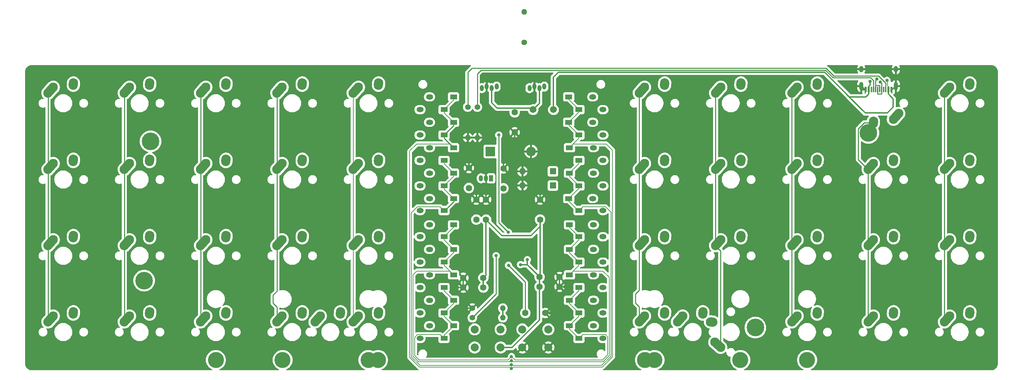
<source format=gbr>
%TF.GenerationSoftware,KiCad,Pcbnew,8.0.8*%
%TF.CreationDate,2025-03-13T22:48:22+01:00*%
%TF.ProjectId,LeSTMovoz revision 2,4c655354-4d6f-4766-9f7a-207265766973,rev?*%
%TF.SameCoordinates,Original*%
%TF.FileFunction,Copper,L2,Bot*%
%TF.FilePolarity,Positive*%
%FSLAX46Y46*%
G04 Gerber Fmt 4.6, Leading zero omitted, Abs format (unit mm)*
G04 Created by KiCad (PCBNEW 8.0.8) date 2025-03-13 22:48:22*
%MOMM*%
%LPD*%
G01*
G04 APERTURE LIST*
G04 Aperture macros list*
%AMHorizOval*
0 Thick line with rounded ends*
0 $1 width*
0 $2 $3 position (X,Y) of the first rounded end (center of the circle)*
0 $4 $5 position (X,Y) of the second rounded end (center of the circle)*
0 Add line between two ends*
20,1,$1,$2,$3,$4,$5,0*
0 Add two circle primitives to create the rounded ends*
1,1,$1,$2,$3*
1,1,$1,$4,$5*%
G04 Aperture macros list end*
%TA.AperFunction,ComponentPad*%
%ADD10C,4.400000*%
%TD*%
%TA.AperFunction,ComponentPad*%
%ADD11R,1.778000X1.300000*%
%TD*%
%TA.AperFunction,ComponentPad*%
%ADD12O,1.778000X1.300000*%
%TD*%
%TA.AperFunction,ComponentPad*%
%ADD13C,2.000000*%
%TD*%
%TA.AperFunction,ComponentPad*%
%ADD14C,1.400000*%
%TD*%
%TA.AperFunction,ComponentPad*%
%ADD15O,1.400000X1.400000*%
%TD*%
%TA.AperFunction,ComponentPad*%
%ADD16C,1.710000*%
%TD*%
%TA.AperFunction,ComponentPad*%
%ADD17C,1.600000*%
%TD*%
%TA.AperFunction,ComponentPad*%
%ADD18HorizOval,2.300000X0.655008X0.729993X-0.655008X-0.729993X0*%
%TD*%
%TA.AperFunction,ComponentPad*%
%ADD19C,2.300000*%
%TD*%
%TA.AperFunction,ComponentPad*%
%ADD20HorizOval,2.300000X0.020004X0.290000X-0.020004X-0.290000X0*%
%TD*%
%TA.AperFunction,ComponentPad*%
%ADD21C,4.000000*%
%TD*%
%TA.AperFunction,ComponentPad*%
%ADD22R,1.600000X1.600000*%
%TD*%
%TA.AperFunction,ComponentPad*%
%ADD23O,1.600000X1.600000*%
%TD*%
%TA.AperFunction,ComponentPad*%
%ADD24R,2.400000X2.400000*%
%TD*%
%TA.AperFunction,ComponentPad*%
%ADD25O,2.400000X2.400000*%
%TD*%
%TA.AperFunction,ComponentPad*%
%ADD26R,1.050000X1.500000*%
%TD*%
%TA.AperFunction,ComponentPad*%
%ADD27O,1.050000X1.500000*%
%TD*%
%TA.AperFunction,ComponentPad*%
%ADD28HorizOval,2.300000X-0.729993X0.655008X0.729993X-0.655008X0*%
%TD*%
%TA.AperFunction,ComponentPad*%
%ADD29HorizOval,2.300000X-0.290000X0.020004X0.290000X-0.020004X0*%
%TD*%
%TA.AperFunction,ComponentPad*%
%ADD30HorizOval,2.300000X-0.655008X-0.729993X0.655008X0.729993X0*%
%TD*%
%TA.AperFunction,ComponentPad*%
%ADD31HorizOval,2.300000X-0.020004X-0.290000X0.020004X0.290000X0*%
%TD*%
%TA.AperFunction,ComponentPad*%
%ADD32O,1.000000X1.500000*%
%TD*%
%TA.AperFunction,SMDPad,CuDef*%
%ADD33R,0.600000X1.450000*%
%TD*%
%TA.AperFunction,SMDPad,CuDef*%
%ADD34R,0.300000X1.450000*%
%TD*%
%TA.AperFunction,ComponentPad*%
%ADD35O,1.000000X1.600000*%
%TD*%
%TA.AperFunction,ComponentPad*%
%ADD36O,1.000000X2.100000*%
%TD*%
%TA.AperFunction,ViaPad*%
%ADD37C,0.800000*%
%TD*%
%TA.AperFunction,Conductor*%
%ADD38C,0.380000*%
%TD*%
%TA.AperFunction,Conductor*%
%ADD39C,0.200000*%
%TD*%
%TA.AperFunction,Conductor*%
%ADD40C,0.250000*%
%TD*%
G04 APERTURE END LIST*
D10*
%TO.P,,1*%
%TO.N,N/C*%
X55137500Y-42862500D03*
%TD*%
D11*
%TO.P,D6,1,K*%
%TO.N,ROW0*%
X159543750Y-31750000D03*
D12*
%TO.P,D6,2,A*%
%TO.N,Net-(D6-A)*%
X165543750Y-31750000D03*
%TD*%
D13*
%TO.P,SW2,1,A*%
%TO.N,NRST*%
X147962500Y-89825000D03*
X154462500Y-89825000D03*
%TO.P,SW2,2,B*%
%TO.N,GND*%
X147962500Y-94325000D03*
X154462500Y-94325000D03*
%TD*%
D14*
%TO.P,R4,1*%
%TO.N,GND*%
X135478264Y-84517916D03*
D15*
%TO.P,R4,2*%
%TO.N,Net-(R3-Pad2)*%
X143098264Y-84517916D03*
%TD*%
D16*
%TO.P,F1,1*%
%TO.N,VBUS*%
X155743750Y-34934000D03*
%TO.P,F1,2*%
%TO.N,+5V*%
X150643750Y-34934000D03*
%TD*%
D17*
%TO.P,C9,1*%
%TO.N,+3V3*%
X152400000Y-62396757D03*
%TO.P,C9,2*%
%TO.N,GND*%
X152400000Y-57396757D03*
%TD*%
D18*
%TO.P,MX24,1,1*%
%TO.N,COL3*%
X87332508Y-68167507D03*
D19*
X87987500Y-67437500D03*
D20*
%TO.P,MX24,2,2*%
%TO.N,Net-(D24-A)*%
X93007504Y-66647500D03*
D19*
X93027500Y-66357500D03*
%TD*%
D18*
%TO.P,MX10,1,1*%
%TO.N,COL9*%
X254020008Y-30067507D03*
D19*
X254675000Y-29337500D03*
D20*
%TO.P,MX10,2,2*%
%TO.N,Net-(D10-A)*%
X259695004Y-28547500D03*
D19*
X259715000Y-28257500D03*
%TD*%
D14*
%TO.P,R1,1*%
%TO.N,/CC1*%
X136725000Y-34290000D03*
D15*
%TO.P,R1,2*%
%TO.N,GND*%
X136725000Y-41910000D03*
%TD*%
D18*
%TO.P,MX19,1,1*%
%TO.N,COL8*%
X234970008Y-49117507D03*
D19*
X235625000Y-48387500D03*
D20*
%TO.P,MX19,2,2*%
%TO.N,Net-(D19-A)*%
X240645004Y-47597500D03*
D19*
X240665000Y-47307500D03*
%TD*%
D18*
%TO.P,MX5,1,1*%
%TO.N,COL4*%
X106382508Y-30067507D03*
D19*
X107037500Y-29337500D03*
D20*
%TO.P,MX5,2,2*%
%TO.N,Net-(D5-A)*%
X112057504Y-28547500D03*
D19*
X112077500Y-28257500D03*
%TD*%
D18*
%TO.P,MX6,1,1*%
%TO.N,COL5*%
X177820008Y-30067507D03*
D19*
X178475000Y-29337500D03*
D20*
%TO.P,MX6,2,2*%
%TO.N,Net-(D6-A)*%
X183495004Y-28547500D03*
D19*
X183515000Y-28257500D03*
%TD*%
D11*
%TO.P,D4,1,K*%
%TO.N,ROW0*%
X128412500Y-34925000D03*
D12*
%TO.P,D4,2,A*%
%TO.N,Net-(D4-A)*%
X122412500Y-34925000D03*
%TD*%
D18*
%TO.P,MX21,1,1*%
%TO.N,COL0*%
X30182508Y-68167507D03*
D19*
X30837500Y-67437500D03*
D20*
%TO.P,MX21,2,2*%
%TO.N,Net-(D21-A)*%
X35857504Y-66647500D03*
D19*
X35877500Y-66357500D03*
%TD*%
D10*
%TO.P,H6,1*%
%TO.N,N/C*%
X234387500Y-40736500D03*
%TD*%
D21*
%TO.P,S1,*%
%TO.N,*%
X202406250Y-97472500D03*
X178593750Y-97472500D03*
%TD*%
D17*
%TO.P,C6,1*%
%TO.N,+3V3*%
X136475000Y-62396757D03*
%TO.P,C6,2*%
%TO.N,GND*%
X136475000Y-57396757D03*
%TD*%
D18*
%TO.P,MX4,1,1*%
%TO.N,COL3*%
X87332508Y-30067507D03*
D19*
X87987500Y-29337500D03*
D20*
%TO.P,MX4,2,2*%
%TO.N,Net-(D4-A)*%
X93007504Y-28547500D03*
D19*
X93027500Y-28257500D03*
%TD*%
D17*
%TO.P,C7,1*%
%TO.N,+3V3*%
X138224728Y-79368071D03*
%TO.P,C7,2*%
%TO.N,GND*%
X133224728Y-79368071D03*
%TD*%
D18*
%TO.P,MX37,1,1*%
%TO.N,COL5*%
X177820008Y-87217507D03*
D19*
X178475000Y-86487500D03*
D20*
%TO.P,MX37,2,2*%
%TO.N,Net-(D36-A)*%
X183495004Y-85697500D03*
D19*
X183515000Y-85407500D03*
%TD*%
D18*
%TO.P,MX20,1,1*%
%TO.N,COL9*%
X254020008Y-49117507D03*
D19*
X254675000Y-48387500D03*
D20*
%TO.P,MX20,2,2*%
%TO.N,Net-(D20-A)*%
X259695004Y-47597500D03*
D19*
X259715000Y-47307500D03*
%TD*%
D21*
%TO.P,S2,*%
%TO.N,*%
X219075000Y-97472500D03*
X180975000Y-97472500D03*
%TD*%
D11*
%TO.P,D12,1,K*%
%TO.N,ROW1*%
X130793750Y-50800000D03*
D12*
%TO.P,D12,2,A*%
%TO.N,Net-(D12-A)*%
X124793750Y-50800000D03*
%TD*%
D18*
%TO.P,MX27,1,1*%
%TO.N,COL6*%
X196870008Y-68167507D03*
D19*
X197525000Y-67437500D03*
D20*
%TO.P,MX27,2,2*%
%TO.N,Net-(D27-A)*%
X202545004Y-66647500D03*
D19*
X202565000Y-66357500D03*
%TD*%
D18*
%TO.P,MX1,1,1*%
%TO.N,COL0*%
X30182508Y-30067507D03*
D19*
X30837500Y-29337500D03*
D20*
%TO.P,MX1,2,2*%
%TO.N,Net-(D1-A)*%
X35857504Y-28547500D03*
D19*
X35877500Y-28257500D03*
%TD*%
D18*
%TO.P,MX38,1,1*%
%TO.N,COL5*%
X187345008Y-87217507D03*
D19*
X188000000Y-86487500D03*
D20*
%TO.P,MX38,2,2*%
%TO.N,Net-(D36-A)*%
X193020004Y-85697500D03*
D19*
X193040000Y-85407500D03*
%TD*%
D22*
%TO.P,D45,1,K*%
%TO.N,D_N*%
X155610000Y-53900000D03*
D23*
%TO.P,D45,2,A*%
%TO.N,GND*%
X147990000Y-53900000D03*
%TD*%
D18*
%TO.P,MX12,1,1*%
%TO.N,COL1*%
X49232508Y-49117507D03*
D19*
X49887500Y-48387500D03*
D20*
%TO.P,MX12,2,2*%
%TO.N,Net-(D12-A)*%
X54907504Y-47597500D03*
D19*
X54927500Y-47307500D03*
%TD*%
D11*
%TO.P,D3,1,K*%
%TO.N,ROW0*%
X130793750Y-38100000D03*
D12*
%TO.P,D3,2,A*%
%TO.N,Net-(D3-A)*%
X124793750Y-38100000D03*
%TD*%
D11*
%TO.P,D8,1,K*%
%TO.N,ROW0*%
X159543750Y-38100000D03*
D12*
%TO.P,D8,2,A*%
%TO.N,Net-(D8-A)*%
X165543750Y-38100000D03*
%TD*%
D11*
%TO.P,D16,1,K*%
%TO.N,ROW1*%
X162100000Y-60125000D03*
D12*
%TO.P,D16,2,A*%
%TO.N,Net-(D16-A)*%
X168100000Y-60125000D03*
%TD*%
D18*
%TO.P,MX34,1,1*%
%TO.N,COL3*%
X87332508Y-87217507D03*
D19*
X87987500Y-86487500D03*
D20*
%TO.P,MX34,2,2*%
%TO.N,Net-(D34-A)*%
X93007504Y-85697500D03*
D19*
X93027500Y-85407500D03*
%TD*%
D17*
%TO.P,C1,1*%
%TO.N,GND*%
X134625429Y-49502571D03*
%TO.P,C1,2*%
%TO.N,+5V*%
X134625429Y-54502571D03*
%TD*%
D11*
%TO.P,D9,1,K*%
%TO.N,ROW0*%
X162100000Y-41275000D03*
D12*
%TO.P,D9,2,A*%
%TO.N,Net-(D9-A)*%
X168100000Y-41275000D03*
%TD*%
D11*
%TO.P,D24,1,K*%
%TO.N,ROW2*%
X128412500Y-66675000D03*
D12*
%TO.P,D24,2,A*%
%TO.N,Net-(D24-A)*%
X122412500Y-66675000D03*
%TD*%
D18*
%TO.P,MX41,1,1*%
%TO.N,COL8*%
X234970008Y-87217507D03*
D19*
X235625000Y-86487500D03*
D20*
%TO.P,MX41,2,2*%
%TO.N,Net-(D39-A)*%
X240645004Y-85697500D03*
D19*
X240665000Y-85407500D03*
%TD*%
D11*
%TO.P,D38,1,K*%
%TO.N,ROW3*%
X162100000Y-85725000D03*
D12*
%TO.P,D38,2,A*%
%TO.N,Net-(D38-A)*%
X168100000Y-85725000D03*
%TD*%
D11*
%TO.P,D29,1,K*%
%TO.N,ROW2*%
X162100000Y-73025000D03*
D12*
%TO.P,D29,2,A*%
%TO.N,Net-(D29-A)*%
X168100000Y-73025000D03*
%TD*%
D14*
%TO.P,R2,1*%
%TO.N,/CC2*%
X134343750Y-34290000D03*
D15*
%TO.P,R2,2*%
%TO.N,GND*%
X134343750Y-41910000D03*
%TD*%
D18*
%TO.P,MX28,1,1*%
%TO.N,COL7*%
X215920008Y-68167507D03*
D19*
X216575000Y-67437500D03*
D20*
%TO.P,MX28,2,2*%
%TO.N,Net-(D28-A)*%
X221595004Y-66647500D03*
D19*
X221615000Y-66357500D03*
%TD*%
D18*
%TO.P,MX8,1,1*%
%TO.N,COL7*%
X215920008Y-30067507D03*
D19*
X216575000Y-29337500D03*
D20*
%TO.P,MX8,2,2*%
%TO.N,Net-(D8-A)*%
X221595004Y-28547500D03*
D19*
X221615000Y-28257500D03*
%TD*%
D14*
%TO.P,R5,1*%
%TO.N,RGB MCU*%
X148431250Y-18097500D03*
D15*
%TO.P,R5,2*%
%TO.N,RGBin*%
X148431250Y-10477500D03*
%TD*%
D11*
%TO.P,D18,1,K*%
%TO.N,ROW1*%
X162100000Y-53975000D03*
D12*
%TO.P,D18,2,A*%
%TO.N,Net-(D18-A)*%
X168100000Y-53975000D03*
%TD*%
D18*
%TO.P,MX18,1,1*%
%TO.N,COL7*%
X215920008Y-49117507D03*
D19*
X216575000Y-48387500D03*
D20*
%TO.P,MX18,2,2*%
%TO.N,Net-(D18-A)*%
X221595004Y-47597500D03*
D19*
X221615000Y-47307500D03*
%TD*%
D11*
%TO.P,D7,1,K*%
%TO.N,ROW0*%
X162100000Y-34925000D03*
D12*
%TO.P,D7,2,A*%
%TO.N,Net-(D7-A)*%
X168100000Y-34925000D03*
%TD*%
D11*
%TO.P,D34,1,K*%
%TO.N,ROW3*%
X130793750Y-88900000D03*
D12*
%TO.P,D34,2,A*%
%TO.N,Net-(D34-A)*%
X124793750Y-88900000D03*
%TD*%
D11*
%TO.P,D20,1,K*%
%TO.N,ROW1*%
X162100000Y-47625000D03*
D12*
%TO.P,D20,2,A*%
%TO.N,Net-(D20-A)*%
X168100000Y-47625000D03*
%TD*%
D18*
%TO.P,MX33,1,1*%
%TO.N,COL2*%
X68282508Y-87217507D03*
D19*
X68937500Y-86487500D03*
D20*
%TO.P,MX33,2,2*%
%TO.N,Net-(D33-A)*%
X73957504Y-85697500D03*
D19*
X73977500Y-85407500D03*
%TD*%
D11*
%TO.P,D13,1,K*%
%TO.N,ROW1*%
X128412500Y-53975000D03*
D12*
%TO.P,D13,2,A*%
%TO.N,Net-(D13-A)*%
X122412500Y-53975000D03*
%TD*%
D24*
%TO.P,D43,1,A1*%
%TO.N,+5V*%
X139987678Y-45367784D03*
D25*
%TO.P,D43,2,A2*%
%TO.N,GND*%
X150147678Y-45367784D03*
%TD*%
D11*
%TO.P,D15,1,K*%
%TO.N,ROW1*%
X128412500Y-60125000D03*
D12*
%TO.P,D15,2,A*%
%TO.N,Net-(D15-A)*%
X122412500Y-60125000D03*
%TD*%
D18*
%TO.P,MX23,1,1*%
%TO.N,COL2*%
X68282508Y-68167507D03*
D19*
X68937500Y-67437500D03*
D20*
%TO.P,MX23,2,2*%
%TO.N,Net-(D23-A)*%
X73957504Y-66647500D03*
D19*
X73977500Y-66357500D03*
%TD*%
D11*
%TO.P,D33,1,K*%
%TO.N,ROW3*%
X128412500Y-85725000D03*
D12*
%TO.P,D33,2,A*%
%TO.N,Net-(D33-A)*%
X122412500Y-85725000D03*
%TD*%
D11*
%TO.P,D10,1,K*%
%TO.N,ROW0*%
X159718750Y-44450000D03*
D12*
%TO.P,D10,2,A*%
%TO.N,Net-(D10-A)*%
X165718750Y-44450000D03*
%TD*%
D11*
%TO.P,D36,1,K*%
%TO.N,ROW3*%
X162100000Y-92075000D03*
D12*
%TO.P,D36,2,A*%
%TO.N,Net-(D36-A)*%
X168100000Y-92075000D03*
%TD*%
D18*
%TO.P,MX14,1,1*%
%TO.N,COL3*%
X87332508Y-49117507D03*
D19*
X87987500Y-48387500D03*
D20*
%TO.P,MX14,2,2*%
%TO.N,Net-(D14-A)*%
X93007504Y-47597500D03*
D19*
X93027500Y-47307500D03*
%TD*%
D11*
%TO.P,D19,1,K*%
%TO.N,ROW1*%
X159718750Y-50800000D03*
D12*
%TO.P,D19,2,A*%
%TO.N,Net-(D19-A)*%
X165718750Y-50800000D03*
%TD*%
D11*
%TO.P,D5,1,K*%
%TO.N,ROW0*%
X130793750Y-31750000D03*
D12*
%TO.P,D5,2,A*%
%TO.N,Net-(D5-A)*%
X124793750Y-31750000D03*
%TD*%
D26*
%TO.P,U2,1,VO*%
%TO.N,+3V3*%
X140176250Y-52091988D03*
D27*
%TO.P,U2,2,GND*%
%TO.N,GND*%
X138906250Y-52091988D03*
%TO.P,U2,3,VI*%
%TO.N,+5V*%
X137636250Y-52091988D03*
%TD*%
D17*
%TO.P,C11,1*%
%TO.N,+3V3*%
X138906250Y-62396757D03*
%TO.P,C11,2*%
%TO.N,GND*%
X138906250Y-57396757D03*
%TD*%
D21*
%TO.P,S3,*%
%TO.N,*%
X109537500Y-97472500D03*
X71437500Y-97472500D03*
%TD*%
D11*
%TO.P,D23,1,K*%
%TO.N,ROW2*%
X130793750Y-69850000D03*
D12*
%TO.P,D23,2,A*%
%TO.N,Net-(D23-A)*%
X124793750Y-69850000D03*
%TD*%
D18*
%TO.P,MX17,1,1*%
%TO.N,COL6*%
X196870008Y-49117507D03*
D19*
X197525000Y-48387500D03*
D20*
%TO.P,MX17,2,2*%
%TO.N,Net-(D17-A)*%
X202545004Y-47597500D03*
D19*
X202565000Y-47307500D03*
%TD*%
D11*
%TO.P,D27,1,K*%
%TO.N,ROW2*%
X162100000Y-66675000D03*
D12*
%TO.P,D27,2,A*%
%TO.N,Net-(D27-A)*%
X168100000Y-66675000D03*
%TD*%
D11*
%TO.P,D2,1,K*%
%TO.N,ROW0*%
X128412500Y-41275000D03*
D12*
%TO.P,D2,2,A*%
%TO.N,Net-(D2-A)*%
X122412500Y-41275000D03*
%TD*%
D17*
%TO.P,C10,1*%
%TO.N,+3V3*%
X152268053Y-76738522D03*
%TO.P,C10,2*%
%TO.N,GND*%
X157268053Y-76738522D03*
%TD*%
D18*
%TO.P,MX16,1,1*%
%TO.N,COL5*%
X177820008Y-49117507D03*
D19*
X178475000Y-48387500D03*
D20*
%TO.P,MX16,2,2*%
%TO.N,Net-(D16-A)*%
X183495004Y-47597500D03*
D19*
X183515000Y-47307500D03*
%TD*%
D11*
%TO.P,D39,1,K*%
%TO.N,ROW3*%
X159718750Y-82550000D03*
D12*
%TO.P,D39,2,A*%
%TO.N,Net-(D39-A)*%
X165718750Y-82550000D03*
%TD*%
D11*
%TO.P,D17,1,K*%
%TO.N,ROW1*%
X159543750Y-57150000D03*
D12*
%TO.P,D17,2,A*%
%TO.N,Net-(D17-A)*%
X165543750Y-57150000D03*
%TD*%
D18*
%TO.P,MX31,1,1*%
%TO.N,COL0*%
X30182508Y-87217507D03*
D19*
X30837500Y-86487500D03*
D20*
%TO.P,MX31,2,2*%
%TO.N,Net-(D31-A)*%
X35857504Y-85697500D03*
D19*
X35877500Y-85407500D03*
%TD*%
D21*
%TO.P,S4,*%
%TO.N,*%
X111918750Y-97472500D03*
X88106250Y-97472500D03*
%TD*%
D11*
%TO.P,D40,1,K*%
%TO.N,ROW3*%
X162100000Y-79375000D03*
D12*
%TO.P,D40,2,A*%
%TO.N,Net-(D40-A)*%
X168100000Y-79375000D03*
%TD*%
D18*
%TO.P,MX26,1,1*%
%TO.N,COL5*%
X177820008Y-68167507D03*
D19*
X178475000Y-67437500D03*
D20*
%TO.P,MX26,2,2*%
%TO.N,Net-(D26-A)*%
X183495004Y-66647500D03*
D19*
X183515000Y-66357500D03*
%TD*%
D11*
%TO.P,D1,1,K*%
%TO.N,ROW0*%
X130793750Y-44450000D03*
D12*
%TO.P,D1,2,A*%
%TO.N,Net-(D1-A)*%
X124793750Y-44450000D03*
%TD*%
D14*
%TO.P,R3,1*%
%TO.N,BOOT0*%
X135478264Y-86899166D03*
D15*
%TO.P,R3,2*%
%TO.N,Net-(R3-Pad2)*%
X143098264Y-86899166D03*
%TD*%
D11*
%TO.P,D30,1,K*%
%TO.N,ROW2*%
X159718750Y-76200000D03*
D12*
%TO.P,D30,2,A*%
%TO.N,Net-(D30-A)*%
X165718750Y-76200000D03*
%TD*%
D17*
%TO.P,C8,1*%
%TO.N,+3V3*%
X138224728Y-76936821D03*
%TO.P,C8,2*%
%TO.N,GND*%
X133224728Y-76936821D03*
%TD*%
D18*
%TO.P,MX32,1,1*%
%TO.N,COL1*%
X49232508Y-87217507D03*
D19*
X49887500Y-86487500D03*
D20*
%TO.P,MX32,2,2*%
%TO.N,Net-(D32-A)*%
X54907504Y-85697500D03*
D19*
X54927500Y-85407500D03*
%TD*%
D11*
%TO.P,D31,1,K*%
%TO.N,ROW3*%
X128412500Y-79375000D03*
D12*
%TO.P,D31,2,A*%
%TO.N,Net-(D31-A)*%
X122412500Y-79375000D03*
%TD*%
D18*
%TO.P,MX3,1,1*%
%TO.N,COL2*%
X68282508Y-30067507D03*
D19*
X68937500Y-29337500D03*
D20*
%TO.P,MX3,2,2*%
%TO.N,Net-(D3-A)*%
X73957504Y-28547500D03*
D19*
X73977500Y-28257500D03*
%TD*%
D11*
%TO.P,D28,1,K*%
%TO.N,ROW2*%
X159718750Y-69850000D03*
D12*
%TO.P,D28,2,A*%
%TO.N,Net-(D28-A)*%
X165718750Y-69850000D03*
%TD*%
D18*
%TO.P,MX29,1,1*%
%TO.N,COL8*%
X234970008Y-68167507D03*
D19*
X235625000Y-67437500D03*
D20*
%TO.P,MX29,2,2*%
%TO.N,Net-(D29-A)*%
X240645004Y-66647500D03*
D19*
X240665000Y-66357500D03*
%TD*%
D28*
%TO.P,MX39,1,1*%
%TO.N,COL6*%
X196755007Y-93642492D03*
D19*
X196025000Y-92987500D03*
D29*
%TO.P,MX39,2,2*%
%TO.N,Net-(D37-A)*%
X195235000Y-87967496D03*
D19*
X194945000Y-87947500D03*
%TD*%
D11*
%TO.P,D11,1,K*%
%TO.N,ROW1*%
X128412500Y-47625000D03*
D12*
%TO.P,D11,2,A*%
%TO.N,Net-(D11-A)*%
X122412500Y-47625000D03*
%TD*%
D18*
%TO.P,MX7,1,1*%
%TO.N,COL6*%
X196870008Y-30067507D03*
D19*
X197525000Y-29337500D03*
D20*
%TO.P,MX7,2,2*%
%TO.N,Net-(D7-A)*%
X202545004Y-28547500D03*
D19*
X202565000Y-28257500D03*
%TD*%
D18*
%TO.P,MX22,1,1*%
%TO.N,COL1*%
X49232508Y-68167507D03*
D19*
X49887500Y-67437500D03*
D20*
%TO.P,MX22,2,2*%
%TO.N,Net-(D22-A)*%
X54907504Y-66647500D03*
D19*
X54927500Y-66357500D03*
%TD*%
D30*
%TO.P,MX9,1,1*%
%TO.N,Net-(D9-A)*%
X241279992Y-36607493D03*
D19*
X240625000Y-37337500D03*
D31*
%TO.P,MX9,2,2*%
%TO.N,COL8*%
X235604996Y-38127500D03*
D19*
X235585000Y-38417500D03*
%TD*%
D17*
%TO.P,C4,1*%
%TO.N,NRST*%
X148712500Y-85725000D03*
%TO.P,C4,2*%
%TO.N,GND*%
X153712500Y-85725000D03*
%TD*%
D11*
%TO.P,D37,1,K*%
%TO.N,ROW3*%
X159718750Y-88900000D03*
D12*
%TO.P,D37,2,A*%
%TO.N,Net-(D37-A)*%
X165718750Y-88900000D03*
%TD*%
D11*
%TO.P,D21,1,K*%
%TO.N,ROW2*%
X130793750Y-76200000D03*
D12*
%TO.P,D21,2,A*%
%TO.N,Net-(D21-A)*%
X124793750Y-76200000D03*
%TD*%
D17*
%TO.P,C5,1*%
%TO.N,+3V3*%
X152268053Y-79169772D03*
%TO.P,C5,2*%
%TO.N,GND*%
X157268053Y-79169772D03*
%TD*%
D18*
%TO.P,MX15,1,1*%
%TO.N,COL4*%
X106382508Y-49117507D03*
D19*
X107037500Y-48387500D03*
D20*
%TO.P,MX15,2,2*%
%TO.N,Net-(D15-A)*%
X112057504Y-47597500D03*
D19*
X112077500Y-47307500D03*
%TD*%
D10*
%TO.P,,1*%
%TO.N,N/C*%
X206137500Y-89371500D03*
%TD*%
%TO.P,,1*%
%TO.N,N/C*%
X53537500Y-77636500D03*
%TD*%
D18*
%TO.P,MX25,1,1*%
%TO.N,COL4*%
X106382508Y-68167507D03*
D19*
X107037500Y-67437500D03*
D20*
%TO.P,MX25,2,2*%
%TO.N,Net-(D25-A)*%
X112057504Y-66647500D03*
D19*
X112077500Y-66357500D03*
%TD*%
D18*
%TO.P,MX36,1,1*%
%TO.N,COL4*%
X96857508Y-87217507D03*
D19*
X97512500Y-86487500D03*
D20*
%TO.P,MX36,2,2*%
%TO.N,Net-(D35-A)*%
X102532504Y-85697500D03*
D19*
X102552500Y-85407500D03*
%TD*%
D18*
%TO.P,MX13,1,1*%
%TO.N,COL2*%
X68282508Y-49117507D03*
D19*
X68937500Y-48387500D03*
D20*
%TO.P,MX13,2,2*%
%TO.N,Net-(D13-A)*%
X73957504Y-47597500D03*
D19*
X73977500Y-47307500D03*
%TD*%
D18*
%TO.P,MX40,1,1*%
%TO.N,COL7*%
X215920008Y-87217507D03*
D19*
X216575000Y-86487500D03*
D20*
%TO.P,MX40,2,2*%
%TO.N,Net-(D38-A)*%
X221595004Y-85697500D03*
D19*
X221615000Y-85407500D03*
%TD*%
D11*
%TO.P,D25,1,K*%
%TO.N,ROW2*%
X130793750Y-63700000D03*
D12*
%TO.P,D25,2,A*%
%TO.N,Net-(D25-A)*%
X124793750Y-63700000D03*
%TD*%
D11*
%TO.P,D22,1,K*%
%TO.N,ROW2*%
X128412500Y-73025000D03*
D12*
%TO.P,D22,2,A*%
%TO.N,Net-(D22-A)*%
X122412500Y-73025000D03*
%TD*%
D17*
%TO.P,C3,1*%
%TO.N,+5V*%
X146050000Y-35600000D03*
%TO.P,C3,2*%
%TO.N,GND*%
X146050000Y-40600000D03*
%TD*%
D18*
%TO.P,MX2,1,1*%
%TO.N,COL1*%
X49232508Y-30067507D03*
D19*
X49887500Y-29337500D03*
D20*
%TO.P,MX2,2,2*%
%TO.N,Net-(D2-A)*%
X54907504Y-28547500D03*
D19*
X54927500Y-28257500D03*
%TD*%
D11*
%TO.P,D32,1,K*%
%TO.N,ROW3*%
X130793750Y-82550000D03*
D12*
%TO.P,D32,2,A*%
%TO.N,Net-(D32-A)*%
X124793750Y-82550000D03*
%TD*%
D18*
%TO.P,MX11,1,1*%
%TO.N,COL0*%
X30182508Y-49117507D03*
D19*
X30837500Y-48387500D03*
D20*
%TO.P,MX11,2,2*%
%TO.N,Net-(D11-A)*%
X35857504Y-47597500D03*
D19*
X35877500Y-47307500D03*
%TD*%
D18*
%TO.P,MX42,1,1*%
%TO.N,COL9*%
X254020008Y-87217507D03*
D19*
X254675000Y-86487500D03*
D20*
%TO.P,MX42,2,2*%
%TO.N,Net-(D40-A)*%
X259695004Y-85697500D03*
D19*
X259715000Y-85407500D03*
%TD*%
D18*
%TO.P,MX30,1,1*%
%TO.N,COL9*%
X254020008Y-68167507D03*
D19*
X254675000Y-67437500D03*
D20*
%TO.P,MX30,2,2*%
%TO.N,Net-(D30-A)*%
X259695004Y-66647500D03*
D19*
X259715000Y-66357500D03*
%TD*%
D18*
%TO.P,MX35,1,1*%
%TO.N,COL4*%
X106382508Y-87217507D03*
D19*
X107037500Y-86487500D03*
D20*
%TO.P,MX35,2,2*%
%TO.N,Net-(D35-A)*%
X112057504Y-85697500D03*
D19*
X112077500Y-85407500D03*
%TD*%
D17*
%TO.P,C2,1*%
%TO.N,GND*%
X143250429Y-49600098D03*
%TO.P,C2,2*%
%TO.N,+3V3*%
X143250429Y-54600098D03*
%TD*%
D11*
%TO.P,D14,1,K*%
%TO.N,ROW1*%
X130793750Y-57150000D03*
D12*
%TO.P,D14,2,A*%
%TO.N,Net-(D14-A)*%
X124793750Y-57150000D03*
%TD*%
D13*
%TO.P,SW1,1,1*%
%TO.N,+3V3*%
X142550000Y-94325000D03*
X136050000Y-94325000D03*
%TO.P,SW1,2,2*%
%TO.N,BOOT0*%
X142550000Y-89825000D03*
X136050000Y-89825000D03*
%TD*%
D11*
%TO.P,D35,1,K*%
%TO.N,ROW3*%
X128412500Y-92075000D03*
D12*
%TO.P,D35,2,A*%
%TO.N,Net-(D35-A)*%
X122412500Y-92075000D03*
%TD*%
D22*
%TO.P,D44,1,K*%
%TO.N,D_P*%
X155610000Y-50350000D03*
D23*
%TO.P,D44,2,A*%
%TO.N,GND*%
X147990000Y-50350000D03*
%TD*%
D11*
%TO.P,D26,1,K*%
%TO.N,ROW2*%
X159718750Y-63700000D03*
D12*
%TO.P,D26,2,A*%
%TO.N,Net-(D26-A)*%
X165718750Y-63700000D03*
%TD*%
D32*
%TO.P,D41,1,VDD*%
%TO.N,GND*%
X139075000Y-29168750D03*
%TO.P,D41,2,DOUT*%
%TO.N,Net-(D41-DOUT)*%
X141550000Y-29168750D03*
%TO.P,D41,3,VSS*%
%TO.N,+5V*%
X140325000Y-29568750D03*
%TO.P,D41,4,DIN*%
%TO.N,RGBin*%
X137850000Y-29568750D03*
%TD*%
%TO.P,D42,1,VDD*%
%TO.N,GND*%
X150981250Y-29168750D03*
%TO.P,D42,2,DOUT*%
%TO.N,unconnected-(D42-DOUT-Pad2)*%
X153456250Y-29168750D03*
%TO.P,D42,3,VSS*%
%TO.N,+5V*%
X152231250Y-29568750D03*
%TO.P,D42,4,DIN*%
%TO.N,Net-(D41-DOUT)*%
X149756250Y-29568750D03*
%TD*%
D33*
%TO.P,J1,A1,GND*%
%TO.N,GND*%
X233663179Y-29938750D03*
%TO.P,J1,A4,VBUS*%
%TO.N,VBUS*%
X234463179Y-29938750D03*
D34*
%TO.P,J1,A5,CC1*%
%TO.N,/CC1*%
X235663179Y-29938750D03*
%TO.P,J1,A6,D+*%
%TO.N,D_P*%
X236663179Y-29938750D03*
%TO.P,J1,A7,D-*%
%TO.N,D_N*%
X237163179Y-29938750D03*
%TO.P,J1,A8,SBU1*%
%TO.N,unconnected-(J1-SBU1-PadA8)*%
X238163179Y-29938750D03*
D33*
%TO.P,J1,A9,VBUS*%
%TO.N,VBUS*%
X239363179Y-29938750D03*
%TO.P,J1,A12,GND*%
%TO.N,GND*%
X240163179Y-29938750D03*
%TO.P,J1,B1,GND*%
X240163179Y-29938750D03*
%TO.P,J1,B4,VBUS*%
%TO.N,VBUS*%
X239363179Y-29938750D03*
D34*
%TO.P,J1,B5,CC2*%
%TO.N,/CC2*%
X238663179Y-29938750D03*
%TO.P,J1,B6,D+*%
%TO.N,D_P*%
X237663179Y-29938750D03*
%TO.P,J1,B7,D-*%
%TO.N,D_N*%
X236163179Y-29938750D03*
%TO.P,J1,B8,SBU2*%
%TO.N,unconnected-(J1-SBU2-PadB8)*%
X235163179Y-29938750D03*
D33*
%TO.P,J1,B9,VBUS*%
%TO.N,VBUS*%
X234463179Y-29938750D03*
%TO.P,J1,B12,GND*%
%TO.N,GND*%
X233663179Y-29938750D03*
D35*
%TO.P,J1,S1,SHIELD*%
X232593179Y-24843750D03*
D36*
X232593179Y-29023750D03*
D35*
X241233179Y-24843750D03*
D36*
X241233179Y-29023750D03*
%TD*%
D37*
%TO.N,ROW0*%
X145256250Y-99612500D03*
%TO.N,+3V3*%
X147506250Y-73637347D03*
X149225000Y-72418597D03*
%TO.N,GND*%
X134639368Y-48180169D03*
X154781250Y-85725000D03*
X158497078Y-79166259D03*
X151218121Y-94325000D03*
X134337230Y-43140918D03*
X147993035Y-48909578D03*
X138903834Y-50926187D03*
X139700000Y-27781250D03*
X138916029Y-55951516D03*
X136728259Y-43131429D03*
X145256250Y-69850000D03*
X141440643Y-38132380D03*
X147988133Y-55190941D03*
X134124773Y-84513768D03*
X143254528Y-48221381D03*
X136477558Y-55951516D03*
X152390511Y-56001989D03*
X146050000Y-42068750D03*
X152350974Y-45381023D03*
X131762500Y-79375000D03*
X151606250Y-27781250D03*
%TO.N,NRST*%
X144511040Y-73815330D03*
%TO.N,VBUS*%
X239013058Y-27618701D03*
X234834222Y-27897028D03*
%TO.N,BOOT0*%
X141416942Y-71425990D03*
%TO.N,D_N*%
X236524693Y-27255772D03*
%TO.N,D_P*%
X237343902Y-28000155D03*
%TO.N,ROW1*%
X145256250Y-98612997D03*
%TO.N,ROW2*%
X145256250Y-97613494D03*
%TO.N,ROW3*%
X145256250Y-96613991D03*
%TO.N,RGB MCU*%
X144462500Y-65571757D03*
X142081250Y-41275000D03*
%TD*%
D38*
%TO.N,+5V*%
X152231250Y-33346500D02*
X152231250Y-29368750D01*
X150643750Y-34934000D02*
X152231250Y-33346500D01*
X150237875Y-34528125D02*
X150643750Y-34934000D01*
X141684375Y-34528125D02*
X150237875Y-34528125D01*
X140325000Y-33168750D02*
X141684375Y-34528125D01*
X140325000Y-29368750D02*
X140325000Y-33168750D01*
D39*
%TO.N,ROW0*%
X162100000Y-41275000D02*
X159543750Y-38718750D01*
X144862500Y-99218750D02*
X145256250Y-99612500D01*
D40*
X130793750Y-38893750D02*
X130793750Y-38100000D01*
D39*
X162100000Y-34925000D02*
X159543750Y-32368750D01*
X170489000Y-45076500D02*
X168912500Y-43500000D01*
X128412500Y-35718750D02*
X128412500Y-34925000D01*
X121600000Y-43500000D02*
X119850000Y-45250000D01*
X119850000Y-45250000D02*
X119850000Y-96831250D01*
X168912500Y-43500000D02*
X160668750Y-43500000D01*
X160668750Y-43500000D02*
X159718750Y-44450000D01*
X167940500Y-99218750D02*
X170489000Y-96670250D01*
X119850000Y-96831250D02*
X122237500Y-99218750D01*
X122237500Y-99218750D02*
X144862500Y-99218750D01*
X159543750Y-38718750D02*
X159543750Y-38100000D01*
X162100000Y-35543750D02*
X162100000Y-34925000D01*
X130793750Y-32543750D02*
X130793750Y-31750000D01*
X170489000Y-96670250D02*
X170489000Y-45076500D01*
X128412500Y-34925000D02*
X130793750Y-32543750D01*
X130793750Y-38100000D02*
X128412500Y-35718750D01*
X145256250Y-99612500D02*
X145650000Y-99218750D01*
D40*
X128412500Y-41275000D02*
X130793750Y-38893750D01*
D39*
X159543750Y-32368750D02*
X159543750Y-31750000D01*
X129843750Y-43500000D02*
X121600000Y-43500000D01*
X162100000Y-42068750D02*
X162100000Y-41275000D01*
D40*
X130793750Y-44450000D02*
X128412500Y-42068750D01*
X128412500Y-42068750D02*
X128412500Y-41275000D01*
D39*
X159718750Y-44450000D02*
X162100000Y-42068750D01*
X159543750Y-38100000D02*
X162100000Y-35543750D01*
X145650000Y-99218750D02*
X167940500Y-99218750D01*
X130793750Y-44450000D02*
X129843750Y-43500000D01*
D38*
%TO.N,+3V3*%
X142871250Y-66361757D02*
X150122500Y-66361757D01*
X152268053Y-87485204D02*
X145428257Y-94325000D01*
X138919447Y-76242102D02*
X138224728Y-76936821D01*
X149225000Y-73637347D02*
X152268053Y-76680400D01*
X149225000Y-73637347D02*
X149225000Y-72418597D01*
X138224728Y-76936821D02*
X138224728Y-79318071D01*
X152400000Y-76606575D02*
X152268053Y-76738522D01*
X150122500Y-66361757D02*
X152400000Y-64084256D01*
X152268053Y-79169772D02*
X152268053Y-87485204D01*
X138906250Y-62396757D02*
X138906250Y-75986874D01*
X149225000Y-73637347D02*
X147506250Y-73637347D01*
X152400000Y-64084256D02*
X152400000Y-62396757D01*
X138906250Y-62396757D02*
X142871250Y-66361757D01*
X152268053Y-76738522D02*
X152268053Y-79119772D01*
X145428257Y-94325000D02*
X142550000Y-94325000D01*
X152400000Y-62396757D02*
X152400000Y-76606575D01*
%TO.N,GND*%
X134128921Y-84517916D02*
X134124773Y-84513768D01*
X152400000Y-57396757D02*
X152400000Y-56356250D01*
X157268053Y-79169772D02*
X158493565Y-79169772D01*
X136475000Y-57396757D02*
X136475000Y-55954074D01*
X146050000Y-40600000D02*
X146050000Y-42068750D01*
X232593179Y-29023750D02*
X233508179Y-29938750D01*
X233508179Y-29938750D02*
X233663179Y-29938750D01*
X143250429Y-49600098D02*
X143250429Y-48225480D01*
X152337735Y-45367784D02*
X152350974Y-45381023D01*
X150981250Y-28406250D02*
X151606250Y-27781250D01*
X138906250Y-57396757D02*
X138906250Y-55961295D01*
X134625429Y-48194108D02*
X134639368Y-48180169D01*
X136725000Y-41910000D02*
X136725000Y-43128170D01*
X157268053Y-76738522D02*
X157268053Y-79169772D01*
X135478264Y-84517916D02*
X134128921Y-84517916D01*
X240318179Y-29938750D02*
X241233179Y-29023750D01*
X139075000Y-29368750D02*
X139075000Y-28406250D01*
X131769429Y-79368071D02*
X131762500Y-79375000D01*
X134343750Y-41910000D02*
X134343750Y-43134398D01*
X240163179Y-29938750D02*
X240318179Y-29938750D01*
X158493565Y-79169772D02*
X158497078Y-79166259D01*
X133224728Y-76936821D02*
X133224728Y-79368071D01*
X138906250Y-50928603D02*
X138903834Y-50926187D01*
X136725000Y-43128170D02*
X136728259Y-43131429D01*
X152400000Y-56356250D02*
X152400000Y-56011478D01*
X150981250Y-29368750D02*
X150981250Y-28406250D01*
X139075000Y-28406250D02*
X139700000Y-27781250D01*
X134343750Y-43134398D02*
X134337230Y-43140918D01*
X134625429Y-49502571D02*
X134625429Y-48194108D01*
X150147678Y-45367784D02*
X152337735Y-45367784D01*
X138906250Y-52091988D02*
X138906250Y-50928603D01*
X147993035Y-55186039D02*
X147988133Y-55190941D01*
X147993035Y-48909578D02*
X147993035Y-55186039D01*
X153712500Y-85725000D02*
X154781250Y-85725000D01*
X133224728Y-79368071D02*
X131769429Y-79368071D01*
D40*
%TO.N,NRST*%
X148712500Y-78016790D02*
X144511040Y-73815330D01*
X148712500Y-85725000D02*
X148712500Y-78016790D01*
D39*
%TO.N,VBUS*%
X239363179Y-29135623D02*
X239088179Y-28860623D01*
D38*
X228702030Y-30854220D02*
X225130155Y-27282345D01*
X229597810Y-31750000D02*
X228702030Y-30854220D01*
X239133154Y-35771400D02*
X235743750Y-35771400D01*
X225130155Y-27282345D02*
X223419060Y-25571250D01*
X234463179Y-29938750D02*
X234463179Y-29135623D01*
X233756929Y-31750000D02*
X229597810Y-31750000D01*
X234463179Y-29135623D02*
X234834222Y-28764580D01*
X239363179Y-29938750D02*
X239363179Y-31043750D01*
X239363179Y-31043750D02*
X239494089Y-31174661D01*
D39*
X239088179Y-27693822D02*
X239013058Y-27618701D01*
D38*
X229495780Y-31647970D02*
X228702030Y-30854220D01*
X234834222Y-28764580D02*
X234834222Y-27897028D01*
D39*
X239363179Y-29938750D02*
X239363179Y-29135623D01*
D38*
X233619209Y-35771400D02*
X229495780Y-31647970D01*
X239494089Y-31174661D02*
X240558900Y-32239472D01*
X235743750Y-35771400D02*
X233619209Y-35771400D01*
X234463179Y-29938750D02*
X234463179Y-31043750D01*
D39*
X239088179Y-28860623D02*
X239088179Y-27693822D01*
D38*
X223419060Y-25571250D02*
X156991250Y-25571250D01*
X240558900Y-34345654D02*
X239133154Y-35771400D01*
X155743750Y-26818750D02*
X155743750Y-34934000D01*
X240558900Y-32239472D02*
X240558900Y-34345654D01*
X234463179Y-29938750D02*
X234463179Y-30956250D01*
X234463179Y-31043750D02*
X233756929Y-31750000D01*
X156991250Y-25571250D02*
X155743750Y-26818750D01*
D40*
%TO.N,/CC1*%
X234943272Y-26980772D02*
X225556902Y-26980772D01*
X235663179Y-27700679D02*
X234943272Y-26980772D01*
X223632380Y-25056250D02*
X137662500Y-25056250D01*
X235663179Y-29938750D02*
X235663179Y-27700679D01*
X225556902Y-26980772D02*
X223632380Y-25056250D01*
X137662500Y-25056250D02*
X136725000Y-25993750D01*
X136725000Y-25993750D02*
X136725000Y-34290000D01*
%TO.N,/CC2*%
X134343750Y-25617757D02*
X134343750Y-34290000D01*
X238663179Y-29938750D02*
X238663179Y-28294127D01*
X225743298Y-26530772D02*
X223818776Y-24606250D01*
X223818776Y-24606250D02*
X135355257Y-24606250D01*
X236899824Y-26530772D02*
X225743298Y-26530772D01*
X238663179Y-28294127D02*
X236899824Y-26530772D01*
X135355257Y-24606250D02*
X134343750Y-25617757D01*
%TO.N,BOOT0*%
X135478264Y-86899166D02*
X141416942Y-80960488D01*
X141416942Y-80960488D02*
X141416942Y-71425990D01*
%TO.N,D_N*%
X236163179Y-28913750D02*
X236163179Y-29938750D01*
X237138179Y-28888750D02*
X236188179Y-28888750D01*
X236163179Y-27617286D02*
X236524693Y-27255772D01*
X236163179Y-29938750D02*
X236163179Y-27617286D01*
X236188179Y-28888750D02*
X236163179Y-28913750D01*
X237163179Y-29938750D02*
X237163179Y-28913750D01*
%TO.N,D_P*%
X237663179Y-28319432D02*
X237343902Y-28000155D01*
X237663179Y-29938750D02*
X237663179Y-28906929D01*
X237663179Y-28906929D02*
X237663179Y-28319432D01*
X236663179Y-30963750D02*
X236688179Y-30988750D01*
X236688179Y-30988750D02*
X237638179Y-30988750D01*
X237638179Y-30988750D02*
X237663179Y-30963750D01*
X236663179Y-29938750D02*
X236663179Y-30963750D01*
X237663179Y-30963750D02*
X237663179Y-29938750D01*
D39*
%TO.N,ROW1*%
X128412500Y-54768750D02*
X128412500Y-53975000D01*
X159543750Y-57768750D02*
X159543750Y-57150000D01*
X128412500Y-53975000D02*
X130793750Y-51593750D01*
X162100000Y-54593750D02*
X162100000Y-53975000D01*
X145462003Y-98818750D02*
X167774814Y-98818750D01*
X170089000Y-96504564D02*
X170089000Y-60531497D01*
X159543750Y-57150000D02*
X162100000Y-54593750D01*
X120250000Y-96665564D02*
X122403186Y-98818750D01*
X162100000Y-53975000D02*
X159718750Y-51593750D01*
X130793750Y-57150000D02*
X128412500Y-54768750D01*
X168732503Y-59175000D02*
X163050000Y-59175000D01*
X127462500Y-59175000D02*
X121779997Y-59175000D01*
X128412500Y-48418750D02*
X128412500Y-47625000D01*
X145256250Y-98612997D02*
X145462003Y-98818750D01*
X128412500Y-60125000D02*
X127462500Y-59175000D01*
X121779997Y-59175000D02*
X120250000Y-60704997D01*
X130793750Y-51593750D02*
X130793750Y-50800000D01*
X170089000Y-60531497D02*
X168732503Y-59175000D01*
D40*
X128412500Y-60325000D02*
X130793750Y-57943750D01*
D39*
X145050497Y-98818750D02*
X145256250Y-98612997D01*
X120250000Y-60704997D02*
X120250000Y-96665564D01*
X159718750Y-51593750D02*
X159718750Y-50800000D01*
X130793750Y-50800000D02*
X128412500Y-48418750D01*
X162100000Y-60325000D02*
X159543750Y-57768750D01*
X170089000Y-96504564D02*
X167774814Y-98818750D01*
X159718750Y-50800000D02*
X162100000Y-48418750D01*
D40*
X130793750Y-57943750D02*
X130793750Y-57150000D01*
D39*
X162100000Y-48418750D02*
X162100000Y-47625000D01*
X163050000Y-59175000D02*
X162100000Y-60125000D01*
X122403186Y-98818750D02*
X145050497Y-98818750D01*
%TO.N,ROW2*%
X162100000Y-66675000D02*
X159718750Y-64293750D01*
X129843750Y-75250000D02*
X121600000Y-75250000D01*
X145521919Y-97879163D02*
X168148715Y-97879163D01*
X159718750Y-70643750D02*
X159718750Y-69850000D01*
X145256250Y-97613494D02*
X144984255Y-97885489D01*
X128412500Y-73025000D02*
X130793750Y-70643750D01*
X130793750Y-69850000D02*
X128412500Y-67468750D01*
X162100000Y-73025000D02*
X159718750Y-70643750D01*
X168148715Y-97879163D02*
X169689000Y-96338878D01*
X159718750Y-69850000D02*
X162100000Y-67468750D01*
X121600000Y-75250000D02*
X120650000Y-76200000D01*
X128412500Y-67468750D02*
X128412500Y-66675000D01*
X128412500Y-73818750D02*
X130793750Y-76200000D01*
X169689000Y-96338878D02*
X169689000Y-76820250D01*
X120650000Y-76200000D02*
X120650000Y-96499878D01*
X128412500Y-73818750D02*
X128412500Y-73025000D01*
X130793750Y-64293750D02*
X130793750Y-63500000D01*
X162100000Y-73818750D02*
X162100000Y-73025000D01*
X122035611Y-97885489D02*
X120650000Y-96499878D01*
X160668750Y-75250000D02*
X159718750Y-76200000D01*
X159718750Y-76200000D02*
X162100000Y-73818750D01*
X168118750Y-75250000D02*
X160668750Y-75250000D01*
X130793750Y-76200000D02*
X129843750Y-75250000D01*
X128412500Y-66675000D02*
X130793750Y-64293750D01*
X130793750Y-70643750D02*
X130793750Y-69850000D01*
X145521919Y-97879163D02*
X145256250Y-97613494D01*
X144984255Y-97885489D02*
X122035611Y-97885489D01*
X162100000Y-67468750D02*
X162100000Y-66675000D01*
X169689000Y-76820250D02*
X168118750Y-75250000D01*
X159718750Y-64293750D02*
X159718750Y-63500000D01*
%TO.N,ROW3*%
X121779997Y-91125000D02*
X127462500Y-91125000D01*
X130793750Y-88900000D02*
X128412500Y-86518750D01*
X159718750Y-83343750D02*
X159718750Y-82550000D01*
X169289000Y-91681497D02*
X169289000Y-96173192D01*
X128412500Y-86518750D02*
X128412500Y-85725000D01*
X128412500Y-85725000D02*
X130793750Y-83343750D01*
X168052971Y-97409221D02*
X169289000Y-96173192D01*
X121050000Y-96334192D02*
X121050000Y-91854998D01*
X128412500Y-92075000D02*
X127462500Y-91125000D01*
X162100000Y-86518750D02*
X162100000Y-85725000D01*
X159718750Y-88900000D02*
X162100000Y-86518750D01*
X162100000Y-92075000D02*
X163050000Y-91125000D01*
X128412500Y-91281250D02*
X130793750Y-88900000D01*
X168052971Y-97409221D02*
X167983029Y-97479163D01*
X121050000Y-91854998D02*
X121779997Y-91125000D01*
X146121422Y-97479163D02*
X167983029Y-97479163D01*
X162100000Y-85725000D02*
X159718750Y-83343750D01*
X122201297Y-97485489D02*
X121050000Y-96334192D01*
X168732503Y-91125000D02*
X169289000Y-91681497D01*
X159718750Y-82550000D02*
X162100000Y-80168750D01*
X159718750Y-89693750D02*
X159718750Y-88900000D01*
X162100000Y-80168750D02*
X162100000Y-79375000D01*
X146121422Y-97479163D02*
X145256250Y-96613991D01*
X130793750Y-82550000D02*
X128412500Y-80168750D01*
X128412500Y-92075000D02*
X128412500Y-91281250D01*
X163050000Y-91125000D02*
X168732503Y-91125000D01*
X144384752Y-97485489D02*
X122201297Y-97485489D01*
X128412500Y-80168750D02*
X128412500Y-79375000D01*
X162100000Y-92075000D02*
X159718750Y-89693750D01*
X130793750Y-83343750D02*
X130793750Y-82550000D01*
X145256250Y-96613991D02*
X144384752Y-97485489D01*
D40*
%TO.N,COL0*%
X29527500Y-30797500D02*
X29527500Y-87947500D01*
%TO.N,COL1*%
X48577500Y-87947500D02*
X48577500Y-30797500D01*
%TO.N,COL2*%
X67627500Y-30797500D02*
X67627500Y-87947500D01*
%TO.N,COL3*%
X86677500Y-68897500D02*
X86677500Y-80311119D01*
X86677500Y-30797500D02*
X86677500Y-68897500D01*
X86677500Y-84218619D02*
X86677500Y-87947500D01*
X85737350Y-83278469D02*
X86677500Y-84218619D01*
X85737350Y-81251269D02*
X85737350Y-83278469D01*
X86677500Y-80311119D02*
X85737350Y-81251269D01*
D39*
%TO.N,COL4*%
X105727500Y-68897500D02*
X105727500Y-30797500D01*
X105727500Y-87947500D02*
X105727500Y-68897500D01*
D40*
%TO.N,COL5*%
X177165000Y-87947500D02*
X177165000Y-84165746D01*
X177165000Y-30797500D02*
X177165000Y-68897500D01*
X176224850Y-83225597D02*
X176224850Y-80950150D01*
X177165000Y-80010000D02*
X177165000Y-68897500D01*
X176224850Y-80950150D02*
X177165000Y-80010000D01*
X177165000Y-84165746D02*
X176224850Y-83225597D01*
%TO.N,COL6*%
X196215000Y-68897500D02*
X197485000Y-70167500D01*
X197485000Y-70167500D02*
X197485000Y-94297500D01*
X196215000Y-68897500D02*
X196215000Y-30797500D01*
%TO.N,COL7*%
X215265000Y-30797500D02*
X215265000Y-87947500D01*
%TO.N,COL8*%
X234315000Y-49847500D02*
X231862500Y-47395000D01*
X234315000Y-87947500D02*
X234315000Y-49847500D01*
X231862500Y-47395000D02*
X231862500Y-39690610D01*
X231862500Y-39690610D02*
X233341610Y-38211500D01*
X233341610Y-38211500D02*
X235433390Y-38211500D01*
%TO.N,COL9*%
X253365000Y-30797500D02*
X253365000Y-87947500D01*
%TO.N,RGB MCU*%
X142081250Y-63190506D02*
X142081250Y-41275000D01*
X142081250Y-63190506D02*
X144462500Y-65571757D01*
D38*
%TO.N,Net-(R3-Pad2)*%
X143098264Y-84517916D02*
X143098264Y-86899166D01*
%TD*%
%TA.AperFunction,Conductor*%
%TO.N,GND*%
G36*
X135080676Y-23832185D02*
G01*
X135126431Y-23884989D01*
X135136375Y-23954147D01*
X135107350Y-24017703D01*
X135061093Y-24051059D01*
X135059497Y-24051720D01*
X135058969Y-24051939D01*
X135048814Y-24058725D01*
X135048706Y-24058797D01*
X134956525Y-24120390D01*
X134912962Y-24163953D01*
X134869399Y-24207517D01*
X133857891Y-25219024D01*
X133849969Y-25230880D01*
X133844744Y-25238702D01*
X133789440Y-25321467D01*
X133789435Y-25321476D01*
X133769404Y-25369838D01*
X133769404Y-25369839D01*
X133742288Y-25435302D01*
X133742285Y-25435312D01*
X133718250Y-25556146D01*
X133718250Y-33196233D01*
X133698565Y-33263272D01*
X133659528Y-33301660D01*
X133617186Y-33327877D01*
X133452770Y-33477761D01*
X133318693Y-33655308D01*
X133318688Y-33655316D01*
X133219525Y-33854461D01*
X133219519Y-33854476D01*
X133158635Y-34068462D01*
X133158634Y-34068464D01*
X133138107Y-34289999D01*
X133138107Y-34290000D01*
X133158634Y-34511535D01*
X133158635Y-34511537D01*
X133219519Y-34725523D01*
X133219525Y-34725538D01*
X133318688Y-34924683D01*
X133318693Y-34924691D01*
X133452770Y-35102238D01*
X133617187Y-35252123D01*
X133617189Y-35252125D01*
X133806345Y-35369245D01*
X133806346Y-35369245D01*
X133806349Y-35369247D01*
X134013810Y-35449618D01*
X134232507Y-35490500D01*
X134232509Y-35490500D01*
X134454991Y-35490500D01*
X134454993Y-35490500D01*
X134673690Y-35449618D01*
X134881151Y-35369247D01*
X135070312Y-35252124D01*
X135234731Y-35102236D01*
X135368808Y-34924689D01*
X135413743Y-34834448D01*
X135423375Y-34815105D01*
X135470878Y-34763868D01*
X135538541Y-34746447D01*
X135604881Y-34768373D01*
X135645375Y-34815105D01*
X135699938Y-34924683D01*
X135699943Y-34924691D01*
X135834020Y-35102238D01*
X135998437Y-35252123D01*
X135998439Y-35252125D01*
X136187595Y-35369245D01*
X136187596Y-35369245D01*
X136187599Y-35369247D01*
X136395060Y-35449618D01*
X136613757Y-35490500D01*
X136613759Y-35490500D01*
X136836241Y-35490500D01*
X136836243Y-35490500D01*
X137054940Y-35449618D01*
X137262401Y-35369247D01*
X137451562Y-35252124D01*
X137615981Y-35102236D01*
X137750058Y-34924689D01*
X137849229Y-34725528D01*
X137910115Y-34511536D01*
X137930643Y-34290000D01*
X137919293Y-34167517D01*
X137910115Y-34068464D01*
X137910114Y-34068462D01*
X137906658Y-34056316D01*
X137849229Y-33854472D01*
X137849224Y-33854461D01*
X137750061Y-33655316D01*
X137750056Y-33655308D01*
X137615979Y-33477761D01*
X137451563Y-33327877D01*
X137451562Y-33327876D01*
X137409222Y-33301660D01*
X137362587Y-33249631D01*
X137350500Y-33196233D01*
X137350500Y-30880362D01*
X137370185Y-30813323D01*
X137422989Y-30767568D01*
X137492147Y-30757624D01*
X137521948Y-30765799D01*
X137558165Y-30780801D01*
X137558169Y-30780801D01*
X137558170Y-30780802D01*
X137751456Y-30819250D01*
X137751459Y-30819250D01*
X137948543Y-30819250D01*
X138078582Y-30793382D01*
X138141835Y-30780801D01*
X138323914Y-30705382D01*
X138487782Y-30595889D01*
X138627139Y-30456532D01*
X138644707Y-30430239D01*
X138698315Y-30385435D01*
X138767640Y-30376726D01*
X138782203Y-30380100D01*
X138825000Y-30388612D01*
X138825000Y-30057698D01*
X138827383Y-30033506D01*
X138850500Y-29917293D01*
X138850500Y-29672147D01*
X138930255Y-29718194D01*
X139025630Y-29743750D01*
X139124370Y-29743750D01*
X139219745Y-29718194D01*
X139305255Y-29668825D01*
X139324500Y-29649580D01*
X139324500Y-29918290D01*
X139325000Y-29928458D01*
X139325000Y-30388612D01*
X139366689Y-30380320D01*
X139374683Y-30377009D01*
X139444152Y-30369539D01*
X139506632Y-30400812D01*
X139525240Y-30422678D01*
X139547860Y-30456531D01*
X139547863Y-30456535D01*
X139598180Y-30506851D01*
X139631666Y-30568174D01*
X139634500Y-30594533D01*
X139634500Y-33100742D01*
X139634500Y-33236758D01*
X139634500Y-33236760D01*
X139634499Y-33236760D01*
X139661034Y-33370156D01*
X139661036Y-33370162D01*
X139713085Y-33495821D01*
X139713090Y-33495830D01*
X139788653Y-33608917D01*
X139788656Y-33608921D01*
X141244203Y-35064468D01*
X141244207Y-35064471D01*
X141357294Y-35140034D01*
X141357307Y-35140041D01*
X141410713Y-35162162D01*
X141482964Y-35192089D01*
X141482968Y-35192089D01*
X141482969Y-35192090D01*
X141616364Y-35218625D01*
X141616367Y-35218625D01*
X141752383Y-35218625D01*
X144644212Y-35218625D01*
X144711251Y-35238310D01*
X144757006Y-35291114D01*
X144766950Y-35360272D01*
X144764911Y-35370213D01*
X144764364Y-35373313D01*
X144744532Y-35599998D01*
X144744532Y-35600001D01*
X144764364Y-35826686D01*
X144764366Y-35826697D01*
X144823258Y-36046488D01*
X144823261Y-36046497D01*
X144919431Y-36252732D01*
X144919432Y-36252734D01*
X145049954Y-36439141D01*
X145210858Y-36600045D01*
X145216302Y-36603857D01*
X145397266Y-36730568D01*
X145603504Y-36826739D01*
X145823308Y-36885635D01*
X145985230Y-36899801D01*
X146049998Y-36905468D01*
X146050000Y-36905468D01*
X146050002Y-36905468D01*
X146106673Y-36900509D01*
X146276692Y-36885635D01*
X146496496Y-36826739D01*
X146702734Y-36730568D01*
X146889139Y-36600047D01*
X147050047Y-36439139D01*
X147180568Y-36252734D01*
X147276739Y-36046496D01*
X147335635Y-35826692D01*
X147355468Y-35600000D01*
X147353884Y-35581900D01*
X147345888Y-35490500D01*
X147335635Y-35373308D01*
X147335632Y-35373298D01*
X147334694Y-35367974D01*
X147336178Y-35367712D01*
X147337679Y-35304860D01*
X147376845Y-35247000D01*
X147441076Y-35219501D01*
X147455788Y-35218625D01*
X149221025Y-35218625D01*
X149288064Y-35238310D01*
X149333819Y-35291114D01*
X149341231Y-35312184D01*
X149357300Y-35375640D01*
X149447537Y-35581359D01*
X149570402Y-35769416D01*
X149570404Y-35769419D01*
X149722548Y-35934692D01*
X149722551Y-35934694D01*
X149722554Y-35934697D01*
X149899812Y-36072663D01*
X149899819Y-36072667D01*
X149899821Y-36072669D01*
X150097386Y-36179585D01*
X150309854Y-36252526D01*
X150531430Y-36289500D01*
X150756070Y-36289500D01*
X150977646Y-36252526D01*
X151190114Y-36179585D01*
X151387679Y-36072669D01*
X151421317Y-36046488D01*
X151505495Y-35980969D01*
X151564952Y-35934692D01*
X151717096Y-35769419D01*
X151839963Y-35581358D01*
X151930200Y-35375639D01*
X151985345Y-35157873D01*
X151996062Y-35028545D01*
X152003896Y-34934005D01*
X152003896Y-34933994D01*
X151985345Y-34710128D01*
X151985345Y-34710124D01*
X151974108Y-34665752D01*
X151976732Y-34595932D01*
X152006630Y-34547632D01*
X152767596Y-33786668D01*
X152843163Y-33673574D01*
X152895214Y-33547912D01*
X152905576Y-33495821D01*
X152921750Y-33414510D01*
X152921750Y-30594533D01*
X152941435Y-30527494D01*
X152958070Y-30506851D01*
X153008384Y-30456537D01*
X153008386Y-30456535D01*
X153008389Y-30456532D01*
X153025665Y-30430675D01*
X153079275Y-30385871D01*
X153148600Y-30377162D01*
X153163640Y-30380647D01*
X153357706Y-30419250D01*
X153357709Y-30419250D01*
X153554793Y-30419250D01*
X153708817Y-30388612D01*
X153748085Y-30380801D01*
X153930164Y-30305382D01*
X154094032Y-30195889D01*
X154233389Y-30056532D01*
X154342882Y-29892664D01*
X154418301Y-29710585D01*
X154430882Y-29647332D01*
X154456750Y-29517293D01*
X154456750Y-28820206D01*
X154418302Y-28626920D01*
X154418301Y-28626919D01*
X154418301Y-28626915D01*
X154416336Y-28622171D01*
X154342885Y-28444842D01*
X154342878Y-28444829D01*
X154233389Y-28280968D01*
X154233386Y-28280964D01*
X154094035Y-28141613D01*
X154094031Y-28141610D01*
X153930170Y-28032121D01*
X153930157Y-28032114D01*
X153748089Y-27956700D01*
X153748079Y-27956697D01*
X153554793Y-27918250D01*
X153554791Y-27918250D01*
X153357709Y-27918250D01*
X153357707Y-27918250D01*
X153164420Y-27956697D01*
X153164410Y-27956700D01*
X152982342Y-28032114D01*
X152982329Y-28032121D01*
X152818468Y-28141610D01*
X152818464Y-28141613D01*
X152679111Y-28280966D01*
X152661833Y-28306825D01*
X152608220Y-28351629D01*
X152538895Y-28360335D01*
X152523846Y-28356850D01*
X152329793Y-28318250D01*
X152329791Y-28318250D01*
X152132709Y-28318250D01*
X152132707Y-28318250D01*
X151939421Y-28356697D01*
X151939415Y-28356699D01*
X151930803Y-28360266D01*
X151861334Y-28367731D01*
X151798856Y-28336452D01*
X151780254Y-28314591D01*
X151758002Y-28281288D01*
X151757998Y-28281283D01*
X151618716Y-28142001D01*
X151618712Y-28141998D01*
X151454934Y-28032564D01*
X151454921Y-28032557D01*
X151272941Y-27957179D01*
X151272933Y-27957177D01*
X151231250Y-27948885D01*
X151231250Y-29088420D01*
X151211505Y-29068675D01*
X151125995Y-29019306D01*
X151030620Y-28993750D01*
X150931880Y-28993750D01*
X150836505Y-29019306D01*
X150750995Y-29068675D01*
X150732022Y-29087647D01*
X150731250Y-29079802D01*
X150731250Y-27948886D01*
X150731249Y-27948885D01*
X150689566Y-27957177D01*
X150689558Y-27957179D01*
X150507578Y-28032557D01*
X150507565Y-28032564D01*
X150343787Y-28141998D01*
X150343783Y-28142001D01*
X150204503Y-28281281D01*
X150204495Y-28281290D01*
X150187330Y-28306979D01*
X150133716Y-28351782D01*
X150064391Y-28360487D01*
X150048236Y-28356745D01*
X150048080Y-28356697D01*
X149854793Y-28318250D01*
X149854791Y-28318250D01*
X149657709Y-28318250D01*
X149657707Y-28318250D01*
X149464420Y-28356697D01*
X149464410Y-28356700D01*
X149282342Y-28432114D01*
X149282329Y-28432121D01*
X149118468Y-28541610D01*
X149118464Y-28541613D01*
X148979113Y-28680964D01*
X148979110Y-28680968D01*
X148869621Y-28844829D01*
X148869614Y-28844842D01*
X148794200Y-29026910D01*
X148794197Y-29026920D01*
X148755750Y-29220206D01*
X148755750Y-29220207D01*
X148755750Y-29220209D01*
X148755750Y-29917291D01*
X148755750Y-29917293D01*
X148755749Y-29917293D01*
X148794197Y-30110579D01*
X148794200Y-30110589D01*
X148869614Y-30292657D01*
X148869621Y-30292670D01*
X148979110Y-30456531D01*
X148979113Y-30456535D01*
X149118464Y-30595886D01*
X149118468Y-30595889D01*
X149282329Y-30705378D01*
X149282342Y-30705385D01*
X149454777Y-30776809D01*
X149464415Y-30780801D01*
X149464419Y-30780801D01*
X149464420Y-30780802D01*
X149657706Y-30819250D01*
X149657709Y-30819250D01*
X149854793Y-30819250D01*
X149984832Y-30793382D01*
X150048085Y-30780801D01*
X150230164Y-30705382D01*
X150394032Y-30595889D01*
X150533389Y-30456532D01*
X150550957Y-30430239D01*
X150604565Y-30385435D01*
X150673890Y-30376726D01*
X150688453Y-30380100D01*
X150731250Y-30388612D01*
X150731250Y-30057698D01*
X150733633Y-30033506D01*
X150756750Y-29917293D01*
X150756750Y-29672147D01*
X150836505Y-29718194D01*
X150931880Y-29743750D01*
X151030620Y-29743750D01*
X151125995Y-29718194D01*
X151211505Y-29668825D01*
X151230750Y-29649580D01*
X151230750Y-29918290D01*
X151231250Y-29928458D01*
X151231250Y-30388612D01*
X151272939Y-30380320D01*
X151280933Y-30377009D01*
X151350402Y-30369539D01*
X151412882Y-30400812D01*
X151431490Y-30422678D01*
X151454110Y-30456531D01*
X151454113Y-30456535D01*
X151504430Y-30506851D01*
X151537916Y-30568174D01*
X151540750Y-30594533D01*
X151540750Y-33009123D01*
X151521065Y-33076162D01*
X151504431Y-33096804D01*
X151029734Y-33571500D01*
X150968411Y-33604985D01*
X150921644Y-33606128D01*
X150756070Y-33578500D01*
X150531430Y-33578500D01*
X150309851Y-33615474D01*
X150097393Y-33688412D01*
X150097379Y-33688418D01*
X149899826Y-33795327D01*
X149899824Y-33795328D01*
X149892144Y-33801306D01*
X149879073Y-33811479D01*
X149814081Y-33837121D01*
X149802913Y-33837625D01*
X142021751Y-33837625D01*
X141954712Y-33817940D01*
X141934070Y-33801306D01*
X141051819Y-32919055D01*
X141018334Y-32857732D01*
X141015500Y-32831374D01*
X141015500Y-30594533D01*
X141035185Y-30527494D01*
X141051820Y-30506851D01*
X141102134Y-30456537D01*
X141102136Y-30456535D01*
X141102139Y-30456532D01*
X141119415Y-30430675D01*
X141173025Y-30385871D01*
X141242350Y-30377162D01*
X141257390Y-30380647D01*
X141451456Y-30419250D01*
X141451459Y-30419250D01*
X141648543Y-30419250D01*
X141802567Y-30388612D01*
X141841835Y-30380801D01*
X142023914Y-30305382D01*
X142187782Y-30195889D01*
X142327139Y-30056532D01*
X142436632Y-29892664D01*
X142512051Y-29710585D01*
X142524632Y-29647332D01*
X142550500Y-29517293D01*
X142550500Y-28820206D01*
X142512052Y-28626920D01*
X142512051Y-28626919D01*
X142512051Y-28626915D01*
X142510086Y-28622171D01*
X142436635Y-28444842D01*
X142436628Y-28444829D01*
X142327139Y-28280968D01*
X142327136Y-28280964D01*
X142187785Y-28141613D01*
X142187781Y-28141610D01*
X142023920Y-28032121D01*
X142023907Y-28032114D01*
X141841839Y-27956700D01*
X141841829Y-27956697D01*
X141648543Y-27918250D01*
X141648541Y-27918250D01*
X141451459Y-27918250D01*
X141451457Y-27918250D01*
X141258170Y-27956697D01*
X141258160Y-27956700D01*
X141076092Y-28032114D01*
X141076079Y-28032121D01*
X140912218Y-28141610D01*
X140912214Y-28141613D01*
X140772861Y-28280966D01*
X140755583Y-28306825D01*
X140701970Y-28351629D01*
X140632645Y-28360335D01*
X140617596Y-28356850D01*
X140423543Y-28318250D01*
X140423541Y-28318250D01*
X140226459Y-28318250D01*
X140226457Y-28318250D01*
X140033171Y-28356697D01*
X140033165Y-28356699D01*
X140024553Y-28360266D01*
X139955084Y-28367731D01*
X139892606Y-28336452D01*
X139874004Y-28314591D01*
X139851752Y-28281288D01*
X139851748Y-28281283D01*
X139712466Y-28142001D01*
X139712462Y-28141998D01*
X139548684Y-28032564D01*
X139548671Y-28032557D01*
X139366691Y-27957179D01*
X139366683Y-27957177D01*
X139325000Y-27948885D01*
X139325000Y-29088420D01*
X139305255Y-29068675D01*
X139219745Y-29019306D01*
X139124370Y-28993750D01*
X139025630Y-28993750D01*
X138930255Y-29019306D01*
X138844745Y-29068675D01*
X138825772Y-29087647D01*
X138825000Y-29079802D01*
X138825000Y-27948886D01*
X138824999Y-27948885D01*
X138783316Y-27957177D01*
X138783308Y-27957179D01*
X138601328Y-28032557D01*
X138601315Y-28032564D01*
X138437537Y-28141998D01*
X138437533Y-28142001D01*
X138298253Y-28281281D01*
X138298245Y-28281290D01*
X138281080Y-28306979D01*
X138227466Y-28351782D01*
X138158141Y-28360487D01*
X138141986Y-28356745D01*
X138141830Y-28356697D01*
X137948543Y-28318250D01*
X137948541Y-28318250D01*
X137751459Y-28318250D01*
X137751457Y-28318250D01*
X137558170Y-28356697D01*
X137558165Y-28356699D01*
X137521951Y-28371699D01*
X137452482Y-28379166D01*
X137390003Y-28347891D01*
X137354351Y-28287801D01*
X137350500Y-28257137D01*
X137350500Y-26304202D01*
X137370185Y-26237163D01*
X137386819Y-26216521D01*
X137885271Y-25718069D01*
X137946594Y-25684584D01*
X137972952Y-25681750D01*
X155604873Y-25681750D01*
X155671912Y-25701435D01*
X155717667Y-25754239D01*
X155727611Y-25823397D01*
X155698586Y-25886953D01*
X155692554Y-25893431D01*
X155207406Y-26378578D01*
X155207403Y-26378581D01*
X155131840Y-26491670D01*
X155131833Y-26491683D01*
X155086194Y-26601869D01*
X155086183Y-26601896D01*
X155082240Y-26611416D01*
X155079785Y-26617341D01*
X155079784Y-26617343D01*
X155053250Y-26750739D01*
X155053250Y-33693319D01*
X155033565Y-33760358D01*
X155003039Y-33791118D01*
X155003868Y-33792182D01*
X154999824Y-33795328D01*
X154999821Y-33795331D01*
X154858257Y-33905514D01*
X154822549Y-33933307D01*
X154670405Y-34098579D01*
X154670402Y-34098583D01*
X154547537Y-34286640D01*
X154457300Y-34492360D01*
X154402154Y-34710130D01*
X154383604Y-34933994D01*
X154383604Y-34934005D01*
X154402154Y-35157869D01*
X154457300Y-35375639D01*
X154547537Y-35581359D01*
X154670402Y-35769416D01*
X154670404Y-35769419D01*
X154822548Y-35934692D01*
X154822551Y-35934694D01*
X154822554Y-35934697D01*
X154999812Y-36072663D01*
X154999819Y-36072667D01*
X154999821Y-36072669D01*
X155197386Y-36179585D01*
X155409854Y-36252526D01*
X155631430Y-36289500D01*
X155856070Y-36289500D01*
X156077646Y-36252526D01*
X156290114Y-36179585D01*
X156487679Y-36072669D01*
X156521317Y-36046488D01*
X156605495Y-35980969D01*
X156664952Y-35934692D01*
X156817096Y-35769419D01*
X156939963Y-35581358D01*
X157030200Y-35375639D01*
X157085345Y-35157873D01*
X157096062Y-35028545D01*
X157103896Y-34934005D01*
X157103896Y-34933994D01*
X157089798Y-34763868D01*
X157085345Y-34710127D01*
X157030200Y-34492361D01*
X156939963Y-34286642D01*
X156916010Y-34249980D01*
X156817097Y-34098583D01*
X156817096Y-34098581D01*
X156664952Y-33933308D01*
X156487679Y-33795331D01*
X156487675Y-33795328D01*
X156483632Y-33792182D01*
X156484858Y-33790606D01*
X156445066Y-33743968D01*
X156434250Y-33693319D01*
X156434250Y-28613494D01*
X166465498Y-28613494D01*
X166465498Y-28613505D01*
X166485420Y-28822139D01*
X166485423Y-28822156D01*
X166544470Y-29023255D01*
X166544471Y-29023258D01*
X166544472Y-29023259D01*
X166572955Y-29078509D01*
X166640518Y-29209562D01*
X166770079Y-29374310D01*
X166770083Y-29374314D01*
X166928481Y-29511568D01*
X166928492Y-29511576D01*
X167075569Y-29596490D01*
X167110004Y-29616371D01*
X167308075Y-29684924D01*
X167515541Y-29714753D01*
X167724902Y-29704780D01*
X167928593Y-29655365D01*
X168119251Y-29568295D01*
X168289985Y-29446715D01*
X168434625Y-29295022D01*
X168547943Y-29118696D01*
X168625843Y-28924111D01*
X168665510Y-28718299D01*
X168668000Y-28613500D01*
X168665510Y-28508701D01*
X168625843Y-28302889D01*
X168547943Y-28108304D01*
X168434625Y-27931978D01*
X168386188Y-27881179D01*
X168289987Y-27780286D01*
X168289984Y-27780284D01*
X168119253Y-27658706D01*
X168060849Y-27632034D01*
X167928593Y-27571635D01*
X167724902Y-27522220D01*
X167535489Y-27513197D01*
X167515543Y-27512247D01*
X167515542Y-27512247D01*
X167515541Y-27512247D01*
X167308075Y-27542076D01*
X167308074Y-27542076D01*
X167308069Y-27542077D01*
X167110002Y-27610629D01*
X166928492Y-27715423D01*
X166928481Y-27715431D01*
X166770083Y-27852685D01*
X166770079Y-27852689D01*
X166640518Y-28017437D01*
X166544470Y-28203744D01*
X166485423Y-28404843D01*
X166485420Y-28404860D01*
X166465498Y-28613494D01*
X156434250Y-28613494D01*
X156434250Y-27156126D01*
X156453935Y-27089087D01*
X156470569Y-27068445D01*
X157240946Y-26298069D01*
X157302269Y-26264584D01*
X157328627Y-26261750D01*
X223081684Y-26261750D01*
X223148723Y-26281435D01*
X223169365Y-26298069D01*
X228959434Y-32088138D01*
X233179037Y-36307743D01*
X233179041Y-36307746D01*
X233292128Y-36383309D01*
X233292134Y-36383312D01*
X233292135Y-36383313D01*
X233417797Y-36435364D01*
X233417801Y-36435364D01*
X233417802Y-36435365D01*
X233551198Y-36461900D01*
X233551201Y-36461900D01*
X234360204Y-36461900D01*
X234427243Y-36481585D01*
X234472998Y-36534389D01*
X234482942Y-36603547D01*
X234453917Y-36667103D01*
X234446391Y-36674647D01*
X234446455Y-36674710D01*
X234443048Y-36678182D01*
X234276239Y-36877359D01*
X234142647Y-37100170D01*
X234045550Y-37341147D01*
X234045550Y-37341149D01*
X234011385Y-37489779D01*
X233977183Y-37550705D01*
X233915470Y-37583467D01*
X233890537Y-37586000D01*
X233280002Y-37586000D01*
X233253624Y-37591247D01*
X233227245Y-37596494D01*
X233172700Y-37607343D01*
X233159157Y-37610037D01*
X233045325Y-37657188D01*
X233043570Y-37658361D01*
X233025520Y-37670421D01*
X233025519Y-37670422D01*
X232942880Y-37725639D01*
X232942872Y-37725645D01*
X231819025Y-38849494D01*
X231463769Y-39204750D01*
X231463767Y-39204752D01*
X231428522Y-39239997D01*
X231376640Y-39291878D01*
X231361285Y-39314860D01*
X231358352Y-39319250D01*
X231315250Y-39383755D01*
X231308186Y-39394327D01*
X231285929Y-39448060D01*
X231285930Y-39448061D01*
X231261036Y-39508159D01*
X231261035Y-39508165D01*
X231237000Y-39628999D01*
X231237000Y-39629004D01*
X231237000Y-47456606D01*
X231253838Y-47541258D01*
X231258857Y-47566492D01*
X231261037Y-47577453D01*
X231308185Y-47691280D01*
X231308187Y-47691283D01*
X231308188Y-47691286D01*
X231324398Y-47715546D01*
X231342414Y-47742507D01*
X231342415Y-47742509D01*
X231376641Y-47793733D01*
X231468086Y-47885178D01*
X231468108Y-47885198D01*
X232732269Y-49149359D01*
X232765754Y-49210682D01*
X232760770Y-49280374D01*
X232757957Y-49287275D01*
X232753406Y-49297543D01*
X232686600Y-49548603D01*
X232686600Y-49548604D01*
X232660283Y-49803232D01*
X232659891Y-49807022D01*
X232663006Y-49864555D01*
X232673936Y-50066438D01*
X232682073Y-50104394D01*
X232728389Y-50320459D01*
X232821910Y-50562838D01*
X232952196Y-50787601D01*
X233116039Y-50989216D01*
X233116042Y-50989219D01*
X233116044Y-50989221D01*
X233205856Y-51069807D01*
X233242607Y-51129230D01*
X233241398Y-51199089D01*
X233202612Y-51257204D01*
X233138563Y-51285125D01*
X233123043Y-51286100D01*
X232958313Y-51286100D01*
X232787086Y-51313220D01*
X232622211Y-51366790D01*
X232622208Y-51366791D01*
X232467739Y-51445498D01*
X232387719Y-51503636D01*
X232327486Y-51547399D01*
X232327484Y-51547401D01*
X232327483Y-51547401D01*
X232204901Y-51669983D01*
X232204901Y-51669984D01*
X232204899Y-51669986D01*
X232170750Y-51716988D01*
X232102998Y-51810239D01*
X232024291Y-51964708D01*
X232024290Y-51964711D01*
X231970720Y-52129586D01*
X231943600Y-52300812D01*
X231943600Y-52474187D01*
X231970720Y-52645413D01*
X232024290Y-52810288D01*
X232024291Y-52810291D01*
X232074479Y-52908789D01*
X232102998Y-52964760D01*
X232204899Y-53105014D01*
X232327486Y-53227601D01*
X232467740Y-53329502D01*
X232530485Y-53361472D01*
X232622208Y-53408208D01*
X232622211Y-53408209D01*
X232703851Y-53434735D01*
X232787088Y-53461780D01*
X232866391Y-53474340D01*
X232958313Y-53488900D01*
X232958318Y-53488900D01*
X233131687Y-53488900D01*
X233214695Y-53475752D01*
X233302912Y-53461780D01*
X233467791Y-53408208D01*
X233509204Y-53387107D01*
X233577873Y-53374210D01*
X233642614Y-53400485D01*
X233682871Y-53457591D01*
X233689500Y-53497591D01*
X233689500Y-67075750D01*
X233669815Y-67142789D01*
X233657793Y-67158563D01*
X232999783Y-67891902D01*
X232999782Y-67891902D01*
X232858665Y-68110026D01*
X232858662Y-68110031D01*
X232753405Y-68347547D01*
X232753403Y-68347552D01*
X232686600Y-68598599D01*
X232686600Y-68598604D01*
X232661397Y-68842455D01*
X232659891Y-68857022D01*
X232665340Y-68957664D01*
X232673936Y-69116438D01*
X232690370Y-69193100D01*
X232728389Y-69370459D01*
X232821910Y-69612838D01*
X232952196Y-69837601D01*
X233116039Y-70039216D01*
X233116042Y-70039219D01*
X233116044Y-70039221D01*
X233205856Y-70119807D01*
X233242607Y-70179230D01*
X233241398Y-70249089D01*
X233202612Y-70307204D01*
X233138563Y-70335125D01*
X233123043Y-70336100D01*
X232958313Y-70336100D01*
X232787086Y-70363220D01*
X232622211Y-70416790D01*
X232622208Y-70416791D01*
X232467739Y-70495498D01*
X232389135Y-70552608D01*
X232327486Y-70597399D01*
X232327484Y-70597401D01*
X232327483Y-70597401D01*
X232204901Y-70719983D01*
X232204901Y-70719984D01*
X232204899Y-70719986D01*
X232180839Y-70753102D01*
X232102998Y-70860239D01*
X232024291Y-71014708D01*
X232024290Y-71014711D01*
X231970720Y-71179586D01*
X231943600Y-71350812D01*
X231943600Y-71524187D01*
X231970720Y-71695413D01*
X232024290Y-71860288D01*
X232024291Y-71860291D01*
X232074479Y-71958789D01*
X232102998Y-72014760D01*
X232204899Y-72155014D01*
X232327486Y-72277601D01*
X232467740Y-72379502D01*
X232490122Y-72390906D01*
X232622208Y-72458208D01*
X232622211Y-72458209D01*
X232703851Y-72484735D01*
X232787088Y-72511780D01*
X232866391Y-72524340D01*
X232958313Y-72538900D01*
X232958318Y-72538900D01*
X233131687Y-72538900D01*
X233214695Y-72525752D01*
X233302912Y-72511780D01*
X233467791Y-72458208D01*
X233509204Y-72437107D01*
X233577873Y-72424210D01*
X233642614Y-72450485D01*
X233682871Y-72507591D01*
X233689500Y-72547591D01*
X233689500Y-86125750D01*
X233669815Y-86192789D01*
X233657793Y-86208563D01*
X232999783Y-86941902D01*
X232999782Y-86941902D01*
X232858665Y-87160026D01*
X232858662Y-87160031D01*
X232753405Y-87397547D01*
X232753403Y-87397552D01*
X232686600Y-87648599D01*
X232686600Y-87648604D01*
X232661397Y-87892455D01*
X232659891Y-87907022D01*
X232662083Y-87947500D01*
X232673936Y-88166438D01*
X232682523Y-88206494D01*
X232728389Y-88420459D01*
X232821910Y-88662838D01*
X232952196Y-88887601D01*
X233116039Y-89089216D01*
X233116042Y-89089219D01*
X233116044Y-89089221D01*
X233205856Y-89169807D01*
X233242607Y-89229230D01*
X233241398Y-89299089D01*
X233202612Y-89357204D01*
X233138563Y-89385125D01*
X233123043Y-89386100D01*
X232958313Y-89386100D01*
X232787086Y-89413220D01*
X232622211Y-89466790D01*
X232622208Y-89466791D01*
X232467739Y-89545498D01*
X232393388Y-89599518D01*
X232327486Y-89647399D01*
X232327484Y-89647401D01*
X232327483Y-89647401D01*
X232204901Y-89769983D01*
X232204901Y-89769984D01*
X232204899Y-89769986D01*
X232164933Y-89824994D01*
X232102998Y-89910239D01*
X232024291Y-90064708D01*
X232024290Y-90064711D01*
X231970720Y-90229586D01*
X231943600Y-90400812D01*
X231943600Y-90574187D01*
X231970720Y-90745413D01*
X232024290Y-90910288D01*
X232024291Y-90910291D01*
X232064339Y-90988888D01*
X232102998Y-91064760D01*
X232204899Y-91205014D01*
X232327486Y-91327601D01*
X232467740Y-91429502D01*
X232543502Y-91468104D01*
X232622208Y-91508208D01*
X232622211Y-91508209D01*
X232702534Y-91534307D01*
X232787088Y-91561780D01*
X232866391Y-91574340D01*
X232958313Y-91588900D01*
X232958318Y-91588900D01*
X233131687Y-91588900D01*
X233214695Y-91575752D01*
X233302912Y-91561780D01*
X233467791Y-91508208D01*
X233622260Y-91429502D01*
X233762514Y-91327601D01*
X233885101Y-91205014D01*
X233987002Y-91064760D01*
X234065708Y-90910291D01*
X234119280Y-90745412D01*
X234143532Y-90592293D01*
X234146400Y-90574187D01*
X234146400Y-90400812D01*
X234136831Y-90340400D01*
X235880600Y-90340400D01*
X235880600Y-90634599D01*
X235880601Y-90634616D01*
X235918391Y-90921666D01*
X235919002Y-90926300D01*
X235993365Y-91203827D01*
X235995152Y-91210494D01*
X236107734Y-91482294D01*
X236107742Y-91482310D01*
X236254840Y-91737089D01*
X236254851Y-91737105D01*
X236433948Y-91970509D01*
X236433954Y-91970516D01*
X236641983Y-92178545D01*
X236641990Y-92178551D01*
X236716692Y-92235872D01*
X236875403Y-92357655D01*
X236875410Y-92357659D01*
X237130189Y-92504757D01*
X237130205Y-92504765D01*
X237402005Y-92617347D01*
X237402007Y-92617347D01*
X237402013Y-92617350D01*
X237686200Y-92693498D01*
X237977894Y-92731900D01*
X237977901Y-92731900D01*
X238272099Y-92731900D01*
X238272106Y-92731900D01*
X238563800Y-92693498D01*
X238847987Y-92617350D01*
X239091127Y-92516639D01*
X239119794Y-92504765D01*
X239119797Y-92504763D01*
X239119803Y-92504761D01*
X239374597Y-92357655D01*
X239608011Y-92178550D01*
X239816050Y-91970511D01*
X239995155Y-91737097D01*
X240142261Y-91482303D01*
X240145016Y-91475653D01*
X240238702Y-91249473D01*
X240254850Y-91210487D01*
X240330998Y-90926300D01*
X240369400Y-90634606D01*
X240369400Y-90400812D01*
X242103600Y-90400812D01*
X242103600Y-90574187D01*
X242130720Y-90745413D01*
X242184290Y-90910288D01*
X242184291Y-90910291D01*
X242224339Y-90988888D01*
X242262998Y-91064760D01*
X242364899Y-91205014D01*
X242487486Y-91327601D01*
X242627740Y-91429502D01*
X242703502Y-91468104D01*
X242782208Y-91508208D01*
X242782211Y-91508209D01*
X242862534Y-91534307D01*
X242947088Y-91561780D01*
X243026391Y-91574340D01*
X243118313Y-91588900D01*
X243118318Y-91588900D01*
X243291687Y-91588900D01*
X243374695Y-91575752D01*
X243462912Y-91561780D01*
X243627791Y-91508208D01*
X243782260Y-91429502D01*
X243922514Y-91327601D01*
X244045101Y-91205014D01*
X244147002Y-91064760D01*
X244225708Y-90910291D01*
X244279280Y-90745412D01*
X244303532Y-90592293D01*
X244306400Y-90574187D01*
X244306400Y-90400812D01*
X244290622Y-90301202D01*
X244279280Y-90229588D01*
X244232892Y-90086818D01*
X244225709Y-90064711D01*
X244225708Y-90064708D01*
X244170302Y-89955969D01*
X244147002Y-89910240D01*
X244045101Y-89769986D01*
X243922514Y-89647399D01*
X243782260Y-89545498D01*
X243745836Y-89526939D01*
X243627791Y-89466791D01*
X243627788Y-89466790D01*
X243462913Y-89413220D01*
X243291687Y-89386100D01*
X243291682Y-89386100D01*
X243118318Y-89386100D01*
X243118313Y-89386100D01*
X242947086Y-89413220D01*
X242782211Y-89466790D01*
X242782208Y-89466791D01*
X242627739Y-89545498D01*
X242553388Y-89599518D01*
X242487486Y-89647399D01*
X242487484Y-89647401D01*
X242487483Y-89647401D01*
X242364901Y-89769983D01*
X242364901Y-89769984D01*
X242364899Y-89769986D01*
X242324933Y-89824994D01*
X242262998Y-89910239D01*
X242184291Y-90064708D01*
X242184290Y-90064711D01*
X242130720Y-90229586D01*
X242103600Y-90400812D01*
X240369400Y-90400812D01*
X240369400Y-90340394D01*
X240330998Y-90048700D01*
X240254850Y-89764513D01*
X240229767Y-89703957D01*
X240142265Y-89492705D01*
X240142257Y-89492689D01*
X239995159Y-89237910D01*
X239995155Y-89237903D01*
X239831437Y-89024542D01*
X239816051Y-89004490D01*
X239816045Y-89004483D01*
X239608016Y-88796454D01*
X239608009Y-88796448D01*
X239374605Y-88617351D01*
X239374603Y-88617349D01*
X239374597Y-88617345D01*
X239374592Y-88617342D01*
X239374589Y-88617340D01*
X239119810Y-88470242D01*
X239119794Y-88470234D01*
X238847994Y-88357652D01*
X238781026Y-88339708D01*
X238563800Y-88281502D01*
X238563799Y-88281501D01*
X238563796Y-88281501D01*
X238272116Y-88243101D01*
X238272111Y-88243100D01*
X238272106Y-88243100D01*
X237977894Y-88243100D01*
X237977888Y-88243100D01*
X237977883Y-88243101D01*
X237686203Y-88281501D01*
X237402005Y-88357652D01*
X237130205Y-88470234D01*
X237130189Y-88470242D01*
X236875410Y-88617340D01*
X236875394Y-88617351D01*
X236641990Y-88796448D01*
X236641983Y-88796454D01*
X236433954Y-89004483D01*
X236433948Y-89004490D01*
X236254851Y-89237894D01*
X236254840Y-89237910D01*
X236107742Y-89492689D01*
X236107734Y-89492705D01*
X235995152Y-89764505D01*
X235919001Y-90048703D01*
X235880601Y-90340383D01*
X235880600Y-90340400D01*
X234136831Y-90340400D01*
X234130622Y-90301202D01*
X234119280Y-90229588D01*
X234072892Y-90086818D01*
X234065709Y-90064711D01*
X234065708Y-90064708D01*
X234010302Y-89955969D01*
X233987002Y-89910240D01*
X233885101Y-89769986D01*
X233885099Y-89769984D01*
X233884154Y-89768683D01*
X233860674Y-89702876D01*
X233876499Y-89634823D01*
X233926605Y-89586128D01*
X233995083Y-89572252D01*
X234011298Y-89575084D01*
X234011310Y-89575020D01*
X234016091Y-89575896D01*
X234016104Y-89575900D01*
X234274522Y-89602609D01*
X234533936Y-89588564D01*
X234787959Y-89534111D01*
X235030338Y-89440590D01*
X235255101Y-89310304D01*
X235456716Y-89146461D01*
X236774883Y-87677388D01*
X236786638Y-87665918D01*
X236795689Y-87658189D01*
X236865413Y-87576552D01*
X236867411Y-87574269D01*
X236903672Y-87533857D01*
X236940234Y-87493110D01*
X236946862Y-87482863D01*
X236956684Y-87469686D01*
X236964412Y-87460640D01*
X237020504Y-87369104D01*
X237022070Y-87366615D01*
X237081353Y-87274985D01*
X237086305Y-87263808D01*
X237093942Y-87249263D01*
X237100154Y-87239128D01*
X237141276Y-87139848D01*
X237142414Y-87137197D01*
X237186610Y-87037468D01*
X237189749Y-87025666D01*
X237195016Y-87010109D01*
X237199573Y-86999110D01*
X237224650Y-86894649D01*
X237225376Y-86891777D01*
X237253416Y-86786410D01*
X237254669Y-86774282D01*
X237257438Y-86758085D01*
X237260221Y-86746494D01*
X237268654Y-86639319D01*
X237268929Y-86636304D01*
X237280125Y-86527992D01*
X237279466Y-86515825D01*
X237279668Y-86499394D01*
X237280604Y-86487505D01*
X237280604Y-86487504D01*
X237280604Y-86487500D01*
X237272156Y-86380166D01*
X237271964Y-86377285D01*
X237266080Y-86268578D01*
X237263531Y-86256690D01*
X237261159Y-86240425D01*
X237260221Y-86228509D01*
X237260221Y-86228506D01*
X237235551Y-86125750D01*
X237235080Y-86123788D01*
X237234408Y-86120831D01*
X237211627Y-86014555D01*
X237207365Y-86003509D01*
X238969474Y-86003509D01*
X238992359Y-86262291D01*
X239055445Y-86514307D01*
X239055447Y-86514311D01*
X239157183Y-86753358D01*
X239295061Y-86973546D01*
X239295064Y-86973549D01*
X239295065Y-86973551D01*
X239465686Y-87169454D01*
X239664859Y-87336260D01*
X239767085Y-87397552D01*
X239887671Y-87469853D01*
X240128639Y-87566947D01*
X240128646Y-87566948D01*
X240128647Y-87566949D01*
X240381827Y-87625148D01*
X240426265Y-87628213D01*
X240641009Y-87643026D01*
X240899793Y-87620140D01*
X241151811Y-87557053D01*
X241390858Y-87455317D01*
X241611046Y-87317439D01*
X241806954Y-87146814D01*
X241973758Y-86947643D01*
X241981086Y-86935422D01*
X242006412Y-86893182D01*
X242107353Y-86724829D01*
X242204447Y-86483861D01*
X242240128Y-86328639D01*
X242262648Y-86230672D01*
X242269937Y-86125000D01*
X242311068Y-85528708D01*
X242311125Y-85527922D01*
X242320604Y-85407500D01*
X242320604Y-85407495D01*
X242320604Y-85402626D01*
X242320668Y-85402626D01*
X242320637Y-85396363D01*
X242320581Y-85396364D01*
X242320534Y-85391495D01*
X242316493Y-85345799D01*
X242309772Y-85269811D01*
X242309678Y-85268684D01*
X242300221Y-85148506D01*
X242300218Y-85148495D01*
X242299458Y-85143693D01*
X242299522Y-85143682D01*
X242298511Y-85137495D01*
X242298455Y-85137505D01*
X242297648Y-85132717D01*
X242297648Y-85132707D01*
X242267999Y-85014267D01*
X242267713Y-85013102D01*
X242246783Y-84925921D01*
X242239573Y-84895890D01*
X242239571Y-84895886D01*
X242238066Y-84891253D01*
X242238128Y-84891232D01*
X242236166Y-84885290D01*
X242236111Y-84885309D01*
X242234562Y-84880696D01*
X242234561Y-84880689D01*
X242186688Y-84768207D01*
X242186372Y-84767455D01*
X242140154Y-84655872D01*
X242140150Y-84655865D01*
X242137945Y-84651537D01*
X242138001Y-84651508D01*
X242135129Y-84645939D01*
X242135080Y-84645966D01*
X242132829Y-84641652D01*
X242132825Y-84641643D01*
X242068004Y-84538126D01*
X242067561Y-84537410D01*
X242008631Y-84441244D01*
X242004408Y-84434353D01*
X242001547Y-84430416D01*
X242001597Y-84430379D01*
X241997899Y-84425340D01*
X241997854Y-84425375D01*
X241994948Y-84421456D01*
X241914899Y-84329545D01*
X241914168Y-84328698D01*
X241835689Y-84236811D01*
X241835682Y-84236805D01*
X241832234Y-84233356D01*
X241832278Y-84233311D01*
X241827843Y-84228918D01*
X241827803Y-84228960D01*
X241824327Y-84225550D01*
X241730935Y-84147335D01*
X241730019Y-84146560D01*
X241638143Y-84068090D01*
X241634206Y-84065230D01*
X241634241Y-84065181D01*
X241629151Y-84061520D01*
X241629119Y-84061567D01*
X241625156Y-84058746D01*
X241625151Y-84058742D01*
X241625143Y-84058737D01*
X241520747Y-83996142D01*
X241519723Y-83995522D01*
X241416625Y-83932344D01*
X241412287Y-83930134D01*
X241412314Y-83930079D01*
X241406716Y-83927261D01*
X241406691Y-83927313D01*
X241402332Y-83925144D01*
X241289453Y-83879661D01*
X241288345Y-83879208D01*
X241176613Y-83832927D01*
X241171976Y-83831421D01*
X241171994Y-83831362D01*
X241166032Y-83829457D01*
X241166015Y-83829513D01*
X241161363Y-83828051D01*
X241042999Y-83800843D01*
X241041830Y-83800569D01*
X240923992Y-83772278D01*
X240919196Y-83771519D01*
X240919205Y-83771461D01*
X240913003Y-83770510D01*
X240912995Y-83770567D01*
X240908177Y-83769851D01*
X240787174Y-83761504D01*
X240785980Y-83761416D01*
X240665000Y-83751896D01*
X240660138Y-83751896D01*
X240660138Y-83751839D01*
X240653860Y-83751869D01*
X240653861Y-83751927D01*
X240648998Y-83751973D01*
X240528286Y-83762649D01*
X240527092Y-83762749D01*
X240406010Y-83772278D01*
X240401204Y-83773040D01*
X240401194Y-83772982D01*
X240395008Y-83773993D01*
X240395018Y-83774052D01*
X240390203Y-83774862D01*
X240272834Y-83804243D01*
X240271672Y-83804528D01*
X240153394Y-83832925D01*
X240148757Y-83834432D01*
X240148739Y-83834378D01*
X240142798Y-83836340D01*
X240142817Y-83836397D01*
X240138196Y-83837948D01*
X240026912Y-83885308D01*
X240025809Y-83885772D01*
X240010484Y-83892120D01*
X239918713Y-83930134D01*
X239913370Y-83932347D01*
X239909033Y-83934557D01*
X239909007Y-83934507D01*
X239903439Y-83937378D01*
X239903467Y-83937432D01*
X239899156Y-83939681D01*
X239899153Y-83939682D01*
X239899150Y-83939684D01*
X239854060Y-83967917D01*
X239796687Y-84003842D01*
X239795671Y-84004471D01*
X239691861Y-84068087D01*
X239687921Y-84070950D01*
X239687888Y-84070905D01*
X239682832Y-84074616D01*
X239682869Y-84074665D01*
X239678950Y-84077570D01*
X239587895Y-84156872D01*
X239586990Y-84157653D01*
X239494313Y-84236808D01*
X239490864Y-84240258D01*
X239490824Y-84240218D01*
X239486416Y-84244670D01*
X239486460Y-84244713D01*
X239483055Y-84248183D01*
X239405651Y-84340608D01*
X239404877Y-84341523D01*
X239325587Y-84434360D01*
X239322728Y-84438296D01*
X239322684Y-84438264D01*
X239319026Y-84443350D01*
X239319076Y-84443386D01*
X239316253Y-84447352D01*
X239254253Y-84550754D01*
X239253634Y-84551776D01*
X239189846Y-84655871D01*
X239187638Y-84660206D01*
X239187589Y-84660181D01*
X239184766Y-84665789D01*
X239184821Y-84665816D01*
X239182653Y-84670174D01*
X239137580Y-84782034D01*
X239137143Y-84783103D01*
X239096726Y-84880682D01*
X239090425Y-84895895D01*
X239088922Y-84900521D01*
X239088870Y-84900504D01*
X239086960Y-84906480D01*
X239087019Y-84906499D01*
X239085559Y-84911143D01*
X239058568Y-85028560D01*
X239058294Y-85029726D01*
X239029777Y-85148509D01*
X239029016Y-85153318D01*
X239028964Y-85153309D01*
X239028013Y-85159505D01*
X239028075Y-85159515D01*
X239027359Y-85164332D01*
X239019074Y-85284438D01*
X239018986Y-85285632D01*
X239009396Y-85407500D01*
X239009396Y-85412368D01*
X239009341Y-85412368D01*
X239009400Y-85424691D01*
X238969474Y-86003509D01*
X237207365Y-86003509D01*
X237207257Y-86003230D01*
X237202368Y-85987532D01*
X237199574Y-85975894D01*
X237199573Y-85975893D01*
X237199573Y-85975890D01*
X237158320Y-85876297D01*
X237157194Y-85873482D01*
X237136527Y-85819919D01*
X237118106Y-85772176D01*
X237112025Y-85761685D01*
X237104746Y-85746958D01*
X237100154Y-85735872D01*
X237043719Y-85643780D01*
X237042246Y-85641307D01*
X236987820Y-85547413D01*
X236980190Y-85538024D01*
X236970698Y-85524618D01*
X236964412Y-85514360D01*
X236964407Y-85514355D01*
X236964404Y-85514350D01*
X236918447Y-85460542D01*
X236894209Y-85432162D01*
X236892306Y-85429878D01*
X236823978Y-85345799D01*
X236823968Y-85345789D01*
X236814996Y-85337739D01*
X236803521Y-85325982D01*
X236795689Y-85316811D01*
X236713394Y-85246524D01*
X236711118Y-85244531D01*
X236630610Y-85172293D01*
X236620497Y-85165750D01*
X236607324Y-85155932D01*
X236604263Y-85153318D01*
X236598140Y-85148088D01*
X236598131Y-85148082D01*
X236505756Y-85091474D01*
X236503190Y-85089858D01*
X236412491Y-85031179D01*
X236412488Y-85031177D01*
X236412487Y-85031177D01*
X236406582Y-85028560D01*
X236401479Y-85026298D01*
X236386942Y-85018666D01*
X236378759Y-85013652D01*
X236376628Y-85012346D01*
X236376626Y-85012345D01*
X236376620Y-85012342D01*
X236276457Y-84970853D01*
X236273671Y-84969659D01*
X236174975Y-84925921D01*
X236173445Y-84925514D01*
X236163366Y-84922832D01*
X236147809Y-84917566D01*
X236136610Y-84912927D01*
X236031015Y-84887575D01*
X236028077Y-84886832D01*
X235923913Y-84859114D01*
X235923916Y-84859114D01*
X235911993Y-84857882D01*
X235895810Y-84855115D01*
X235883994Y-84852279D01*
X235775601Y-84843747D01*
X235772585Y-84843472D01*
X235665495Y-84832404D01*
X235653551Y-84833051D01*
X235637128Y-84832850D01*
X235625001Y-84831896D01*
X235625000Y-84831896D01*
X235516522Y-84840432D01*
X235513501Y-84840633D01*
X235406077Y-84846450D01*
X235406072Y-84846451D01*
X235394395Y-84848953D01*
X235378162Y-84851321D01*
X235366007Y-84852278D01*
X235366006Y-84852278D01*
X235260118Y-84877700D01*
X235257162Y-84878371D01*
X235152072Y-84900898D01*
X235152052Y-84900904D01*
X235140922Y-84905198D01*
X235125256Y-84910077D01*
X235113387Y-84912927D01*
X235111950Y-84913523D01*
X235111359Y-84913586D01*
X235108754Y-84914433D01*
X235108576Y-84913885D01*
X235042480Y-84920990D01*
X234980002Y-84889714D01*
X234944351Y-84829624D01*
X234940500Y-84798961D01*
X234940500Y-71290400D01*
X235880600Y-71290400D01*
X235880600Y-71584599D01*
X235880601Y-71584616D01*
X235918391Y-71871666D01*
X235919002Y-71876300D01*
X235991655Y-72147445D01*
X235995152Y-72160494D01*
X236107734Y-72432294D01*
X236107742Y-72432310D01*
X236254840Y-72687089D01*
X236254851Y-72687105D01*
X236433948Y-72920509D01*
X236433954Y-72920516D01*
X236641983Y-73128545D01*
X236641989Y-73128550D01*
X236875403Y-73307655D01*
X236875410Y-73307659D01*
X237130189Y-73454757D01*
X237130205Y-73454765D01*
X237402005Y-73567347D01*
X237402007Y-73567347D01*
X237402013Y-73567350D01*
X237686200Y-73643498D01*
X237977894Y-73681900D01*
X237977901Y-73681900D01*
X238272099Y-73681900D01*
X238272106Y-73681900D01*
X238563800Y-73643498D01*
X238847987Y-73567350D01*
X239091127Y-73466639D01*
X239119794Y-73454765D01*
X239119797Y-73454763D01*
X239119803Y-73454761D01*
X239374597Y-73307655D01*
X239608011Y-73128550D01*
X239816050Y-72920511D01*
X239995155Y-72687097D01*
X240142261Y-72432303D01*
X240145548Y-72424369D01*
X240254847Y-72160494D01*
X240254846Y-72160494D01*
X240254850Y-72160487D01*
X240330998Y-71876300D01*
X240369400Y-71584606D01*
X240369400Y-71350812D01*
X242103600Y-71350812D01*
X242103600Y-71524187D01*
X242130720Y-71695413D01*
X242184290Y-71860288D01*
X242184291Y-71860291D01*
X242234479Y-71958789D01*
X242262998Y-72014760D01*
X242364899Y-72155014D01*
X242487486Y-72277601D01*
X242627740Y-72379502D01*
X242650122Y-72390906D01*
X242782208Y-72458208D01*
X242782211Y-72458209D01*
X242863851Y-72484735D01*
X242947088Y-72511780D01*
X243026391Y-72524340D01*
X243118313Y-72538900D01*
X243118318Y-72538900D01*
X243291687Y-72538900D01*
X243374695Y-72525752D01*
X243462912Y-72511780D01*
X243627791Y-72458208D01*
X243782260Y-72379502D01*
X243922514Y-72277601D01*
X244045101Y-72155014D01*
X244147002Y-72014760D01*
X244225708Y-71860291D01*
X244279280Y-71695412D01*
X244296831Y-71584599D01*
X244306400Y-71524187D01*
X244306400Y-71350812D01*
X244288489Y-71237730D01*
X244279280Y-71179588D01*
X244252494Y-71097148D01*
X244225709Y-71014711D01*
X244225708Y-71014708D01*
X244147706Y-70861622D01*
X244147002Y-70860240D01*
X244045101Y-70719986D01*
X243922514Y-70597399D01*
X243782260Y-70495498D01*
X243757716Y-70482992D01*
X243627791Y-70416791D01*
X243627788Y-70416790D01*
X243462913Y-70363220D01*
X243291687Y-70336100D01*
X243291682Y-70336100D01*
X243118318Y-70336100D01*
X243118313Y-70336100D01*
X242947086Y-70363220D01*
X242782211Y-70416790D01*
X242782208Y-70416791D01*
X242627739Y-70495498D01*
X242549135Y-70552608D01*
X242487486Y-70597399D01*
X242487484Y-70597401D01*
X242487483Y-70597401D01*
X242364901Y-70719983D01*
X242364901Y-70719984D01*
X242364899Y-70719986D01*
X242340839Y-70753102D01*
X242262998Y-70860239D01*
X242184291Y-71014708D01*
X242184290Y-71014711D01*
X242130720Y-71179586D01*
X242103600Y-71350812D01*
X240369400Y-71350812D01*
X240369400Y-71290394D01*
X240330998Y-70998700D01*
X240254850Y-70714513D01*
X240254847Y-70714505D01*
X240142265Y-70442705D01*
X240142257Y-70442689D01*
X239995159Y-70187910D01*
X239995155Y-70187903D01*
X239881063Y-70039216D01*
X239816051Y-69954490D01*
X239816045Y-69954483D01*
X239608016Y-69746454D01*
X239608009Y-69746448D01*
X239374605Y-69567351D01*
X239374603Y-69567349D01*
X239374597Y-69567345D01*
X239374592Y-69567342D01*
X239374589Y-69567340D01*
X239119810Y-69420242D01*
X239119794Y-69420234D01*
X238847994Y-69307652D01*
X238720224Y-69273416D01*
X238563800Y-69231502D01*
X238563799Y-69231501D01*
X238563796Y-69231501D01*
X238272116Y-69193101D01*
X238272111Y-69193100D01*
X238272106Y-69193100D01*
X237977894Y-69193100D01*
X237977888Y-69193100D01*
X237977883Y-69193101D01*
X237686203Y-69231501D01*
X237402005Y-69307652D01*
X237130205Y-69420234D01*
X237130189Y-69420242D01*
X236875410Y-69567340D01*
X236875394Y-69567351D01*
X236641990Y-69746448D01*
X236641983Y-69746454D01*
X236433954Y-69954483D01*
X236433948Y-69954490D01*
X236254851Y-70187894D01*
X236254840Y-70187910D01*
X236107742Y-70442689D01*
X236107734Y-70442705D01*
X235995152Y-70714505D01*
X235919001Y-70998703D01*
X235880601Y-71290383D01*
X235880600Y-71290400D01*
X234940500Y-71290400D01*
X234940500Y-70510318D01*
X234960185Y-70443279D01*
X235012989Y-70397524D01*
X235019839Y-70394640D01*
X235030338Y-70390590D01*
X235255101Y-70260304D01*
X235456716Y-70096461D01*
X236774883Y-68627388D01*
X236786638Y-68615918D01*
X236795689Y-68608189D01*
X236865413Y-68526552D01*
X236867411Y-68524269D01*
X236887337Y-68502060D01*
X236940234Y-68443110D01*
X236946862Y-68432863D01*
X236956684Y-68419686D01*
X236964412Y-68410640D01*
X237020504Y-68319104D01*
X237022070Y-68316615D01*
X237081353Y-68224985D01*
X237086305Y-68213808D01*
X237093942Y-68199263D01*
X237100154Y-68189128D01*
X237141276Y-68089848D01*
X237142414Y-68087197D01*
X237186606Y-67987476D01*
X237186610Y-67987468D01*
X237189749Y-67975666D01*
X237195016Y-67960109D01*
X237199573Y-67949110D01*
X237224650Y-67844649D01*
X237225376Y-67841777D01*
X237253416Y-67736410D01*
X237254669Y-67724282D01*
X237257438Y-67708085D01*
X237260221Y-67696494D01*
X237268654Y-67589319D01*
X237268929Y-67586304D01*
X237270890Y-67567331D01*
X237280125Y-67477992D01*
X237279466Y-67465825D01*
X237279668Y-67449394D01*
X237280604Y-67437505D01*
X237280604Y-67437504D01*
X237280604Y-67437500D01*
X237272156Y-67330166D01*
X237271964Y-67327285D01*
X237266080Y-67218578D01*
X237263531Y-67206690D01*
X237261159Y-67190425D01*
X237260221Y-67178509D01*
X237260221Y-67178506D01*
X237235080Y-67073788D01*
X237234408Y-67070831D01*
X237211627Y-66964555D01*
X237207365Y-66953509D01*
X238969474Y-66953509D01*
X238992359Y-67212291D01*
X239055445Y-67464307D01*
X239055447Y-67464311D01*
X239157183Y-67703358D01*
X239295061Y-67923546D01*
X239295064Y-67923549D01*
X239295065Y-67923551D01*
X239465686Y-68119454D01*
X239664859Y-68286260D01*
X239767085Y-68347552D01*
X239887671Y-68419853D01*
X240128639Y-68516947D01*
X240128646Y-68516948D01*
X240128647Y-68516949D01*
X240381827Y-68575148D01*
X240426265Y-68578213D01*
X240641009Y-68593026D01*
X240899793Y-68570140D01*
X241151811Y-68507053D01*
X241390858Y-68405317D01*
X241611046Y-68267439D01*
X241806954Y-68096814D01*
X241973758Y-67897643D01*
X242107353Y-67674829D01*
X242204447Y-67433861D01*
X242235575Y-67298444D01*
X242262648Y-67180672D01*
X242269885Y-67075750D01*
X242311068Y-66478708D01*
X242311125Y-66477922D01*
X242320604Y-66357500D01*
X242320604Y-66357495D01*
X242320604Y-66352626D01*
X242320668Y-66352626D01*
X242320637Y-66346363D01*
X242320581Y-66346364D01*
X242320534Y-66341495D01*
X242316493Y-66295799D01*
X242309772Y-66219811D01*
X242309678Y-66218684D01*
X242300221Y-66098506D01*
X242300218Y-66098495D01*
X242299458Y-66093693D01*
X242299522Y-66093682D01*
X242298511Y-66087495D01*
X242298455Y-66087505D01*
X242297648Y-66082717D01*
X242297648Y-66082707D01*
X242267999Y-65964267D01*
X242267713Y-65963102D01*
X242246783Y-65875921D01*
X242239573Y-65845890D01*
X242239571Y-65845886D01*
X242238066Y-65841253D01*
X242238128Y-65841232D01*
X242236166Y-65835290D01*
X242236111Y-65835309D01*
X242234562Y-65830696D01*
X242234561Y-65830689D01*
X242186688Y-65718207D01*
X242186372Y-65717455D01*
X242140154Y-65605872D01*
X242140150Y-65605865D01*
X242137945Y-65601537D01*
X242138001Y-65601508D01*
X242135129Y-65595939D01*
X242135080Y-65595966D01*
X242132829Y-65591652D01*
X242132825Y-65591643D01*
X242068004Y-65488126D01*
X242067561Y-65487410D01*
X242006824Y-65388296D01*
X242004408Y-65384353D01*
X242001547Y-65380416D01*
X242001597Y-65380379D01*
X241997899Y-65375340D01*
X241997854Y-65375375D01*
X241994948Y-65371456D01*
X241914899Y-65279545D01*
X241914168Y-65278698D01*
X241835689Y-65186811D01*
X241835682Y-65186805D01*
X241832234Y-65183356D01*
X241832278Y-65183311D01*
X241827843Y-65178918D01*
X241827803Y-65178960D01*
X241824327Y-65175550D01*
X241730935Y-65097335D01*
X241730019Y-65096560D01*
X241638143Y-65018090D01*
X241634206Y-65015230D01*
X241634241Y-65015181D01*
X241629151Y-65011520D01*
X241629119Y-65011567D01*
X241625156Y-65008746D01*
X241625151Y-65008742D01*
X241625143Y-65008737D01*
X241520747Y-64946142D01*
X241519723Y-64945522D01*
X241416625Y-64882344D01*
X241412287Y-64880134D01*
X241412314Y-64880079D01*
X241406716Y-64877261D01*
X241406691Y-64877313D01*
X241402332Y-64875144D01*
X241289453Y-64829661D01*
X241288345Y-64829208D01*
X241176613Y-64782927D01*
X241171976Y-64781421D01*
X241171994Y-64781362D01*
X241166032Y-64779457D01*
X241166015Y-64779513D01*
X241161363Y-64778051D01*
X241042999Y-64750843D01*
X241041830Y-64750569D01*
X240923992Y-64722278D01*
X240919196Y-64721519D01*
X240919205Y-64721461D01*
X240913003Y-64720510D01*
X240912995Y-64720567D01*
X240908177Y-64719851D01*
X240787174Y-64711504D01*
X240785980Y-64711416D01*
X240665000Y-64701896D01*
X240660138Y-64701896D01*
X240660138Y-64701839D01*
X240653860Y-64701869D01*
X240653861Y-64701927D01*
X240648998Y-64701973D01*
X240528286Y-64712649D01*
X240527092Y-64712749D01*
X240406010Y-64722278D01*
X240401204Y-64723040D01*
X240401194Y-64722982D01*
X240395008Y-64723993D01*
X240395018Y-64724052D01*
X240390203Y-64724862D01*
X240272834Y-64754243D01*
X240271672Y-64754528D01*
X240153394Y-64782925D01*
X240148757Y-64784432D01*
X240148739Y-64784378D01*
X240142798Y-64786340D01*
X240142817Y-64786397D01*
X240138196Y-64787948D01*
X240026912Y-64835308D01*
X240025809Y-64835772D01*
X239983414Y-64853333D01*
X239918713Y-64880134D01*
X239913370Y-64882347D01*
X239909033Y-64884557D01*
X239909007Y-64884507D01*
X239903439Y-64887378D01*
X239903467Y-64887432D01*
X239899156Y-64889681D01*
X239899153Y-64889682D01*
X239899150Y-64889684D01*
X239854060Y-64917917D01*
X239796687Y-64953842D01*
X239795671Y-64954471D01*
X239691861Y-65018087D01*
X239687921Y-65020950D01*
X239687888Y-65020905D01*
X239682832Y-65024616D01*
X239682869Y-65024665D01*
X239678950Y-65027570D01*
X239587895Y-65106872D01*
X239586990Y-65107653D01*
X239494313Y-65186808D01*
X239490864Y-65190258D01*
X239490824Y-65190218D01*
X239486416Y-65194670D01*
X239486460Y-65194713D01*
X239483055Y-65198183D01*
X239405651Y-65290608D01*
X239404877Y-65291523D01*
X239325587Y-65384360D01*
X239322728Y-65388296D01*
X239322684Y-65388264D01*
X239319026Y-65393350D01*
X239319076Y-65393386D01*
X239316253Y-65397352D01*
X239254253Y-65500754D01*
X239253634Y-65501776D01*
X239189846Y-65605871D01*
X239187638Y-65610206D01*
X239187589Y-65610181D01*
X239184766Y-65615789D01*
X239184821Y-65615816D01*
X239182653Y-65620174D01*
X239137580Y-65732034D01*
X239137143Y-65733103D01*
X239096726Y-65830682D01*
X239090425Y-65845895D01*
X239088922Y-65850521D01*
X239088870Y-65850504D01*
X239086960Y-65856480D01*
X239087019Y-65856499D01*
X239085559Y-65861143D01*
X239058568Y-65978560D01*
X239058294Y-65979726D01*
X239029777Y-66098509D01*
X239029016Y-66103318D01*
X239028964Y-66103309D01*
X239028013Y-66109505D01*
X239028075Y-66109515D01*
X239027359Y-66114332D01*
X239019074Y-66234438D01*
X239018986Y-66235632D01*
X239009396Y-66357500D01*
X239009396Y-66362368D01*
X239009341Y-66362368D01*
X239009400Y-66374691D01*
X238969474Y-66953509D01*
X237207365Y-66953509D01*
X237207257Y-66953230D01*
X237202368Y-66937532D01*
X237199574Y-66925894D01*
X237199573Y-66925893D01*
X237199573Y-66925890D01*
X237158320Y-66826297D01*
X237157194Y-66823482D01*
X237118106Y-66722176D01*
X237112025Y-66711685D01*
X237104746Y-66696958D01*
X237100154Y-66685872D01*
X237043719Y-66593780D01*
X237042246Y-66591307D01*
X236987820Y-66497413D01*
X236980190Y-66488024D01*
X236970698Y-66474618D01*
X236964412Y-66464360D01*
X236964407Y-66464355D01*
X236964404Y-66464350D01*
X236938720Y-66434278D01*
X236894209Y-66382162D01*
X236892306Y-66379878D01*
X236823978Y-66295799D01*
X236823968Y-66295789D01*
X236814996Y-66287739D01*
X236803521Y-66275982D01*
X236795689Y-66266811D01*
X236713394Y-66196524D01*
X236711118Y-66194531D01*
X236630610Y-66122293D01*
X236620497Y-66115750D01*
X236607324Y-66105932D01*
X236604263Y-66103318D01*
X236598140Y-66098088D01*
X236598131Y-66098082D01*
X236505756Y-66041474D01*
X236503190Y-66039858D01*
X236412491Y-65981179D01*
X236412488Y-65981177D01*
X236412487Y-65981177D01*
X236406582Y-65978560D01*
X236401479Y-65976298D01*
X236386942Y-65968666D01*
X236378759Y-65963652D01*
X236376628Y-65962346D01*
X236376626Y-65962345D01*
X236376620Y-65962342D01*
X236276457Y-65920853D01*
X236273671Y-65919659D01*
X236174975Y-65875921D01*
X236173445Y-65875514D01*
X236163366Y-65872832D01*
X236147809Y-65867566D01*
X236136610Y-65862927D01*
X236031015Y-65837575D01*
X236028077Y-65836832D01*
X235923913Y-65809114D01*
X235923916Y-65809114D01*
X235911993Y-65807882D01*
X235895810Y-65805115D01*
X235883994Y-65802279D01*
X235775601Y-65793747D01*
X235772585Y-65793472D01*
X235665495Y-65782404D01*
X235653551Y-65783051D01*
X235637128Y-65782850D01*
X235625001Y-65781896D01*
X235625000Y-65781896D01*
X235516522Y-65790432D01*
X235513501Y-65790633D01*
X235406077Y-65796450D01*
X235406072Y-65796451D01*
X235394395Y-65798953D01*
X235378162Y-65801321D01*
X235366007Y-65802278D01*
X235366006Y-65802278D01*
X235260118Y-65827700D01*
X235257162Y-65828371D01*
X235152072Y-65850898D01*
X235152052Y-65850904D01*
X235140922Y-65855198D01*
X235125256Y-65860077D01*
X235113387Y-65862927D01*
X235111950Y-65863523D01*
X235111359Y-65863586D01*
X235108754Y-65864433D01*
X235108576Y-65863885D01*
X235042480Y-65870990D01*
X234980002Y-65839714D01*
X234944351Y-65779624D01*
X234940500Y-65748961D01*
X234940500Y-52240400D01*
X235880600Y-52240400D01*
X235880600Y-52534599D01*
X235880601Y-52534616D01*
X235918391Y-52821666D01*
X235919002Y-52826300D01*
X235991655Y-53097445D01*
X235995152Y-53110494D01*
X236107734Y-53382294D01*
X236107742Y-53382310D01*
X236254840Y-53637089D01*
X236254851Y-53637105D01*
X236433948Y-53870509D01*
X236433954Y-53870516D01*
X236641983Y-54078545D01*
X236641990Y-54078551D01*
X236739808Y-54153609D01*
X236875403Y-54257655D01*
X236875410Y-54257659D01*
X237130189Y-54404757D01*
X237130205Y-54404765D01*
X237402005Y-54517347D01*
X237402007Y-54517347D01*
X237402013Y-54517350D01*
X237686200Y-54593498D01*
X237977894Y-54631900D01*
X237977901Y-54631900D01*
X238272099Y-54631900D01*
X238272106Y-54631900D01*
X238563800Y-54593498D01*
X238847987Y-54517350D01*
X239091127Y-54416639D01*
X239119794Y-54404765D01*
X239119797Y-54404763D01*
X239119803Y-54404761D01*
X239374597Y-54257655D01*
X239608011Y-54078550D01*
X239816050Y-53870511D01*
X239995155Y-53637097D01*
X240142261Y-53382303D01*
X240145548Y-53374369D01*
X240254847Y-53110494D01*
X240254846Y-53110494D01*
X240254850Y-53110487D01*
X240330998Y-52826300D01*
X240369400Y-52534606D01*
X240369400Y-52300812D01*
X242103600Y-52300812D01*
X242103600Y-52474187D01*
X242130720Y-52645413D01*
X242184290Y-52810288D01*
X242184291Y-52810291D01*
X242234479Y-52908789D01*
X242262998Y-52964760D01*
X242364899Y-53105014D01*
X242487486Y-53227601D01*
X242627740Y-53329502D01*
X242690485Y-53361472D01*
X242782208Y-53408208D01*
X242782211Y-53408209D01*
X242863851Y-53434735D01*
X242947088Y-53461780D01*
X243026391Y-53474340D01*
X243118313Y-53488900D01*
X243118318Y-53488900D01*
X243291687Y-53488900D01*
X243374695Y-53475752D01*
X243462912Y-53461780D01*
X243627791Y-53408208D01*
X243782260Y-53329502D01*
X243922514Y-53227601D01*
X244045101Y-53105014D01*
X244147002Y-52964760D01*
X244225708Y-52810291D01*
X244279280Y-52645412D01*
X244296831Y-52534599D01*
X244306400Y-52474187D01*
X244306400Y-52300812D01*
X244281144Y-52141358D01*
X244279280Y-52129588D01*
X244232892Y-51986818D01*
X244225709Y-51964711D01*
X244225708Y-51964708D01*
X244147706Y-51811622D01*
X244147002Y-51810240D01*
X244045101Y-51669986D01*
X243922514Y-51547399D01*
X243782260Y-51445498D01*
X243627791Y-51366791D01*
X243627788Y-51366790D01*
X243462913Y-51313220D01*
X243291687Y-51286100D01*
X243291682Y-51286100D01*
X243118318Y-51286100D01*
X243118313Y-51286100D01*
X242947086Y-51313220D01*
X242782211Y-51366790D01*
X242782208Y-51366791D01*
X242627739Y-51445498D01*
X242547719Y-51503636D01*
X242487486Y-51547399D01*
X242487484Y-51547401D01*
X242487483Y-51547401D01*
X242364901Y-51669983D01*
X242364901Y-51669984D01*
X242364899Y-51669986D01*
X242330750Y-51716988D01*
X242262998Y-51810239D01*
X242184291Y-51964708D01*
X242184290Y-51964711D01*
X242130720Y-52129586D01*
X242103600Y-52300812D01*
X240369400Y-52300812D01*
X240369400Y-52240394D01*
X240330998Y-51948700D01*
X240254850Y-51664513D01*
X240249046Y-51650500D01*
X240142265Y-51392705D01*
X240142257Y-51392689D01*
X239995159Y-51137910D01*
X239995155Y-51137903D01*
X239900529Y-51014584D01*
X239816051Y-50904490D01*
X239816045Y-50904483D01*
X239608016Y-50696454D01*
X239608009Y-50696448D01*
X239374605Y-50517351D01*
X239374603Y-50517349D01*
X239374597Y-50517345D01*
X239374592Y-50517342D01*
X239374589Y-50517340D01*
X239119810Y-50370242D01*
X239119794Y-50370234D01*
X238847994Y-50257652D01*
X238829050Y-50252576D01*
X238563800Y-50181502D01*
X238563799Y-50181501D01*
X238563796Y-50181501D01*
X238272116Y-50143101D01*
X238272111Y-50143100D01*
X238272106Y-50143100D01*
X237977894Y-50143100D01*
X237977888Y-50143100D01*
X237977883Y-50143101D01*
X237686203Y-50181501D01*
X237402005Y-50257652D01*
X237130205Y-50370234D01*
X237130189Y-50370242D01*
X236875410Y-50517340D01*
X236875394Y-50517351D01*
X236641990Y-50696448D01*
X236641983Y-50696454D01*
X236433954Y-50904483D01*
X236433948Y-50904490D01*
X236254851Y-51137894D01*
X236254840Y-51137910D01*
X236107742Y-51392689D01*
X236107734Y-51392705D01*
X235995152Y-51664505D01*
X235919001Y-51948703D01*
X235880601Y-52240383D01*
X235880600Y-52240400D01*
X234940500Y-52240400D01*
X234940500Y-51460318D01*
X234960185Y-51393279D01*
X235012989Y-51347524D01*
X235019839Y-51344640D01*
X235030338Y-51340590D01*
X235255101Y-51210304D01*
X235456716Y-51046461D01*
X236774883Y-49577388D01*
X236786638Y-49565918D01*
X236795689Y-49558189D01*
X236843191Y-49502571D01*
X236865413Y-49476552D01*
X236867411Y-49474269D01*
X236895902Y-49442516D01*
X236940234Y-49393110D01*
X236946862Y-49382863D01*
X236956684Y-49369686D01*
X236964412Y-49360640D01*
X237020504Y-49269104D01*
X237022070Y-49266615D01*
X237081353Y-49174985D01*
X237086305Y-49163808D01*
X237093942Y-49149263D01*
X237100154Y-49139128D01*
X237141276Y-49039848D01*
X237142414Y-49037197D01*
X237186606Y-48937476D01*
X237186610Y-48937468D01*
X237189749Y-48925666D01*
X237195016Y-48910109D01*
X237199573Y-48899110D01*
X237224650Y-48794649D01*
X237225376Y-48791777D01*
X237253416Y-48686410D01*
X237254669Y-48674282D01*
X237257438Y-48658085D01*
X237260221Y-48646494D01*
X237268654Y-48539319D01*
X237268929Y-48536304D01*
X237280125Y-48427992D01*
X237279466Y-48415825D01*
X237279668Y-48399394D01*
X237280604Y-48387505D01*
X237280604Y-48387504D01*
X237280604Y-48387500D01*
X237272156Y-48280166D01*
X237271964Y-48277285D01*
X237266080Y-48168578D01*
X237263531Y-48156690D01*
X237261159Y-48140425D01*
X237260221Y-48128509D01*
X237260221Y-48128506D01*
X237235080Y-48023788D01*
X237234408Y-48020831D01*
X237211627Y-47914555D01*
X237207365Y-47903509D01*
X238969474Y-47903509D01*
X238992359Y-48162291D01*
X239055445Y-48414307D01*
X239055447Y-48414311D01*
X239157183Y-48653358D01*
X239295061Y-48873546D01*
X239295064Y-48873549D01*
X239295065Y-48873551D01*
X239465686Y-49069454D01*
X239664859Y-49236260D01*
X239783962Y-49307671D01*
X239887671Y-49369853D01*
X240128639Y-49466947D01*
X240128646Y-49466948D01*
X240128647Y-49466949D01*
X240381827Y-49525148D01*
X240426265Y-49528213D01*
X240641009Y-49543026D01*
X240899793Y-49520140D01*
X241151811Y-49457053D01*
X241390858Y-49355317D01*
X241611046Y-49217439D01*
X241806954Y-49046814D01*
X241973758Y-48847643D01*
X242107353Y-48624829D01*
X242204447Y-48383861D01*
X242237903Y-48238316D01*
X242262648Y-48130672D01*
X242269885Y-48025750D01*
X242311068Y-47428708D01*
X242311125Y-47427922D01*
X242320604Y-47307500D01*
X242320604Y-47307495D01*
X242320604Y-47302626D01*
X242320668Y-47302626D01*
X242320637Y-47296363D01*
X242320581Y-47296364D01*
X242320534Y-47291495D01*
X242316493Y-47245799D01*
X242309772Y-47169811D01*
X242309678Y-47168684D01*
X242300221Y-47048506D01*
X242300218Y-47048495D01*
X242299458Y-47043693D01*
X242299522Y-47043682D01*
X242298511Y-47037495D01*
X242298455Y-47037505D01*
X242297648Y-47032717D01*
X242297648Y-47032707D01*
X242267999Y-46914267D01*
X242267713Y-46913102D01*
X242253673Y-46854620D01*
X242239573Y-46795890D01*
X242239571Y-46795886D01*
X242238066Y-46791253D01*
X242238128Y-46791232D01*
X242236166Y-46785290D01*
X242236111Y-46785309D01*
X242234562Y-46780696D01*
X242234561Y-46780689D01*
X242186688Y-46668207D01*
X242186372Y-46667455D01*
X242140154Y-46555872D01*
X242140150Y-46555865D01*
X242137945Y-46551537D01*
X242138001Y-46551508D01*
X242135129Y-46545939D01*
X242135080Y-46545966D01*
X242132829Y-46541652D01*
X242132825Y-46541643D01*
X242068004Y-46438126D01*
X242067561Y-46437410D01*
X242006824Y-46338296D01*
X242004408Y-46334353D01*
X242001547Y-46330416D01*
X242001597Y-46330379D01*
X241997899Y-46325340D01*
X241997854Y-46325375D01*
X241994948Y-46321456D01*
X241914899Y-46229545D01*
X241914168Y-46228698D01*
X241835689Y-46136811D01*
X241835682Y-46136805D01*
X241832234Y-46133356D01*
X241832278Y-46133311D01*
X241827843Y-46128918D01*
X241827803Y-46128960D01*
X241824327Y-46125550D01*
X241730935Y-46047335D01*
X241730019Y-46046560D01*
X241638143Y-45968090D01*
X241634206Y-45965230D01*
X241634241Y-45965181D01*
X241629151Y-45961520D01*
X241629119Y-45961567D01*
X241625156Y-45958746D01*
X241625151Y-45958742D01*
X241625143Y-45958737D01*
X241520747Y-45896142D01*
X241519723Y-45895522D01*
X241416625Y-45832344D01*
X241412287Y-45830134D01*
X241412314Y-45830079D01*
X241406716Y-45827261D01*
X241406691Y-45827313D01*
X241402332Y-45825144D01*
X241289453Y-45779661D01*
X241288345Y-45779208D01*
X241176613Y-45732927D01*
X241171976Y-45731421D01*
X241171994Y-45731362D01*
X241166032Y-45729457D01*
X241166015Y-45729513D01*
X241161363Y-45728051D01*
X241042999Y-45700843D01*
X241041830Y-45700569D01*
X240923992Y-45672278D01*
X240919196Y-45671519D01*
X240919205Y-45671461D01*
X240913003Y-45670510D01*
X240912995Y-45670567D01*
X240908177Y-45669851D01*
X240787174Y-45661504D01*
X240785980Y-45661416D01*
X240665000Y-45651896D01*
X240660138Y-45651896D01*
X240660138Y-45651839D01*
X240653860Y-45651869D01*
X240653861Y-45651927D01*
X240648998Y-45651973D01*
X240528286Y-45662649D01*
X240527092Y-45662749D01*
X240406010Y-45672278D01*
X240401204Y-45673040D01*
X240401194Y-45672982D01*
X240395008Y-45673993D01*
X240395018Y-45674052D01*
X240390203Y-45674862D01*
X240272834Y-45704243D01*
X240271672Y-45704528D01*
X240153394Y-45732925D01*
X240148757Y-45734432D01*
X240148739Y-45734378D01*
X240142798Y-45736340D01*
X240142817Y-45736397D01*
X240138196Y-45737948D01*
X240026912Y-45785308D01*
X240025809Y-45785772D01*
X239960728Y-45812730D01*
X239918713Y-45830134D01*
X239913370Y-45832347D01*
X239909033Y-45834557D01*
X239909007Y-45834507D01*
X239903439Y-45837378D01*
X239903467Y-45837432D01*
X239899156Y-45839681D01*
X239899153Y-45839682D01*
X239899150Y-45839684D01*
X239854060Y-45867917D01*
X239796687Y-45903842D01*
X239795671Y-45904471D01*
X239691861Y-45968087D01*
X239687921Y-45970950D01*
X239687888Y-45970905D01*
X239682832Y-45974616D01*
X239682869Y-45974665D01*
X239678950Y-45977570D01*
X239587895Y-46056872D01*
X239586990Y-46057653D01*
X239494313Y-46136808D01*
X239490864Y-46140258D01*
X239490824Y-46140218D01*
X239486416Y-46144670D01*
X239486460Y-46144713D01*
X239483055Y-46148183D01*
X239405651Y-46240608D01*
X239404877Y-46241523D01*
X239325587Y-46334360D01*
X239322728Y-46338296D01*
X239322684Y-46338264D01*
X239319026Y-46343350D01*
X239319076Y-46343386D01*
X239316253Y-46347352D01*
X239254253Y-46450754D01*
X239253634Y-46451776D01*
X239189846Y-46555871D01*
X239187638Y-46560206D01*
X239187589Y-46560181D01*
X239184766Y-46565789D01*
X239184821Y-46565816D01*
X239182653Y-46570174D01*
X239137580Y-46682034D01*
X239137143Y-46683103D01*
X239096726Y-46780682D01*
X239090425Y-46795895D01*
X239088922Y-46800521D01*
X239088870Y-46800504D01*
X239086960Y-46806480D01*
X239087019Y-46806499D01*
X239085559Y-46811143D01*
X239058568Y-46928560D01*
X239058294Y-46929726D01*
X239029777Y-47048509D01*
X239029016Y-47053318D01*
X239028964Y-47053309D01*
X239028013Y-47059505D01*
X239028075Y-47059515D01*
X239027359Y-47064332D01*
X239019074Y-47184438D01*
X239018986Y-47185632D01*
X239009396Y-47307500D01*
X239009396Y-47312368D01*
X239009341Y-47312368D01*
X239009400Y-47324691D01*
X238969474Y-47903509D01*
X237207365Y-47903509D01*
X237207257Y-47903230D01*
X237202368Y-47887532D01*
X237199574Y-47875894D01*
X237199573Y-47875893D01*
X237199573Y-47875890D01*
X237158320Y-47776297D01*
X237157194Y-47773482D01*
X237145243Y-47742509D01*
X237118106Y-47672176D01*
X237112025Y-47661685D01*
X237104746Y-47646958D01*
X237100154Y-47635872D01*
X237043719Y-47543780D01*
X237042246Y-47541307D01*
X236987820Y-47447413D01*
X236980190Y-47438024D01*
X236970698Y-47424618D01*
X236964412Y-47414360D01*
X236964407Y-47414355D01*
X236964404Y-47414350D01*
X236938720Y-47384278D01*
X236894209Y-47332162D01*
X236892306Y-47329878D01*
X236823978Y-47245799D01*
X236823968Y-47245789D01*
X236814996Y-47237739D01*
X236803521Y-47225982D01*
X236795689Y-47216811D01*
X236713394Y-47146524D01*
X236711118Y-47144531D01*
X236630610Y-47072293D01*
X236620497Y-47065750D01*
X236607324Y-47055932D01*
X236604263Y-47053318D01*
X236598140Y-47048088D01*
X236598131Y-47048082D01*
X236505756Y-46991474D01*
X236503190Y-46989858D01*
X236412491Y-46931179D01*
X236412488Y-46931177D01*
X236412487Y-46931177D01*
X236406582Y-46928560D01*
X236401479Y-46926298D01*
X236386942Y-46918666D01*
X236378759Y-46913652D01*
X236376628Y-46912346D01*
X236376626Y-46912345D01*
X236376620Y-46912342D01*
X236276457Y-46870853D01*
X236273671Y-46869659D01*
X236174975Y-46825921D01*
X236173445Y-46825514D01*
X236163366Y-46822832D01*
X236147809Y-46817566D01*
X236136610Y-46812927D01*
X236031015Y-46787575D01*
X236028077Y-46786832D01*
X235923913Y-46759114D01*
X235923916Y-46759114D01*
X235911993Y-46757882D01*
X235895810Y-46755115D01*
X235883994Y-46752279D01*
X235775601Y-46743747D01*
X235772585Y-46743472D01*
X235665495Y-46732404D01*
X235653551Y-46733051D01*
X235637128Y-46732850D01*
X235625001Y-46731896D01*
X235625000Y-46731896D01*
X235516522Y-46740432D01*
X235513501Y-46740633D01*
X235406077Y-46746450D01*
X235406072Y-46746451D01*
X235394395Y-46748953D01*
X235378162Y-46751321D01*
X235366007Y-46752278D01*
X235366006Y-46752278D01*
X235260118Y-46777700D01*
X235257162Y-46778371D01*
X235152072Y-46800898D01*
X235152052Y-46800904D01*
X235140922Y-46805198D01*
X235125256Y-46810077D01*
X235113387Y-46812927D01*
X235012731Y-46854620D01*
X235009918Y-46855746D01*
X234909678Y-46894424D01*
X234899365Y-46900401D01*
X234884654Y-46907671D01*
X234873375Y-46912343D01*
X234780438Y-46969295D01*
X234777835Y-46970847D01*
X234684912Y-47024710D01*
X234675679Y-47032214D01*
X234662275Y-47041705D01*
X234651857Y-47048089D01*
X234568923Y-47118920D01*
X234566598Y-47120857D01*
X234483293Y-47188558D01*
X234475357Y-47197403D01*
X234463611Y-47208866D01*
X234454312Y-47216809D01*
X234454311Y-47216810D01*
X234383449Y-47299778D01*
X234381453Y-47302058D01*
X233651977Y-48115045D01*
X233592554Y-48151796D01*
X233522695Y-48150587D01*
X233472003Y-48119913D01*
X232524319Y-47172229D01*
X232490834Y-47110906D01*
X232488000Y-47084548D01*
X232488000Y-42933594D01*
X232507685Y-42866555D01*
X232560489Y-42820800D01*
X232629647Y-42810856D01*
X232688473Y-42835983D01*
X232850631Y-42963026D01*
X232850634Y-42963028D01*
X232850637Y-42963030D01*
X233130221Y-43132045D01*
X233428139Y-43266127D01*
X233428152Y-43266131D01*
X233428157Y-43266133D01*
X233717201Y-43356202D01*
X233740047Y-43363321D01*
X234061396Y-43422210D01*
X234387500Y-43441936D01*
X234713604Y-43422210D01*
X235034953Y-43363321D01*
X235283515Y-43285866D01*
X235346842Y-43266133D01*
X235346842Y-43266132D01*
X235346861Y-43266127D01*
X235644779Y-43132045D01*
X235924363Y-42963030D01*
X236181536Y-42761548D01*
X236412548Y-42530536D01*
X236614030Y-42273363D01*
X236783045Y-41993779D01*
X236917127Y-41695861D01*
X237014321Y-41383953D01*
X237073210Y-41062604D01*
X237092936Y-40736500D01*
X237073210Y-40410396D01*
X237014321Y-40089047D01*
X236970220Y-39947521D01*
X236917133Y-39777157D01*
X236917131Y-39777152D01*
X236917127Y-39777139D01*
X236837973Y-39601267D01*
X236828411Y-39532058D01*
X236856759Y-39469849D01*
X236924412Y-39390640D01*
X236924416Y-39390632D01*
X236927279Y-39386693D01*
X236927326Y-39386727D01*
X236930977Y-39381652D01*
X236930923Y-39381614D01*
X236933748Y-39377645D01*
X236933750Y-39377643D01*
X236995855Y-39274060D01*
X236996293Y-39273338D01*
X237060154Y-39169128D01*
X237060156Y-39169122D01*
X237062371Y-39164777D01*
X237062421Y-39164802D01*
X237065234Y-39159215D01*
X237065177Y-39159187D01*
X237067339Y-39154838D01*
X237067345Y-39154829D01*
X237112423Y-39042950D01*
X237112855Y-39041893D01*
X237119273Y-39026399D01*
X237159573Y-38929110D01*
X237159575Y-38929102D01*
X237161078Y-38924477D01*
X237161134Y-38924495D01*
X237163039Y-38918534D01*
X237162976Y-38918515D01*
X237164434Y-38913872D01*
X237164439Y-38913861D01*
X237191469Y-38796269D01*
X237191693Y-38795317D01*
X237220221Y-38676494D01*
X237220222Y-38676486D01*
X237220984Y-38671676D01*
X237221040Y-38671684D01*
X237221989Y-38665500D01*
X237221924Y-38665491D01*
X237222637Y-38660680D01*
X237222640Y-38660670D01*
X237230929Y-38540485D01*
X237231002Y-38539485D01*
X237240604Y-38417500D01*
X237240603Y-38417496D01*
X237240604Y-38417493D01*
X237240604Y-38412621D01*
X237240660Y-38412621D01*
X237240599Y-38400306D01*
X237280526Y-37821492D01*
X237257640Y-37562707D01*
X237225931Y-37436039D01*
X237194555Y-37310696D01*
X237194551Y-37310684D01*
X237150709Y-37207671D01*
X237092817Y-37071643D01*
X236954939Y-36851455D01*
X236954934Y-36851450D01*
X236954930Y-36851444D01*
X236794586Y-36667339D01*
X236765400Y-36603857D01*
X236775169Y-36534674D01*
X236820790Y-36481754D01*
X236887780Y-36461900D01*
X239015617Y-36461900D01*
X239082656Y-36481585D01*
X239128411Y-36534389D01*
X239138355Y-36603547D01*
X239130177Y-36633354D01*
X239108763Y-36685050D01*
X239107570Y-36687834D01*
X239063390Y-36787529D01*
X239060247Y-36799338D01*
X239054985Y-36814882D01*
X239050427Y-36825887D01*
X239025345Y-36930359D01*
X239024601Y-36933297D01*
X238996585Y-37038579D01*
X238996584Y-37038587D01*
X238995329Y-37050726D01*
X238992563Y-37066907D01*
X238989778Y-37078507D01*
X238981344Y-37185680D01*
X238981069Y-37188699D01*
X238969874Y-37297006D01*
X238969874Y-37297007D01*
X238970533Y-37309175D01*
X238970332Y-37325594D01*
X238969396Y-37337495D01*
X238969396Y-37337500D01*
X238969683Y-37341147D01*
X238977836Y-37444753D01*
X238978037Y-37447776D01*
X238980312Y-37489779D01*
X238983920Y-37556422D01*
X238983920Y-37556426D01*
X238983921Y-37556428D01*
X238986469Y-37568319D01*
X238988839Y-37584563D01*
X238989778Y-37596493D01*
X239014915Y-37701193D01*
X239015587Y-37704149D01*
X239038373Y-37810446D01*
X239038374Y-37810450D01*
X239042746Y-37821781D01*
X239047630Y-37837464D01*
X239050423Y-37849100D01*
X239050426Y-37849110D01*
X239091673Y-37948687D01*
X239092799Y-37951502D01*
X239131894Y-38052824D01*
X239131895Y-38052825D01*
X239131897Y-38052829D01*
X239137980Y-38063325D01*
X239145255Y-38078046D01*
X239149844Y-38089123D01*
X239149847Y-38089131D01*
X239206235Y-38181149D01*
X239207787Y-38183752D01*
X239262178Y-38277584D01*
X239262179Y-38277586D01*
X239269811Y-38286978D01*
X239279302Y-38300383D01*
X239285584Y-38310634D01*
X239285589Y-38310641D01*
X239355772Y-38392815D01*
X239357701Y-38395130D01*
X239426023Y-38479202D01*
X239426025Y-38479203D01*
X239426026Y-38479205D01*
X239435006Y-38487263D01*
X239446484Y-38499026D01*
X239454308Y-38508187D01*
X239454312Y-38508191D01*
X239536610Y-38578480D01*
X239538892Y-38580477D01*
X239619386Y-38652703D01*
X239629494Y-38659242D01*
X239642670Y-38669063D01*
X239650291Y-38675571D01*
X239651861Y-38676913D01*
X239744249Y-38733527D01*
X239746815Y-38735143D01*
X239837513Y-38793822D01*
X239837520Y-38793825D01*
X239848506Y-38798694D01*
X239863053Y-38806331D01*
X239873372Y-38812654D01*
X239962312Y-38849494D01*
X239973574Y-38854159D01*
X239976361Y-38855354D01*
X240075019Y-38899076D01*
X240075021Y-38899076D01*
X240075029Y-38899080D01*
X240086631Y-38902166D01*
X240102193Y-38907434D01*
X240113390Y-38912073D01*
X240218981Y-38937422D01*
X240221902Y-38938161D01*
X240326088Y-38965886D01*
X240337990Y-38967115D01*
X240354202Y-38969887D01*
X240363133Y-38972031D01*
X240366006Y-38972721D01*
X240474445Y-38981255D01*
X240477343Y-38981519D01*
X240584506Y-38992595D01*
X240584506Y-38992594D01*
X240584507Y-38992595D01*
X240588520Y-38992377D01*
X240596430Y-38991949D01*
X240612869Y-38992149D01*
X240613396Y-38992190D01*
X240625000Y-38993104D01*
X240733492Y-38984565D01*
X240736488Y-38984366D01*
X240843920Y-38978550D01*
X240855583Y-38976049D01*
X240871841Y-38973676D01*
X240883994Y-38972721D01*
X240989995Y-38947271D01*
X240992780Y-38946639D01*
X241097943Y-38924097D01*
X241109067Y-38919803D01*
X241124756Y-38914918D01*
X241136610Y-38912073D01*
X241237354Y-38870342D01*
X241240018Y-38869277D01*
X241340322Y-38830576D01*
X241350622Y-38824604D01*
X241365367Y-38817318D01*
X241376628Y-38812654D01*
X241399409Y-38798694D01*
X241408932Y-38792857D01*
X241469600Y-38755679D01*
X241472182Y-38754141D01*
X241565085Y-38700290D01*
X241574314Y-38692789D01*
X241587718Y-38683297D01*
X241598140Y-38676912D01*
X241598630Y-38676494D01*
X241627348Y-38651965D01*
X241681117Y-38606041D01*
X241683345Y-38604184D01*
X241766700Y-38536447D01*
X241774635Y-38527602D01*
X241786404Y-38516117D01*
X241795689Y-38508189D01*
X241866611Y-38425147D01*
X241868490Y-38423001D01*
X243250218Y-36883096D01*
X243391337Y-36664971D01*
X243433997Y-36568708D01*
X243472531Y-36481754D01*
X243496594Y-36427454D01*
X243563400Y-36176396D01*
X243590109Y-35917978D01*
X243576064Y-35658564D01*
X243521611Y-35404541D01*
X243428090Y-35162162D01*
X243297804Y-34937399D01*
X243133961Y-34735784D01*
X243122525Y-34725523D01*
X243044588Y-34655591D01*
X243044143Y-34655192D01*
X243007393Y-34595770D01*
X243008603Y-34525910D01*
X243047389Y-34467795D01*
X243111438Y-34439875D01*
X243126957Y-34438900D01*
X243291687Y-34438900D01*
X243374695Y-34425752D01*
X243462912Y-34411780D01*
X243627791Y-34358208D01*
X243782260Y-34279502D01*
X243922514Y-34177601D01*
X244045101Y-34055014D01*
X244147002Y-33914760D01*
X244225708Y-33760291D01*
X244279280Y-33595412D01*
X244296831Y-33484599D01*
X244306400Y-33424187D01*
X244306400Y-33250812D01*
X250993600Y-33250812D01*
X250993600Y-33424187D01*
X251020720Y-33595413D01*
X251074290Y-33760288D01*
X251074291Y-33760291D01*
X251124479Y-33858789D01*
X251152998Y-33914760D01*
X251254899Y-34055014D01*
X251377486Y-34177601D01*
X251517740Y-34279502D01*
X251580485Y-34311472D01*
X251672208Y-34358208D01*
X251672211Y-34358209D01*
X251717537Y-34372936D01*
X251837088Y-34411780D01*
X251916391Y-34424340D01*
X252008313Y-34438900D01*
X252008318Y-34438900D01*
X252181687Y-34438900D01*
X252264695Y-34425752D01*
X252352912Y-34411780D01*
X252517791Y-34358208D01*
X252559204Y-34337107D01*
X252627873Y-34324210D01*
X252692614Y-34350485D01*
X252732871Y-34407591D01*
X252739500Y-34447591D01*
X252739500Y-48025750D01*
X252719815Y-48092789D01*
X252707793Y-48108563D01*
X252049783Y-48841902D01*
X252049782Y-48841902D01*
X251908665Y-49060026D01*
X251908662Y-49060031D01*
X251803405Y-49297547D01*
X251803403Y-49297552D01*
X251736600Y-49548599D01*
X251736600Y-49548604D01*
X251710283Y-49803232D01*
X251709891Y-49807022D01*
X251713006Y-49864555D01*
X251723936Y-50066438D01*
X251732073Y-50104394D01*
X251778389Y-50320459D01*
X251871910Y-50562838D01*
X252002196Y-50787601D01*
X252166039Y-50989216D01*
X252166042Y-50989219D01*
X252166044Y-50989221D01*
X252255856Y-51069807D01*
X252292607Y-51129230D01*
X252291398Y-51199089D01*
X252252612Y-51257204D01*
X252188563Y-51285125D01*
X252173043Y-51286100D01*
X252008313Y-51286100D01*
X251837086Y-51313220D01*
X251672211Y-51366790D01*
X251672208Y-51366791D01*
X251517739Y-51445498D01*
X251437719Y-51503636D01*
X251377486Y-51547399D01*
X251377484Y-51547401D01*
X251377483Y-51547401D01*
X251254901Y-51669983D01*
X251254901Y-51669984D01*
X251254899Y-51669986D01*
X251220750Y-51716988D01*
X251152998Y-51810239D01*
X251074291Y-51964708D01*
X251074290Y-51964711D01*
X251020720Y-52129586D01*
X250993600Y-52300812D01*
X250993600Y-52474187D01*
X251020720Y-52645413D01*
X251074290Y-52810288D01*
X251074291Y-52810291D01*
X251124479Y-52908789D01*
X251152998Y-52964760D01*
X251254899Y-53105014D01*
X251377486Y-53227601D01*
X251517740Y-53329502D01*
X251580485Y-53361472D01*
X251672208Y-53408208D01*
X251672211Y-53408209D01*
X251753851Y-53434735D01*
X251837088Y-53461780D01*
X251916391Y-53474340D01*
X252008313Y-53488900D01*
X252008318Y-53488900D01*
X252181687Y-53488900D01*
X252264695Y-53475752D01*
X252352912Y-53461780D01*
X252517791Y-53408208D01*
X252559204Y-53387107D01*
X252627873Y-53374210D01*
X252692614Y-53400485D01*
X252732871Y-53457591D01*
X252739500Y-53497591D01*
X252739500Y-67075750D01*
X252719815Y-67142789D01*
X252707793Y-67158563D01*
X252049783Y-67891902D01*
X252049782Y-67891902D01*
X251908665Y-68110026D01*
X251908662Y-68110031D01*
X251803405Y-68347547D01*
X251803403Y-68347552D01*
X251736600Y-68598599D01*
X251736600Y-68598604D01*
X251711397Y-68842455D01*
X251709891Y-68857022D01*
X251715340Y-68957664D01*
X251723936Y-69116438D01*
X251740370Y-69193100D01*
X251778389Y-69370459D01*
X251871910Y-69612838D01*
X252002196Y-69837601D01*
X252166039Y-70039216D01*
X252166042Y-70039219D01*
X252166044Y-70039221D01*
X252255856Y-70119807D01*
X252292607Y-70179230D01*
X252291398Y-70249089D01*
X252252612Y-70307204D01*
X252188563Y-70335125D01*
X252173043Y-70336100D01*
X252008313Y-70336100D01*
X251837086Y-70363220D01*
X251672211Y-70416790D01*
X251672208Y-70416791D01*
X251517739Y-70495498D01*
X251439135Y-70552608D01*
X251377486Y-70597399D01*
X251377484Y-70597401D01*
X251377483Y-70597401D01*
X251254901Y-70719983D01*
X251254901Y-70719984D01*
X251254899Y-70719986D01*
X251230839Y-70753102D01*
X251152998Y-70860239D01*
X251074291Y-71014708D01*
X251074290Y-71014711D01*
X251020720Y-71179586D01*
X250993600Y-71350812D01*
X250993600Y-71524187D01*
X251020720Y-71695413D01*
X251074290Y-71860288D01*
X251074291Y-71860291D01*
X251124479Y-71958789D01*
X251152998Y-72014760D01*
X251254899Y-72155014D01*
X251377486Y-72277601D01*
X251517740Y-72379502D01*
X251540122Y-72390906D01*
X251672208Y-72458208D01*
X251672211Y-72458209D01*
X251753851Y-72484735D01*
X251837088Y-72511780D01*
X251916391Y-72524340D01*
X252008313Y-72538900D01*
X252008318Y-72538900D01*
X252181687Y-72538900D01*
X252264695Y-72525752D01*
X252352912Y-72511780D01*
X252517791Y-72458208D01*
X252559204Y-72437107D01*
X252627873Y-72424210D01*
X252692614Y-72450485D01*
X252732871Y-72507591D01*
X252739500Y-72547591D01*
X252739500Y-86125750D01*
X252719815Y-86192789D01*
X252707793Y-86208563D01*
X252049783Y-86941902D01*
X252049782Y-86941902D01*
X251908665Y-87160026D01*
X251908662Y-87160031D01*
X251803405Y-87397547D01*
X251803403Y-87397552D01*
X251736600Y-87648599D01*
X251736600Y-87648604D01*
X251711397Y-87892455D01*
X251709891Y-87907022D01*
X251712083Y-87947500D01*
X251723936Y-88166438D01*
X251732523Y-88206494D01*
X251778389Y-88420459D01*
X251871910Y-88662838D01*
X252002196Y-88887601D01*
X252166039Y-89089216D01*
X252166042Y-89089219D01*
X252166044Y-89089221D01*
X252255856Y-89169807D01*
X252292607Y-89229230D01*
X252291398Y-89299089D01*
X252252612Y-89357204D01*
X252188563Y-89385125D01*
X252173043Y-89386100D01*
X252008313Y-89386100D01*
X251837086Y-89413220D01*
X251672211Y-89466790D01*
X251672208Y-89466791D01*
X251517739Y-89545498D01*
X251443388Y-89599518D01*
X251377486Y-89647399D01*
X251377484Y-89647401D01*
X251377483Y-89647401D01*
X251254901Y-89769983D01*
X251254901Y-89769984D01*
X251254899Y-89769986D01*
X251214933Y-89824994D01*
X251152998Y-89910239D01*
X251074291Y-90064708D01*
X251074290Y-90064711D01*
X251020720Y-90229586D01*
X250993600Y-90400812D01*
X250993600Y-90574187D01*
X251020720Y-90745413D01*
X251074290Y-90910288D01*
X251074291Y-90910291D01*
X251114339Y-90988888D01*
X251152998Y-91064760D01*
X251254899Y-91205014D01*
X251377486Y-91327601D01*
X251517740Y-91429502D01*
X251593502Y-91468104D01*
X251672208Y-91508208D01*
X251672211Y-91508209D01*
X251752534Y-91534307D01*
X251837088Y-91561780D01*
X251916391Y-91574340D01*
X252008313Y-91588900D01*
X252008318Y-91588900D01*
X252181687Y-91588900D01*
X252264695Y-91575752D01*
X252352912Y-91561780D01*
X252517791Y-91508208D01*
X252672260Y-91429502D01*
X252812514Y-91327601D01*
X252935101Y-91205014D01*
X253037002Y-91064760D01*
X253115708Y-90910291D01*
X253169280Y-90745412D01*
X253193532Y-90592293D01*
X253196400Y-90574187D01*
X253196400Y-90400812D01*
X253186831Y-90340400D01*
X254930600Y-90340400D01*
X254930600Y-90634599D01*
X254930601Y-90634616D01*
X254968391Y-90921666D01*
X254969002Y-90926300D01*
X255043365Y-91203827D01*
X255045152Y-91210494D01*
X255157734Y-91482294D01*
X255157742Y-91482310D01*
X255304840Y-91737089D01*
X255304851Y-91737105D01*
X255483948Y-91970509D01*
X255483954Y-91970516D01*
X255691983Y-92178545D01*
X255691990Y-92178551D01*
X255766692Y-92235872D01*
X255925403Y-92357655D01*
X255925410Y-92357659D01*
X256180189Y-92504757D01*
X256180205Y-92504765D01*
X256452005Y-92617347D01*
X256452007Y-92617347D01*
X256452013Y-92617350D01*
X256736200Y-92693498D01*
X257027894Y-92731900D01*
X257027901Y-92731900D01*
X257322099Y-92731900D01*
X257322106Y-92731900D01*
X257613800Y-92693498D01*
X257897987Y-92617350D01*
X258141127Y-92516639D01*
X258169794Y-92504765D01*
X258169797Y-92504763D01*
X258169803Y-92504761D01*
X258424597Y-92357655D01*
X258658011Y-92178550D01*
X258866050Y-91970511D01*
X259045155Y-91737097D01*
X259192261Y-91482303D01*
X259195016Y-91475653D01*
X259288702Y-91249473D01*
X259304850Y-91210487D01*
X259380998Y-90926300D01*
X259419400Y-90634606D01*
X259419400Y-90400812D01*
X261153600Y-90400812D01*
X261153600Y-90574187D01*
X261180720Y-90745413D01*
X261234290Y-90910288D01*
X261234291Y-90910291D01*
X261274339Y-90988888D01*
X261312998Y-91064760D01*
X261414899Y-91205014D01*
X261537486Y-91327601D01*
X261677740Y-91429502D01*
X261753502Y-91468104D01*
X261832208Y-91508208D01*
X261832211Y-91508209D01*
X261912534Y-91534307D01*
X261997088Y-91561780D01*
X262076391Y-91574340D01*
X262168313Y-91588900D01*
X262168318Y-91588900D01*
X262341687Y-91588900D01*
X262424695Y-91575752D01*
X262512912Y-91561780D01*
X262677791Y-91508208D01*
X262832260Y-91429502D01*
X262972514Y-91327601D01*
X263095101Y-91205014D01*
X263197002Y-91064760D01*
X263275708Y-90910291D01*
X263329280Y-90745412D01*
X263353532Y-90592293D01*
X263356400Y-90574187D01*
X263356400Y-90400812D01*
X263340622Y-90301202D01*
X263329280Y-90229588D01*
X263282892Y-90086818D01*
X263275709Y-90064711D01*
X263275708Y-90064708D01*
X263220302Y-89955969D01*
X263197002Y-89910240D01*
X263095101Y-89769986D01*
X262972514Y-89647399D01*
X262832260Y-89545498D01*
X262795836Y-89526939D01*
X262677791Y-89466791D01*
X262677788Y-89466790D01*
X262512913Y-89413220D01*
X262341687Y-89386100D01*
X262341682Y-89386100D01*
X262168318Y-89386100D01*
X262168313Y-89386100D01*
X261997086Y-89413220D01*
X261832211Y-89466790D01*
X261832208Y-89466791D01*
X261677739Y-89545498D01*
X261603388Y-89599518D01*
X261537486Y-89647399D01*
X261537484Y-89647401D01*
X261537483Y-89647401D01*
X261414901Y-89769983D01*
X261414901Y-89769984D01*
X261414899Y-89769986D01*
X261374933Y-89824994D01*
X261312998Y-89910239D01*
X261234291Y-90064708D01*
X261234290Y-90064711D01*
X261180720Y-90229586D01*
X261153600Y-90400812D01*
X259419400Y-90400812D01*
X259419400Y-90340394D01*
X259380998Y-90048700D01*
X259304850Y-89764513D01*
X259279767Y-89703957D01*
X259192265Y-89492705D01*
X259192257Y-89492689D01*
X259045159Y-89237910D01*
X259045155Y-89237903D01*
X258881437Y-89024542D01*
X258866051Y-89004490D01*
X258866045Y-89004483D01*
X258658016Y-88796454D01*
X258658009Y-88796448D01*
X258424605Y-88617351D01*
X258424603Y-88617349D01*
X258424597Y-88617345D01*
X258424592Y-88617342D01*
X258424589Y-88617340D01*
X258169810Y-88470242D01*
X258169794Y-88470234D01*
X257897994Y-88357652D01*
X257831026Y-88339708D01*
X257613800Y-88281502D01*
X257613799Y-88281501D01*
X257613796Y-88281501D01*
X257322116Y-88243101D01*
X257322111Y-88243100D01*
X257322106Y-88243100D01*
X257027894Y-88243100D01*
X257027888Y-88243100D01*
X257027883Y-88243101D01*
X256736203Y-88281501D01*
X256452005Y-88357652D01*
X256180205Y-88470234D01*
X256180189Y-88470242D01*
X255925410Y-88617340D01*
X255925394Y-88617351D01*
X255691990Y-88796448D01*
X255691983Y-88796454D01*
X255483954Y-89004483D01*
X255483948Y-89004490D01*
X255304851Y-89237894D01*
X255304840Y-89237910D01*
X255157742Y-89492689D01*
X255157734Y-89492705D01*
X255045152Y-89764505D01*
X254969001Y-90048703D01*
X254930601Y-90340383D01*
X254930600Y-90340400D01*
X253186831Y-90340400D01*
X253180622Y-90301202D01*
X253169280Y-90229588D01*
X253122892Y-90086818D01*
X253115709Y-90064711D01*
X253115708Y-90064708D01*
X253060302Y-89955969D01*
X253037002Y-89910240D01*
X252935101Y-89769986D01*
X252935099Y-89769984D01*
X252934154Y-89768683D01*
X252910674Y-89702876D01*
X252926499Y-89634823D01*
X252976605Y-89586128D01*
X253045083Y-89572252D01*
X253061298Y-89575084D01*
X253061310Y-89575020D01*
X253066091Y-89575896D01*
X253066104Y-89575900D01*
X253324522Y-89602609D01*
X253583936Y-89588564D01*
X253837959Y-89534111D01*
X254080338Y-89440590D01*
X254305101Y-89310304D01*
X254506716Y-89146461D01*
X255824883Y-87677388D01*
X255836638Y-87665918D01*
X255845689Y-87658189D01*
X255915413Y-87576552D01*
X255917411Y-87574269D01*
X255953672Y-87533857D01*
X255990234Y-87493110D01*
X255996862Y-87482863D01*
X256006684Y-87469686D01*
X256014412Y-87460640D01*
X256070504Y-87369104D01*
X256072070Y-87366615D01*
X256131353Y-87274985D01*
X256136305Y-87263808D01*
X256143942Y-87249263D01*
X256150154Y-87239128D01*
X256191276Y-87139848D01*
X256192414Y-87137197D01*
X256236610Y-87037468D01*
X256239749Y-87025666D01*
X256245016Y-87010109D01*
X256249573Y-86999110D01*
X256274650Y-86894649D01*
X256275376Y-86891777D01*
X256303416Y-86786410D01*
X256304669Y-86774282D01*
X256307438Y-86758085D01*
X256310221Y-86746494D01*
X256318654Y-86639319D01*
X256318929Y-86636304D01*
X256330125Y-86527992D01*
X256329466Y-86515825D01*
X256329668Y-86499394D01*
X256330604Y-86487505D01*
X256330604Y-86487504D01*
X256330604Y-86487500D01*
X256322156Y-86380166D01*
X256321964Y-86377285D01*
X256316080Y-86268578D01*
X256313531Y-86256690D01*
X256311159Y-86240425D01*
X256310221Y-86228509D01*
X256310221Y-86228506D01*
X256285551Y-86125750D01*
X256285080Y-86123788D01*
X256284408Y-86120831D01*
X256261627Y-86014555D01*
X256257365Y-86003509D01*
X258019474Y-86003509D01*
X258042359Y-86262291D01*
X258105445Y-86514307D01*
X258105447Y-86514311D01*
X258207183Y-86753358D01*
X258345061Y-86973546D01*
X258345064Y-86973549D01*
X258345065Y-86973551D01*
X258515686Y-87169454D01*
X258714859Y-87336260D01*
X258817085Y-87397552D01*
X258937671Y-87469853D01*
X259178639Y-87566947D01*
X259178646Y-87566948D01*
X259178647Y-87566949D01*
X259431827Y-87625148D01*
X259476265Y-87628213D01*
X259691009Y-87643026D01*
X259949793Y-87620140D01*
X260201811Y-87557053D01*
X260440858Y-87455317D01*
X260661046Y-87317439D01*
X260856954Y-87146814D01*
X261023758Y-86947643D01*
X261031086Y-86935422D01*
X261056412Y-86893182D01*
X261157353Y-86724829D01*
X261254447Y-86483861D01*
X261290128Y-86328639D01*
X261312648Y-86230672D01*
X261319937Y-86125000D01*
X261361068Y-85528708D01*
X261361125Y-85527922D01*
X261370604Y-85407500D01*
X261370604Y-85407495D01*
X261370604Y-85402626D01*
X261370668Y-85402626D01*
X261370637Y-85396363D01*
X261370581Y-85396364D01*
X261370534Y-85391495D01*
X261366493Y-85345799D01*
X261359772Y-85269811D01*
X261359678Y-85268684D01*
X261350221Y-85148506D01*
X261350218Y-85148495D01*
X261349458Y-85143693D01*
X261349522Y-85143682D01*
X261348511Y-85137495D01*
X261348455Y-85137505D01*
X261347648Y-85132717D01*
X261347648Y-85132707D01*
X261317999Y-85014267D01*
X261317713Y-85013102D01*
X261296783Y-84925921D01*
X261289573Y-84895890D01*
X261289571Y-84895886D01*
X261288066Y-84891253D01*
X261288128Y-84891232D01*
X261286166Y-84885290D01*
X261286111Y-84885309D01*
X261284562Y-84880696D01*
X261284561Y-84880689D01*
X261236688Y-84768207D01*
X261236372Y-84767455D01*
X261190154Y-84655872D01*
X261190150Y-84655865D01*
X261187945Y-84651537D01*
X261188001Y-84651508D01*
X261185129Y-84645939D01*
X261185080Y-84645966D01*
X261182829Y-84641652D01*
X261182825Y-84641643D01*
X261118004Y-84538126D01*
X261117561Y-84537410D01*
X261058631Y-84441244D01*
X261054408Y-84434353D01*
X261051547Y-84430416D01*
X261051597Y-84430379D01*
X261047899Y-84425340D01*
X261047854Y-84425375D01*
X261044948Y-84421456D01*
X260964899Y-84329545D01*
X260964168Y-84328698D01*
X260885689Y-84236811D01*
X260885682Y-84236805D01*
X260882234Y-84233356D01*
X260882278Y-84233311D01*
X260877843Y-84228918D01*
X260877803Y-84228960D01*
X260874327Y-84225550D01*
X260780935Y-84147335D01*
X260780019Y-84146560D01*
X260688143Y-84068090D01*
X260684206Y-84065230D01*
X260684241Y-84065181D01*
X260679151Y-84061520D01*
X260679119Y-84061567D01*
X260675156Y-84058746D01*
X260675151Y-84058742D01*
X260675143Y-84058737D01*
X260570747Y-83996142D01*
X260569723Y-83995522D01*
X260466625Y-83932344D01*
X260462287Y-83930134D01*
X260462314Y-83930079D01*
X260456716Y-83927261D01*
X260456691Y-83927313D01*
X260452332Y-83925144D01*
X260339453Y-83879661D01*
X260338345Y-83879208D01*
X260226613Y-83832927D01*
X260221976Y-83831421D01*
X260221994Y-83831362D01*
X260216032Y-83829457D01*
X260216015Y-83829513D01*
X260211363Y-83828051D01*
X260092999Y-83800843D01*
X260091830Y-83800569D01*
X259973992Y-83772278D01*
X259969196Y-83771519D01*
X259969205Y-83771461D01*
X259963003Y-83770510D01*
X259962995Y-83770567D01*
X259958177Y-83769851D01*
X259837174Y-83761504D01*
X259835980Y-83761416D01*
X259715000Y-83751896D01*
X259710138Y-83751896D01*
X259710138Y-83751839D01*
X259703860Y-83751869D01*
X259703861Y-83751927D01*
X259698998Y-83751973D01*
X259578286Y-83762649D01*
X259577092Y-83762749D01*
X259456010Y-83772278D01*
X259451204Y-83773040D01*
X259451194Y-83772982D01*
X259445008Y-83773993D01*
X259445018Y-83774052D01*
X259440203Y-83774862D01*
X259322834Y-83804243D01*
X259321672Y-83804528D01*
X259203394Y-83832925D01*
X259198757Y-83834432D01*
X259198739Y-83834378D01*
X259192798Y-83836340D01*
X259192817Y-83836397D01*
X259188196Y-83837948D01*
X259076912Y-83885308D01*
X259075809Y-83885772D01*
X259060484Y-83892120D01*
X258968713Y-83930134D01*
X258963370Y-83932347D01*
X258959033Y-83934557D01*
X258959007Y-83934507D01*
X258953439Y-83937378D01*
X258953467Y-83937432D01*
X258949156Y-83939681D01*
X258949153Y-83939682D01*
X258949150Y-83939684D01*
X258904060Y-83967917D01*
X258846687Y-84003842D01*
X258845671Y-84004471D01*
X258741861Y-84068087D01*
X258737921Y-84070950D01*
X258737888Y-84070905D01*
X258732832Y-84074616D01*
X258732869Y-84074665D01*
X258728950Y-84077570D01*
X258637895Y-84156872D01*
X258636990Y-84157653D01*
X258544313Y-84236808D01*
X258540864Y-84240258D01*
X258540824Y-84240218D01*
X258536416Y-84244670D01*
X258536460Y-84244713D01*
X258533055Y-84248183D01*
X258455651Y-84340608D01*
X258454877Y-84341523D01*
X258375587Y-84434360D01*
X258372728Y-84438296D01*
X258372684Y-84438264D01*
X258369026Y-84443350D01*
X258369076Y-84443386D01*
X258366253Y-84447352D01*
X258304253Y-84550754D01*
X258303634Y-84551776D01*
X258239846Y-84655871D01*
X258237638Y-84660206D01*
X258237589Y-84660181D01*
X258234766Y-84665789D01*
X258234821Y-84665816D01*
X258232653Y-84670174D01*
X258187580Y-84782034D01*
X258187143Y-84783103D01*
X258146726Y-84880682D01*
X258140425Y-84895895D01*
X258138922Y-84900521D01*
X258138870Y-84900504D01*
X258136960Y-84906480D01*
X258137019Y-84906499D01*
X258135559Y-84911143D01*
X258108568Y-85028560D01*
X258108294Y-85029726D01*
X258079777Y-85148509D01*
X258079016Y-85153318D01*
X258078964Y-85153309D01*
X258078013Y-85159505D01*
X258078075Y-85159515D01*
X258077359Y-85164332D01*
X258069074Y-85284438D01*
X258068986Y-85285632D01*
X258059396Y-85407500D01*
X258059396Y-85412368D01*
X258059341Y-85412368D01*
X258059400Y-85424691D01*
X258019474Y-86003509D01*
X256257365Y-86003509D01*
X256257257Y-86003230D01*
X256252368Y-85987532D01*
X256249574Y-85975894D01*
X256249573Y-85975893D01*
X256249573Y-85975890D01*
X256208320Y-85876297D01*
X256207194Y-85873482D01*
X256186527Y-85819919D01*
X256168106Y-85772176D01*
X256162025Y-85761685D01*
X256154746Y-85746958D01*
X256150154Y-85735872D01*
X256093719Y-85643780D01*
X256092246Y-85641307D01*
X256037820Y-85547413D01*
X256030190Y-85538024D01*
X256020698Y-85524618D01*
X256014412Y-85514360D01*
X256014407Y-85514355D01*
X256014404Y-85514350D01*
X255968447Y-85460542D01*
X255944209Y-85432162D01*
X255942306Y-85429878D01*
X255873978Y-85345799D01*
X255873968Y-85345789D01*
X255864996Y-85337739D01*
X255853521Y-85325982D01*
X255845689Y-85316811D01*
X255763394Y-85246524D01*
X255761118Y-85244531D01*
X255680610Y-85172293D01*
X255670497Y-85165750D01*
X255657324Y-85155932D01*
X255654263Y-85153318D01*
X255648140Y-85148088D01*
X255648131Y-85148082D01*
X255555756Y-85091474D01*
X255553190Y-85089858D01*
X255462491Y-85031179D01*
X255462488Y-85031177D01*
X255462487Y-85031177D01*
X255456582Y-85028560D01*
X255451479Y-85026298D01*
X255436942Y-85018666D01*
X255428759Y-85013652D01*
X255426628Y-85012346D01*
X255426626Y-85012345D01*
X255426620Y-85012342D01*
X255326457Y-84970853D01*
X255323671Y-84969659D01*
X255224975Y-84925921D01*
X255223445Y-84925514D01*
X255213366Y-84922832D01*
X255197809Y-84917566D01*
X255186610Y-84912927D01*
X255081015Y-84887575D01*
X255078077Y-84886832D01*
X254973913Y-84859114D01*
X254973916Y-84859114D01*
X254961993Y-84857882D01*
X254945810Y-84855115D01*
X254933994Y-84852279D01*
X254825601Y-84843747D01*
X254822585Y-84843472D01*
X254715495Y-84832404D01*
X254703551Y-84833051D01*
X254687128Y-84832850D01*
X254675001Y-84831896D01*
X254675000Y-84831896D01*
X254566522Y-84840432D01*
X254563501Y-84840633D01*
X254456077Y-84846450D01*
X254456072Y-84846451D01*
X254444395Y-84848953D01*
X254428162Y-84851321D01*
X254416007Y-84852278D01*
X254416006Y-84852278D01*
X254310118Y-84877700D01*
X254307162Y-84878371D01*
X254202072Y-84900898D01*
X254202052Y-84900904D01*
X254190922Y-84905198D01*
X254175256Y-84910077D01*
X254163387Y-84912927D01*
X254161950Y-84913523D01*
X254161359Y-84913586D01*
X254158754Y-84914433D01*
X254158576Y-84913885D01*
X254092480Y-84920990D01*
X254030002Y-84889714D01*
X253994351Y-84829624D01*
X253990500Y-84798961D01*
X253990500Y-71290400D01*
X254930600Y-71290400D01*
X254930600Y-71584599D01*
X254930601Y-71584616D01*
X254968391Y-71871666D01*
X254969002Y-71876300D01*
X255041655Y-72147445D01*
X255045152Y-72160494D01*
X255157734Y-72432294D01*
X255157742Y-72432310D01*
X255304840Y-72687089D01*
X255304851Y-72687105D01*
X255483948Y-72920509D01*
X255483954Y-72920516D01*
X255691983Y-73128545D01*
X255691989Y-73128550D01*
X255925403Y-73307655D01*
X255925410Y-73307659D01*
X256180189Y-73454757D01*
X256180205Y-73454765D01*
X256452005Y-73567347D01*
X256452007Y-73567347D01*
X256452013Y-73567350D01*
X256736200Y-73643498D01*
X257027894Y-73681900D01*
X257027901Y-73681900D01*
X257322099Y-73681900D01*
X257322106Y-73681900D01*
X257613800Y-73643498D01*
X257897987Y-73567350D01*
X258141127Y-73466639D01*
X258169794Y-73454765D01*
X258169797Y-73454763D01*
X258169803Y-73454761D01*
X258424597Y-73307655D01*
X258658011Y-73128550D01*
X258866050Y-72920511D01*
X259045155Y-72687097D01*
X259192261Y-72432303D01*
X259195548Y-72424369D01*
X259304847Y-72160494D01*
X259304846Y-72160494D01*
X259304850Y-72160487D01*
X259380998Y-71876300D01*
X259419400Y-71584606D01*
X259419400Y-71350812D01*
X261153600Y-71350812D01*
X261153600Y-71524187D01*
X261180720Y-71695413D01*
X261234290Y-71860288D01*
X261234291Y-71860291D01*
X261284479Y-71958789D01*
X261312998Y-72014760D01*
X261414899Y-72155014D01*
X261537486Y-72277601D01*
X261677740Y-72379502D01*
X261700122Y-72390906D01*
X261832208Y-72458208D01*
X261832211Y-72458209D01*
X261913851Y-72484735D01*
X261997088Y-72511780D01*
X262076391Y-72524340D01*
X262168313Y-72538900D01*
X262168318Y-72538900D01*
X262341687Y-72538900D01*
X262424695Y-72525752D01*
X262512912Y-72511780D01*
X262677791Y-72458208D01*
X262832260Y-72379502D01*
X262972514Y-72277601D01*
X263095101Y-72155014D01*
X263197002Y-72014760D01*
X263275708Y-71860291D01*
X263329280Y-71695412D01*
X263346831Y-71584599D01*
X263356400Y-71524187D01*
X263356400Y-71350812D01*
X263338489Y-71237730D01*
X263329280Y-71179588D01*
X263302494Y-71097148D01*
X263275709Y-71014711D01*
X263275708Y-71014708D01*
X263197706Y-70861622D01*
X263197002Y-70860240D01*
X263095101Y-70719986D01*
X262972514Y-70597399D01*
X262832260Y-70495498D01*
X262807716Y-70482992D01*
X262677791Y-70416791D01*
X262677788Y-70416790D01*
X262512913Y-70363220D01*
X262341687Y-70336100D01*
X262341682Y-70336100D01*
X262168318Y-70336100D01*
X262168313Y-70336100D01*
X261997086Y-70363220D01*
X261832211Y-70416790D01*
X261832208Y-70416791D01*
X261677739Y-70495498D01*
X261599135Y-70552608D01*
X261537486Y-70597399D01*
X261537484Y-70597401D01*
X261537483Y-70597401D01*
X261414901Y-70719983D01*
X261414901Y-70719984D01*
X261414899Y-70719986D01*
X261390839Y-70753102D01*
X261312998Y-70860239D01*
X261234291Y-71014708D01*
X261234290Y-71014711D01*
X261180720Y-71179586D01*
X261153600Y-71350812D01*
X259419400Y-71350812D01*
X259419400Y-71290394D01*
X259380998Y-70998700D01*
X259304850Y-70714513D01*
X259304847Y-70714505D01*
X259192265Y-70442705D01*
X259192257Y-70442689D01*
X259045159Y-70187910D01*
X259045155Y-70187903D01*
X258931063Y-70039216D01*
X258866051Y-69954490D01*
X258866045Y-69954483D01*
X258658016Y-69746454D01*
X258658009Y-69746448D01*
X258424605Y-69567351D01*
X258424603Y-69567349D01*
X258424597Y-69567345D01*
X258424592Y-69567342D01*
X258424589Y-69567340D01*
X258169810Y-69420242D01*
X258169794Y-69420234D01*
X257897994Y-69307652D01*
X257770224Y-69273416D01*
X257613800Y-69231502D01*
X257613799Y-69231501D01*
X257613796Y-69231501D01*
X257322116Y-69193101D01*
X257322111Y-69193100D01*
X257322106Y-69193100D01*
X257027894Y-69193100D01*
X257027888Y-69193100D01*
X257027883Y-69193101D01*
X256736203Y-69231501D01*
X256452005Y-69307652D01*
X256180205Y-69420234D01*
X256180189Y-69420242D01*
X255925410Y-69567340D01*
X255925394Y-69567351D01*
X255691990Y-69746448D01*
X255691983Y-69746454D01*
X255483954Y-69954483D01*
X255483948Y-69954490D01*
X255304851Y-70187894D01*
X255304840Y-70187910D01*
X255157742Y-70442689D01*
X255157734Y-70442705D01*
X255045152Y-70714505D01*
X254969001Y-70998703D01*
X254930601Y-71290383D01*
X254930600Y-71290400D01*
X253990500Y-71290400D01*
X253990500Y-70510318D01*
X254010185Y-70443279D01*
X254062989Y-70397524D01*
X254069839Y-70394640D01*
X254080338Y-70390590D01*
X254305101Y-70260304D01*
X254506716Y-70096461D01*
X255824883Y-68627388D01*
X255836638Y-68615918D01*
X255845689Y-68608189D01*
X255915413Y-68526552D01*
X255917411Y-68524269D01*
X255937337Y-68502060D01*
X255990234Y-68443110D01*
X255996862Y-68432863D01*
X256006684Y-68419686D01*
X256014412Y-68410640D01*
X256070504Y-68319104D01*
X256072070Y-68316615D01*
X256131353Y-68224985D01*
X256136305Y-68213808D01*
X256143942Y-68199263D01*
X256150154Y-68189128D01*
X256191276Y-68089848D01*
X256192414Y-68087197D01*
X256236606Y-67987476D01*
X256236610Y-67987468D01*
X256239749Y-67975666D01*
X256245016Y-67960109D01*
X256249573Y-67949110D01*
X256274650Y-67844649D01*
X256275376Y-67841777D01*
X256303416Y-67736410D01*
X256304669Y-67724282D01*
X256307438Y-67708085D01*
X256310221Y-67696494D01*
X256318654Y-67589319D01*
X256318929Y-67586304D01*
X256320890Y-67567331D01*
X256330125Y-67477992D01*
X256329466Y-67465825D01*
X256329668Y-67449394D01*
X256330604Y-67437505D01*
X256330604Y-67437504D01*
X256330604Y-67437500D01*
X256322156Y-67330166D01*
X256321964Y-67327285D01*
X256316080Y-67218578D01*
X256313531Y-67206690D01*
X256311159Y-67190425D01*
X256310221Y-67178509D01*
X256310221Y-67178506D01*
X256285080Y-67073788D01*
X256284408Y-67070831D01*
X256261627Y-66964555D01*
X256257365Y-66953509D01*
X258019474Y-66953509D01*
X258042359Y-67212291D01*
X258105445Y-67464307D01*
X258105447Y-67464311D01*
X258207183Y-67703358D01*
X258345061Y-67923546D01*
X258345064Y-67923549D01*
X258345065Y-67923551D01*
X258515686Y-68119454D01*
X258714859Y-68286260D01*
X258817085Y-68347552D01*
X258937671Y-68419853D01*
X259178639Y-68516947D01*
X259178646Y-68516948D01*
X259178647Y-68516949D01*
X259431827Y-68575148D01*
X259476265Y-68578213D01*
X259691009Y-68593026D01*
X259949793Y-68570140D01*
X260201811Y-68507053D01*
X260440858Y-68405317D01*
X260661046Y-68267439D01*
X260856954Y-68096814D01*
X261023758Y-67897643D01*
X261157353Y-67674829D01*
X261254447Y-67433861D01*
X261285575Y-67298444D01*
X261312648Y-67180672D01*
X261319885Y-67075750D01*
X261361068Y-66478708D01*
X261361125Y-66477922D01*
X261370604Y-66357500D01*
X261370604Y-66357495D01*
X261370604Y-66352626D01*
X261370668Y-66352626D01*
X261370637Y-66346363D01*
X261370581Y-66346364D01*
X261370534Y-66341495D01*
X261366493Y-66295799D01*
X261359772Y-66219811D01*
X261359678Y-66218684D01*
X261350221Y-66098506D01*
X261350218Y-66098495D01*
X261349458Y-66093693D01*
X261349522Y-66093682D01*
X261348511Y-66087495D01*
X261348455Y-66087505D01*
X261347648Y-66082717D01*
X261347648Y-66082707D01*
X261317999Y-65964267D01*
X261317713Y-65963102D01*
X261296783Y-65875921D01*
X261289573Y-65845890D01*
X261289571Y-65845886D01*
X261288066Y-65841253D01*
X261288128Y-65841232D01*
X261286166Y-65835290D01*
X261286111Y-65835309D01*
X261284562Y-65830696D01*
X261284561Y-65830689D01*
X261236688Y-65718207D01*
X261236372Y-65717455D01*
X261190154Y-65605872D01*
X261190150Y-65605865D01*
X261187945Y-65601537D01*
X261188001Y-65601508D01*
X261185129Y-65595939D01*
X261185080Y-65595966D01*
X261182829Y-65591652D01*
X261182825Y-65591643D01*
X261118004Y-65488126D01*
X261117561Y-65487410D01*
X261056824Y-65388296D01*
X261054408Y-65384353D01*
X261051547Y-65380416D01*
X261051597Y-65380379D01*
X261047899Y-65375340D01*
X261047854Y-65375375D01*
X261044948Y-65371456D01*
X260964899Y-65279545D01*
X260964168Y-65278698D01*
X260885689Y-65186811D01*
X260885682Y-65186805D01*
X260882234Y-65183356D01*
X260882278Y-65183311D01*
X260877843Y-65178918D01*
X260877803Y-65178960D01*
X260874327Y-65175550D01*
X260780935Y-65097335D01*
X260780019Y-65096560D01*
X260688143Y-65018090D01*
X260684206Y-65015230D01*
X260684241Y-65015181D01*
X260679151Y-65011520D01*
X260679119Y-65011567D01*
X260675156Y-65008746D01*
X260675151Y-65008742D01*
X260675143Y-65008737D01*
X260570747Y-64946142D01*
X260569723Y-64945522D01*
X260466625Y-64882344D01*
X260462287Y-64880134D01*
X260462314Y-64880079D01*
X260456716Y-64877261D01*
X260456691Y-64877313D01*
X260452332Y-64875144D01*
X260339453Y-64829661D01*
X260338345Y-64829208D01*
X260226613Y-64782927D01*
X260221976Y-64781421D01*
X260221994Y-64781362D01*
X260216032Y-64779457D01*
X260216015Y-64779513D01*
X260211363Y-64778051D01*
X260092999Y-64750843D01*
X260091830Y-64750569D01*
X259973992Y-64722278D01*
X259969196Y-64721519D01*
X259969205Y-64721461D01*
X259963003Y-64720510D01*
X259962995Y-64720567D01*
X259958177Y-64719851D01*
X259837174Y-64711504D01*
X259835980Y-64711416D01*
X259715000Y-64701896D01*
X259710138Y-64701896D01*
X259710138Y-64701839D01*
X259703860Y-64701869D01*
X259703861Y-64701927D01*
X259698998Y-64701973D01*
X259578286Y-64712649D01*
X259577092Y-64712749D01*
X259456010Y-64722278D01*
X259451204Y-64723040D01*
X259451194Y-64722982D01*
X259445008Y-64723993D01*
X259445018Y-64724052D01*
X259440203Y-64724862D01*
X259322834Y-64754243D01*
X259321672Y-64754528D01*
X259203394Y-64782925D01*
X259198757Y-64784432D01*
X259198739Y-64784378D01*
X259192798Y-64786340D01*
X259192817Y-64786397D01*
X259188196Y-64787948D01*
X259076912Y-64835308D01*
X259075809Y-64835772D01*
X259033414Y-64853333D01*
X258968713Y-64880134D01*
X258963370Y-64882347D01*
X258959033Y-64884557D01*
X258959007Y-64884507D01*
X258953439Y-64887378D01*
X258953467Y-64887432D01*
X258949156Y-64889681D01*
X258949153Y-64889682D01*
X258949150Y-64889684D01*
X258904060Y-64917917D01*
X258846687Y-64953842D01*
X258845671Y-64954471D01*
X258741861Y-65018087D01*
X258737921Y-65020950D01*
X258737888Y-65020905D01*
X258732832Y-65024616D01*
X258732869Y-65024665D01*
X258728950Y-65027570D01*
X258637895Y-65106872D01*
X258636990Y-65107653D01*
X258544313Y-65186808D01*
X258540864Y-65190258D01*
X258540824Y-65190218D01*
X258536416Y-65194670D01*
X258536460Y-65194713D01*
X258533055Y-65198183D01*
X258455651Y-65290608D01*
X258454877Y-65291523D01*
X258375587Y-65384360D01*
X258372728Y-65388296D01*
X258372684Y-65388264D01*
X258369026Y-65393350D01*
X258369076Y-65393386D01*
X258366253Y-65397352D01*
X258304253Y-65500754D01*
X258303634Y-65501776D01*
X258239846Y-65605871D01*
X258237638Y-65610206D01*
X258237589Y-65610181D01*
X258234766Y-65615789D01*
X258234821Y-65615816D01*
X258232653Y-65620174D01*
X258187580Y-65732034D01*
X258187143Y-65733103D01*
X258146726Y-65830682D01*
X258140425Y-65845895D01*
X258138922Y-65850521D01*
X258138870Y-65850504D01*
X258136960Y-65856480D01*
X258137019Y-65856499D01*
X258135559Y-65861143D01*
X258108568Y-65978560D01*
X258108294Y-65979726D01*
X258079777Y-66098509D01*
X258079016Y-66103318D01*
X258078964Y-66103309D01*
X258078013Y-66109505D01*
X258078075Y-66109515D01*
X258077359Y-66114332D01*
X258069074Y-66234438D01*
X258068986Y-66235632D01*
X258059396Y-66357500D01*
X258059396Y-66362368D01*
X258059341Y-66362368D01*
X258059400Y-66374691D01*
X258019474Y-66953509D01*
X256257365Y-66953509D01*
X256257257Y-66953230D01*
X256252368Y-66937532D01*
X256249574Y-66925894D01*
X256249573Y-66925893D01*
X256249573Y-66925890D01*
X256208320Y-66826297D01*
X256207194Y-66823482D01*
X256168106Y-66722176D01*
X256162025Y-66711685D01*
X256154746Y-66696958D01*
X256150154Y-66685872D01*
X256093719Y-66593780D01*
X256092246Y-66591307D01*
X256037820Y-66497413D01*
X256030190Y-66488024D01*
X256020698Y-66474618D01*
X256014412Y-66464360D01*
X256014407Y-66464355D01*
X256014404Y-66464350D01*
X255988720Y-66434278D01*
X255944209Y-66382162D01*
X255942306Y-66379878D01*
X255873978Y-66295799D01*
X255873968Y-66295789D01*
X255864996Y-66287739D01*
X255853521Y-66275982D01*
X255845689Y-66266811D01*
X255763394Y-66196524D01*
X255761118Y-66194531D01*
X255680610Y-66122293D01*
X255670497Y-66115750D01*
X255657324Y-66105932D01*
X255654263Y-66103318D01*
X255648140Y-66098088D01*
X255648131Y-66098082D01*
X255555756Y-66041474D01*
X255553190Y-66039858D01*
X255462491Y-65981179D01*
X255462488Y-65981177D01*
X255462487Y-65981177D01*
X255456582Y-65978560D01*
X255451479Y-65976298D01*
X255436942Y-65968666D01*
X255428759Y-65963652D01*
X255426628Y-65962346D01*
X255426626Y-65962345D01*
X255426620Y-65962342D01*
X255326457Y-65920853D01*
X255323671Y-65919659D01*
X255224975Y-65875921D01*
X255223445Y-65875514D01*
X255213366Y-65872832D01*
X255197809Y-65867566D01*
X255186610Y-65862927D01*
X255081015Y-65837575D01*
X255078077Y-65836832D01*
X254973913Y-65809114D01*
X254973916Y-65809114D01*
X254961993Y-65807882D01*
X254945810Y-65805115D01*
X254933994Y-65802279D01*
X254825601Y-65793747D01*
X254822585Y-65793472D01*
X254715495Y-65782404D01*
X254703551Y-65783051D01*
X254687128Y-65782850D01*
X254675001Y-65781896D01*
X254675000Y-65781896D01*
X254566522Y-65790432D01*
X254563501Y-65790633D01*
X254456077Y-65796450D01*
X254456072Y-65796451D01*
X254444395Y-65798953D01*
X254428162Y-65801321D01*
X254416007Y-65802278D01*
X254416006Y-65802278D01*
X254310118Y-65827700D01*
X254307162Y-65828371D01*
X254202072Y-65850898D01*
X254202052Y-65850904D01*
X254190922Y-65855198D01*
X254175256Y-65860077D01*
X254163387Y-65862927D01*
X254161950Y-65863523D01*
X254161359Y-65863586D01*
X254158754Y-65864433D01*
X254158576Y-65863885D01*
X254092480Y-65870990D01*
X254030002Y-65839714D01*
X253994351Y-65779624D01*
X253990500Y-65748961D01*
X253990500Y-52240400D01*
X254930600Y-52240400D01*
X254930600Y-52534599D01*
X254930601Y-52534616D01*
X254968391Y-52821666D01*
X254969002Y-52826300D01*
X255041655Y-53097445D01*
X255045152Y-53110494D01*
X255157734Y-53382294D01*
X255157742Y-53382310D01*
X255304840Y-53637089D01*
X255304851Y-53637105D01*
X255483948Y-53870509D01*
X255483954Y-53870516D01*
X255691983Y-54078545D01*
X255691990Y-54078551D01*
X255789808Y-54153609D01*
X255925403Y-54257655D01*
X255925410Y-54257659D01*
X256180189Y-54404757D01*
X256180205Y-54404765D01*
X256452005Y-54517347D01*
X256452007Y-54517347D01*
X256452013Y-54517350D01*
X256736200Y-54593498D01*
X257027894Y-54631900D01*
X257027901Y-54631900D01*
X257322099Y-54631900D01*
X257322106Y-54631900D01*
X257613800Y-54593498D01*
X257897987Y-54517350D01*
X258141127Y-54416639D01*
X258169794Y-54404765D01*
X258169797Y-54404763D01*
X258169803Y-54404761D01*
X258424597Y-54257655D01*
X258658011Y-54078550D01*
X258866050Y-53870511D01*
X259045155Y-53637097D01*
X259192261Y-53382303D01*
X259195548Y-53374369D01*
X259304847Y-53110494D01*
X259304846Y-53110494D01*
X259304850Y-53110487D01*
X259380998Y-52826300D01*
X259419400Y-52534606D01*
X259419400Y-52300812D01*
X261153600Y-52300812D01*
X261153600Y-52474187D01*
X261180720Y-52645413D01*
X261234290Y-52810288D01*
X261234291Y-52810291D01*
X261284479Y-52908789D01*
X261312998Y-52964760D01*
X261414899Y-53105014D01*
X261537486Y-53227601D01*
X261677740Y-53329502D01*
X261740485Y-53361472D01*
X261832208Y-53408208D01*
X261832211Y-53408209D01*
X261913851Y-53434735D01*
X261997088Y-53461780D01*
X262076391Y-53474340D01*
X262168313Y-53488900D01*
X262168318Y-53488900D01*
X262341687Y-53488900D01*
X262424695Y-53475752D01*
X262512912Y-53461780D01*
X262677791Y-53408208D01*
X262832260Y-53329502D01*
X262972514Y-53227601D01*
X263095101Y-53105014D01*
X263197002Y-52964760D01*
X263275708Y-52810291D01*
X263329280Y-52645412D01*
X263346831Y-52534599D01*
X263356400Y-52474187D01*
X263356400Y-52300812D01*
X263331144Y-52141358D01*
X263329280Y-52129588D01*
X263282892Y-51986818D01*
X263275709Y-51964711D01*
X263275708Y-51964708D01*
X263197706Y-51811622D01*
X263197002Y-51810240D01*
X263095101Y-51669986D01*
X262972514Y-51547399D01*
X262832260Y-51445498D01*
X262677791Y-51366791D01*
X262677788Y-51366790D01*
X262512913Y-51313220D01*
X262341687Y-51286100D01*
X262341682Y-51286100D01*
X262168318Y-51286100D01*
X262168313Y-51286100D01*
X261997086Y-51313220D01*
X261832211Y-51366790D01*
X261832208Y-51366791D01*
X261677739Y-51445498D01*
X261597719Y-51503636D01*
X261537486Y-51547399D01*
X261537484Y-51547401D01*
X261537483Y-51547401D01*
X261414901Y-51669983D01*
X261414901Y-51669984D01*
X261414899Y-51669986D01*
X261380750Y-51716988D01*
X261312998Y-51810239D01*
X261234291Y-51964708D01*
X261234290Y-51964711D01*
X261180720Y-52129586D01*
X261153600Y-52300812D01*
X259419400Y-52300812D01*
X259419400Y-52240394D01*
X259380998Y-51948700D01*
X259304850Y-51664513D01*
X259299046Y-51650500D01*
X259192265Y-51392705D01*
X259192257Y-51392689D01*
X259045159Y-51137910D01*
X259045155Y-51137903D01*
X258950529Y-51014584D01*
X258866051Y-50904490D01*
X258866045Y-50904483D01*
X258658016Y-50696454D01*
X258658009Y-50696448D01*
X258424605Y-50517351D01*
X258424603Y-50517349D01*
X258424597Y-50517345D01*
X258424592Y-50517342D01*
X258424589Y-50517340D01*
X258169810Y-50370242D01*
X258169794Y-50370234D01*
X257897994Y-50257652D01*
X257879050Y-50252576D01*
X257613800Y-50181502D01*
X257613799Y-50181501D01*
X257613796Y-50181501D01*
X257322116Y-50143101D01*
X257322111Y-50143100D01*
X257322106Y-50143100D01*
X257027894Y-50143100D01*
X257027888Y-50143100D01*
X257027883Y-50143101D01*
X256736203Y-50181501D01*
X256452005Y-50257652D01*
X256180205Y-50370234D01*
X256180189Y-50370242D01*
X255925410Y-50517340D01*
X255925394Y-50517351D01*
X255691990Y-50696448D01*
X255691983Y-50696454D01*
X255483954Y-50904483D01*
X255483948Y-50904490D01*
X255304851Y-51137894D01*
X255304840Y-51137910D01*
X255157742Y-51392689D01*
X255157734Y-51392705D01*
X255045152Y-51664505D01*
X254969001Y-51948703D01*
X254930601Y-52240383D01*
X254930600Y-52240400D01*
X253990500Y-52240400D01*
X253990500Y-51460318D01*
X254010185Y-51393279D01*
X254062989Y-51347524D01*
X254069839Y-51344640D01*
X254080338Y-51340590D01*
X254305101Y-51210304D01*
X254506716Y-51046461D01*
X255824883Y-49577388D01*
X255836638Y-49565918D01*
X255845689Y-49558189D01*
X255893191Y-49502571D01*
X255915413Y-49476552D01*
X255917411Y-49474269D01*
X255945902Y-49442516D01*
X255990234Y-49393110D01*
X255996862Y-49382863D01*
X256006684Y-49369686D01*
X256014412Y-49360640D01*
X256070504Y-49269104D01*
X256072070Y-49266615D01*
X256131353Y-49174985D01*
X256136305Y-49163808D01*
X256143942Y-49149263D01*
X256150154Y-49139128D01*
X256191276Y-49039848D01*
X256192414Y-49037197D01*
X256236606Y-48937476D01*
X256236610Y-48937468D01*
X256239749Y-48925666D01*
X256245016Y-48910109D01*
X256249573Y-48899110D01*
X256274650Y-48794649D01*
X256275376Y-48791777D01*
X256303416Y-48686410D01*
X256304669Y-48674282D01*
X256307438Y-48658085D01*
X256310221Y-48646494D01*
X256318654Y-48539319D01*
X256318929Y-48536304D01*
X256330125Y-48427992D01*
X256329466Y-48415825D01*
X256329668Y-48399394D01*
X256330604Y-48387505D01*
X256330604Y-48387504D01*
X256330604Y-48387500D01*
X256322156Y-48280166D01*
X256321964Y-48277285D01*
X256316080Y-48168578D01*
X256313531Y-48156690D01*
X256311159Y-48140425D01*
X256310221Y-48128509D01*
X256310221Y-48128506D01*
X256285080Y-48023788D01*
X256284408Y-48020831D01*
X256261627Y-47914555D01*
X256257365Y-47903509D01*
X258019474Y-47903509D01*
X258042359Y-48162291D01*
X258105445Y-48414307D01*
X258105447Y-48414311D01*
X258207183Y-48653358D01*
X258345061Y-48873546D01*
X258345064Y-48873549D01*
X258345065Y-48873551D01*
X258515686Y-49069454D01*
X258714859Y-49236260D01*
X258833962Y-49307671D01*
X258937671Y-49369853D01*
X259178639Y-49466947D01*
X259178646Y-49466948D01*
X259178647Y-49466949D01*
X259431827Y-49525148D01*
X259476265Y-49528213D01*
X259691009Y-49543026D01*
X259949793Y-49520140D01*
X260201811Y-49457053D01*
X260440858Y-49355317D01*
X260661046Y-49217439D01*
X260856954Y-49046814D01*
X261023758Y-48847643D01*
X261157353Y-48624829D01*
X261254447Y-48383861D01*
X261287903Y-48238316D01*
X261312648Y-48130672D01*
X261319885Y-48025750D01*
X261361068Y-47428708D01*
X261361125Y-47427922D01*
X261370604Y-47307500D01*
X261370604Y-47307495D01*
X261370604Y-47302626D01*
X261370668Y-47302626D01*
X261370637Y-47296363D01*
X261370581Y-47296364D01*
X261370534Y-47291495D01*
X261366493Y-47245799D01*
X261359772Y-47169811D01*
X261359678Y-47168684D01*
X261350221Y-47048506D01*
X261350218Y-47048495D01*
X261349458Y-47043693D01*
X261349522Y-47043682D01*
X261348511Y-47037495D01*
X261348455Y-47037505D01*
X261347648Y-47032717D01*
X261347648Y-47032707D01*
X261317999Y-46914267D01*
X261317713Y-46913102D01*
X261303673Y-46854620D01*
X261289573Y-46795890D01*
X261289571Y-46795886D01*
X261288066Y-46791253D01*
X261288128Y-46791232D01*
X261286166Y-46785290D01*
X261286111Y-46785309D01*
X261284562Y-46780696D01*
X261284561Y-46780689D01*
X261236688Y-46668207D01*
X261236372Y-46667455D01*
X261190154Y-46555872D01*
X261190150Y-46555865D01*
X261187945Y-46551537D01*
X261188001Y-46551508D01*
X261185129Y-46545939D01*
X261185080Y-46545966D01*
X261182829Y-46541652D01*
X261182825Y-46541643D01*
X261118004Y-46438126D01*
X261117561Y-46437410D01*
X261056824Y-46338296D01*
X261054408Y-46334353D01*
X261051547Y-46330416D01*
X261051597Y-46330379D01*
X261047899Y-46325340D01*
X261047854Y-46325375D01*
X261044948Y-46321456D01*
X260964899Y-46229545D01*
X260964168Y-46228698D01*
X260885689Y-46136811D01*
X260885682Y-46136805D01*
X260882234Y-46133356D01*
X260882278Y-46133311D01*
X260877843Y-46128918D01*
X260877803Y-46128960D01*
X260874327Y-46125550D01*
X260780935Y-46047335D01*
X260780019Y-46046560D01*
X260688143Y-45968090D01*
X260684206Y-45965230D01*
X260684241Y-45965181D01*
X260679151Y-45961520D01*
X260679119Y-45961567D01*
X260675156Y-45958746D01*
X260675151Y-45958742D01*
X260675143Y-45958737D01*
X260570747Y-45896142D01*
X260569723Y-45895522D01*
X260466625Y-45832344D01*
X260462287Y-45830134D01*
X260462314Y-45830079D01*
X260456716Y-45827261D01*
X260456691Y-45827313D01*
X260452332Y-45825144D01*
X260339453Y-45779661D01*
X260338345Y-45779208D01*
X260226613Y-45732927D01*
X260221976Y-45731421D01*
X260221994Y-45731362D01*
X260216032Y-45729457D01*
X260216015Y-45729513D01*
X260211363Y-45728051D01*
X260092999Y-45700843D01*
X260091830Y-45700569D01*
X259973992Y-45672278D01*
X259969196Y-45671519D01*
X259969205Y-45671461D01*
X259963003Y-45670510D01*
X259962995Y-45670567D01*
X259958177Y-45669851D01*
X259837174Y-45661504D01*
X259835980Y-45661416D01*
X259715000Y-45651896D01*
X259710138Y-45651896D01*
X259710138Y-45651839D01*
X259703860Y-45651869D01*
X259703861Y-45651927D01*
X259698998Y-45651973D01*
X259578286Y-45662649D01*
X259577092Y-45662749D01*
X259456010Y-45672278D01*
X259451204Y-45673040D01*
X259451194Y-45672982D01*
X259445008Y-45673993D01*
X259445018Y-45674052D01*
X259440203Y-45674862D01*
X259322834Y-45704243D01*
X259321672Y-45704528D01*
X259203394Y-45732925D01*
X259198757Y-45734432D01*
X259198739Y-45734378D01*
X259192798Y-45736340D01*
X259192817Y-45736397D01*
X259188196Y-45737948D01*
X259076912Y-45785308D01*
X259075809Y-45785772D01*
X259010728Y-45812730D01*
X258968713Y-45830134D01*
X258963370Y-45832347D01*
X258959033Y-45834557D01*
X258959007Y-45834507D01*
X258953439Y-45837378D01*
X258953467Y-45837432D01*
X258949156Y-45839681D01*
X258949153Y-45839682D01*
X258949150Y-45839684D01*
X258904060Y-45867917D01*
X258846687Y-45903842D01*
X258845671Y-45904471D01*
X258741861Y-45968087D01*
X258737921Y-45970950D01*
X258737888Y-45970905D01*
X258732832Y-45974616D01*
X258732869Y-45974665D01*
X258728950Y-45977570D01*
X258637895Y-46056872D01*
X258636990Y-46057653D01*
X258544313Y-46136808D01*
X258540864Y-46140258D01*
X258540824Y-46140218D01*
X258536416Y-46144670D01*
X258536460Y-46144713D01*
X258533055Y-46148183D01*
X258455651Y-46240608D01*
X258454877Y-46241523D01*
X258375587Y-46334360D01*
X258372728Y-46338296D01*
X258372684Y-46338264D01*
X258369026Y-46343350D01*
X258369076Y-46343386D01*
X258366253Y-46347352D01*
X258304253Y-46450754D01*
X258303634Y-46451776D01*
X258239846Y-46555871D01*
X258237638Y-46560206D01*
X258237589Y-46560181D01*
X258234766Y-46565789D01*
X258234821Y-46565816D01*
X258232653Y-46570174D01*
X258187580Y-46682034D01*
X258187143Y-46683103D01*
X258146726Y-46780682D01*
X258140425Y-46795895D01*
X258138922Y-46800521D01*
X258138870Y-46800504D01*
X258136960Y-46806480D01*
X258137019Y-46806499D01*
X258135559Y-46811143D01*
X258108568Y-46928560D01*
X258108294Y-46929726D01*
X258079777Y-47048509D01*
X258079016Y-47053318D01*
X258078964Y-47053309D01*
X258078013Y-47059505D01*
X258078075Y-47059515D01*
X258077359Y-47064332D01*
X258069074Y-47184438D01*
X258068986Y-47185632D01*
X258059396Y-47307500D01*
X258059396Y-47312368D01*
X258059341Y-47312368D01*
X258059400Y-47324691D01*
X258019474Y-47903509D01*
X256257365Y-47903509D01*
X256257257Y-47903230D01*
X256252368Y-47887532D01*
X256249574Y-47875894D01*
X256249573Y-47875893D01*
X256249573Y-47875890D01*
X256208320Y-47776297D01*
X256207194Y-47773482D01*
X256195243Y-47742509D01*
X256168106Y-47672176D01*
X256162025Y-47661685D01*
X256154746Y-47646958D01*
X256150154Y-47635872D01*
X256093719Y-47543780D01*
X256092246Y-47541307D01*
X256037820Y-47447413D01*
X256030190Y-47438024D01*
X256020698Y-47424618D01*
X256014412Y-47414360D01*
X256014407Y-47414355D01*
X256014404Y-47414350D01*
X255988720Y-47384278D01*
X255944209Y-47332162D01*
X255942306Y-47329878D01*
X255873978Y-47245799D01*
X255873968Y-47245789D01*
X255864996Y-47237739D01*
X255853521Y-47225982D01*
X255845689Y-47216811D01*
X255763394Y-47146524D01*
X255761118Y-47144531D01*
X255680610Y-47072293D01*
X255670497Y-47065750D01*
X255657324Y-47055932D01*
X255654263Y-47053318D01*
X255648140Y-47048088D01*
X255648131Y-47048082D01*
X255555756Y-46991474D01*
X255553190Y-46989858D01*
X255462491Y-46931179D01*
X255462488Y-46931177D01*
X255462487Y-46931177D01*
X255456582Y-46928560D01*
X255451479Y-46926298D01*
X255436942Y-46918666D01*
X255428759Y-46913652D01*
X255426628Y-46912346D01*
X255426626Y-46912345D01*
X255426620Y-46912342D01*
X255326457Y-46870853D01*
X255323671Y-46869659D01*
X255224975Y-46825921D01*
X255223445Y-46825514D01*
X255213366Y-46822832D01*
X255197809Y-46817566D01*
X255186610Y-46812927D01*
X255081015Y-46787575D01*
X255078077Y-46786832D01*
X254973913Y-46759114D01*
X254973916Y-46759114D01*
X254961993Y-46757882D01*
X254945810Y-46755115D01*
X254933994Y-46752279D01*
X254825601Y-46743747D01*
X254822585Y-46743472D01*
X254715495Y-46732404D01*
X254703551Y-46733051D01*
X254687128Y-46732850D01*
X254675001Y-46731896D01*
X254675000Y-46731896D01*
X254566522Y-46740432D01*
X254563501Y-46740633D01*
X254456077Y-46746450D01*
X254456072Y-46746451D01*
X254444395Y-46748953D01*
X254428162Y-46751321D01*
X254416007Y-46752278D01*
X254416006Y-46752278D01*
X254310118Y-46777700D01*
X254307162Y-46778371D01*
X254202072Y-46800898D01*
X254202052Y-46800904D01*
X254190922Y-46805198D01*
X254175256Y-46810077D01*
X254163387Y-46812927D01*
X254161950Y-46813523D01*
X254161359Y-46813586D01*
X254158754Y-46814433D01*
X254158576Y-46813885D01*
X254092480Y-46820990D01*
X254030002Y-46789714D01*
X253994351Y-46729624D01*
X253990500Y-46698961D01*
X253990500Y-33190400D01*
X254930600Y-33190400D01*
X254930600Y-33484599D01*
X254930601Y-33484616D01*
X254968391Y-33771666D01*
X254969002Y-33776300D01*
X255044032Y-34056316D01*
X255045152Y-34060494D01*
X255157734Y-34332294D01*
X255157742Y-34332310D01*
X255304840Y-34587089D01*
X255304851Y-34587105D01*
X255483948Y-34820509D01*
X255483954Y-34820516D01*
X255691983Y-35028545D01*
X255691989Y-35028550D01*
X255925403Y-35207655D01*
X255925410Y-35207659D01*
X256180189Y-35354757D01*
X256180205Y-35354765D01*
X256452005Y-35467347D01*
X256452007Y-35467347D01*
X256452013Y-35467350D01*
X256736200Y-35543498D01*
X257027894Y-35581900D01*
X257027901Y-35581900D01*
X257322099Y-35581900D01*
X257322106Y-35581900D01*
X257613800Y-35543498D01*
X257897987Y-35467350D01*
X258049637Y-35404535D01*
X258169794Y-35354765D01*
X258169797Y-35354763D01*
X258169803Y-35354761D01*
X258424597Y-35207655D01*
X258658011Y-35028550D01*
X258866050Y-34820511D01*
X259045155Y-34587097D01*
X259192261Y-34332303D01*
X259195548Y-34324369D01*
X259304847Y-34060494D01*
X259304846Y-34060494D01*
X259304850Y-34060487D01*
X259380998Y-33776300D01*
X259419400Y-33484606D01*
X259419400Y-33250812D01*
X261153600Y-33250812D01*
X261153600Y-33424187D01*
X261180720Y-33595413D01*
X261234290Y-33760288D01*
X261234291Y-33760291D01*
X261284479Y-33858789D01*
X261312998Y-33914760D01*
X261414899Y-34055014D01*
X261537486Y-34177601D01*
X261677740Y-34279502D01*
X261740485Y-34311472D01*
X261832208Y-34358208D01*
X261832211Y-34358209D01*
X261877537Y-34372936D01*
X261997088Y-34411780D01*
X262076391Y-34424340D01*
X262168313Y-34438900D01*
X262168318Y-34438900D01*
X262341687Y-34438900D01*
X262424695Y-34425752D01*
X262512912Y-34411780D01*
X262677791Y-34358208D01*
X262832260Y-34279502D01*
X262972514Y-34177601D01*
X263095101Y-34055014D01*
X263197002Y-33914760D01*
X263275708Y-33760291D01*
X263329280Y-33595412D01*
X263346831Y-33484599D01*
X263356400Y-33424187D01*
X263356400Y-33250812D01*
X263332630Y-33100742D01*
X263329280Y-33079588D01*
X263282892Y-32936818D01*
X263275709Y-32914711D01*
X263275708Y-32914708D01*
X263225521Y-32816211D01*
X263197002Y-32760240D01*
X263095101Y-32619986D01*
X262972514Y-32497399D01*
X262832260Y-32395498D01*
X262677791Y-32316791D01*
X262677788Y-32316790D01*
X262512913Y-32263220D01*
X262341687Y-32236100D01*
X262341682Y-32236100D01*
X262168318Y-32236100D01*
X262168313Y-32236100D01*
X261997086Y-32263220D01*
X261832211Y-32316790D01*
X261832208Y-32316791D01*
X261677739Y-32395498D01*
X261597719Y-32453636D01*
X261537486Y-32497399D01*
X261537484Y-32497401D01*
X261537483Y-32497401D01*
X261414901Y-32619983D01*
X261414901Y-32619984D01*
X261414899Y-32619986D01*
X261391508Y-32652181D01*
X261312998Y-32760239D01*
X261234291Y-32914708D01*
X261234290Y-32914711D01*
X261180720Y-33079586D01*
X261153600Y-33250812D01*
X259419400Y-33250812D01*
X259419400Y-33190394D01*
X259380998Y-32898700D01*
X259304850Y-32614513D01*
X259262798Y-32512989D01*
X259192265Y-32342705D01*
X259192257Y-32342689D01*
X259045159Y-32087910D01*
X259045155Y-32087903D01*
X258866050Y-31854489D01*
X258866045Y-31854483D01*
X258658016Y-31646454D01*
X258658009Y-31646448D01*
X258424605Y-31467351D01*
X258424603Y-31467349D01*
X258424597Y-31467345D01*
X258424592Y-31467342D01*
X258424589Y-31467340D01*
X258169810Y-31320242D01*
X258169794Y-31320234D01*
X257897994Y-31207652D01*
X257849369Y-31194623D01*
X257613800Y-31131502D01*
X257613799Y-31131501D01*
X257613796Y-31131501D01*
X257322116Y-31093101D01*
X257322111Y-31093100D01*
X257322106Y-31093100D01*
X257027894Y-31093100D01*
X257027888Y-31093100D01*
X257027883Y-31093101D01*
X256736203Y-31131501D01*
X256452005Y-31207652D01*
X256180205Y-31320234D01*
X256180189Y-31320242D01*
X255925410Y-31467340D01*
X255925394Y-31467351D01*
X255691990Y-31646448D01*
X255691983Y-31646454D01*
X255483954Y-31854483D01*
X255483948Y-31854490D01*
X255304851Y-32087894D01*
X255304840Y-32087910D01*
X255157742Y-32342689D01*
X255157734Y-32342705D01*
X255045152Y-32614505D01*
X254969001Y-32898703D01*
X254930601Y-33190383D01*
X254930600Y-33190400D01*
X253990500Y-33190400D01*
X253990500Y-32410318D01*
X254010185Y-32343279D01*
X254062989Y-32297524D01*
X254069839Y-32294640D01*
X254080338Y-32290590D01*
X254305101Y-32160304D01*
X254506716Y-31996461D01*
X255824883Y-30527388D01*
X255836638Y-30515918D01*
X255845689Y-30508189D01*
X255889808Y-30456532D01*
X255915413Y-30426552D01*
X255917411Y-30424269D01*
X255956552Y-30380647D01*
X255990234Y-30343110D01*
X255996862Y-30332863D01*
X256006684Y-30319686D01*
X256014412Y-30310640D01*
X256070504Y-30219104D01*
X256072070Y-30216615D01*
X256131353Y-30124985D01*
X256136305Y-30113808D01*
X256143942Y-30099263D01*
X256150154Y-30089128D01*
X256191276Y-29989848D01*
X256192414Y-29987197D01*
X256222951Y-29918290D01*
X256236610Y-29887468D01*
X256239749Y-29875666D01*
X256245016Y-29860109D01*
X256249573Y-29849110D01*
X256274650Y-29744649D01*
X256275376Y-29741777D01*
X256303416Y-29636410D01*
X256304669Y-29624282D01*
X256307438Y-29608085D01*
X256310221Y-29596494D01*
X256318654Y-29489319D01*
X256318929Y-29486304D01*
X256325977Y-29418120D01*
X256330125Y-29377992D01*
X256329466Y-29365825D01*
X256329668Y-29349394D01*
X256330604Y-29337505D01*
X256330604Y-29337504D01*
X256330604Y-29337500D01*
X256322156Y-29230166D01*
X256321964Y-29227285D01*
X256316080Y-29118578D01*
X256313531Y-29106690D01*
X256311159Y-29090425D01*
X256310221Y-29078509D01*
X256310221Y-29078506D01*
X256285080Y-28973788D01*
X256284408Y-28970831D01*
X256261627Y-28864555D01*
X256257365Y-28853509D01*
X258019474Y-28853509D01*
X258042359Y-29112291D01*
X258105445Y-29364307D01*
X258140169Y-29445898D01*
X258207183Y-29603358D01*
X258345061Y-29823546D01*
X258345064Y-29823549D01*
X258345065Y-29823551D01*
X258515686Y-30019454D01*
X258714859Y-30186260D01*
X258817085Y-30247552D01*
X258937671Y-30319853D01*
X259178639Y-30416947D01*
X259178646Y-30416948D01*
X259178647Y-30416949D01*
X259431827Y-30475148D01*
X259476265Y-30478213D01*
X259691009Y-30493026D01*
X259949793Y-30470140D01*
X260201811Y-30407053D01*
X260440858Y-30305317D01*
X260661046Y-30167439D01*
X260856954Y-29996814D01*
X261023758Y-29797643D01*
X261157353Y-29574829D01*
X261254447Y-29333861D01*
X261293061Y-29165878D01*
X261312648Y-29080672D01*
X261319533Y-28980852D01*
X261361068Y-28378708D01*
X261361125Y-28377922D01*
X261370604Y-28257500D01*
X261370604Y-28257495D01*
X261370604Y-28252626D01*
X261370668Y-28252626D01*
X261370637Y-28246363D01*
X261370581Y-28246364D01*
X261370534Y-28241495D01*
X261366493Y-28195799D01*
X261359772Y-28119811D01*
X261359678Y-28118684D01*
X261358861Y-28108304D01*
X261350221Y-27998506D01*
X261350218Y-27998495D01*
X261349458Y-27993693D01*
X261349522Y-27993682D01*
X261348511Y-27987495D01*
X261348455Y-27987505D01*
X261347648Y-27982717D01*
X261347648Y-27982707D01*
X261317999Y-27864267D01*
X261317713Y-27863102D01*
X261296783Y-27775921D01*
X261289573Y-27745890D01*
X261289571Y-27745886D01*
X261288066Y-27741253D01*
X261288128Y-27741232D01*
X261286166Y-27735290D01*
X261286111Y-27735309D01*
X261284562Y-27730696D01*
X261284561Y-27730689D01*
X261236688Y-27618207D01*
X261236372Y-27617455D01*
X261190154Y-27505872D01*
X261190150Y-27505865D01*
X261187945Y-27501537D01*
X261188001Y-27501508D01*
X261185129Y-27495939D01*
X261185080Y-27495966D01*
X261182829Y-27491652D01*
X261182825Y-27491643D01*
X261118004Y-27388126D01*
X261117561Y-27387410D01*
X261056824Y-27288296D01*
X261054408Y-27284353D01*
X261051547Y-27280416D01*
X261051597Y-27280379D01*
X261047899Y-27275340D01*
X261047854Y-27275375D01*
X261044948Y-27271456D01*
X260964899Y-27179545D01*
X260964168Y-27178698D01*
X260885689Y-27086811D01*
X260885682Y-27086805D01*
X260882234Y-27083356D01*
X260882278Y-27083311D01*
X260877843Y-27078918D01*
X260877803Y-27078960D01*
X260874327Y-27075550D01*
X260780935Y-26997335D01*
X260780019Y-26996560D01*
X260688143Y-26918090D01*
X260684206Y-26915230D01*
X260684241Y-26915181D01*
X260679151Y-26911520D01*
X260679119Y-26911567D01*
X260675156Y-26908746D01*
X260675151Y-26908742D01*
X260675143Y-26908737D01*
X260570747Y-26846142D01*
X260569723Y-26845522D01*
X260466625Y-26782344D01*
X260462287Y-26780134D01*
X260462314Y-26780079D01*
X260456716Y-26777261D01*
X260456691Y-26777313D01*
X260452332Y-26775144D01*
X260339453Y-26729661D01*
X260338345Y-26729208D01*
X260226613Y-26682927D01*
X260221976Y-26681421D01*
X260221994Y-26681362D01*
X260216032Y-26679457D01*
X260216015Y-26679513D01*
X260211363Y-26678051D01*
X260092999Y-26650843D01*
X260091830Y-26650569D01*
X259973992Y-26622278D01*
X259969196Y-26621519D01*
X259969205Y-26621461D01*
X259963003Y-26620510D01*
X259962995Y-26620567D01*
X259958177Y-26619851D01*
X259837174Y-26611504D01*
X259835980Y-26611416D01*
X259715000Y-26601896D01*
X259710138Y-26601896D01*
X259710138Y-26601839D01*
X259703860Y-26601869D01*
X259703861Y-26601927D01*
X259698998Y-26601973D01*
X259578286Y-26612649D01*
X259577092Y-26612749D01*
X259456010Y-26622278D01*
X259451204Y-26623040D01*
X259451194Y-26622982D01*
X259445008Y-26623993D01*
X259445018Y-26624052D01*
X259440203Y-26624862D01*
X259322834Y-26654243D01*
X259321672Y-26654528D01*
X259203394Y-26682925D01*
X259198757Y-26684432D01*
X259198739Y-26684378D01*
X259192798Y-26686340D01*
X259192817Y-26686397D01*
X259188196Y-26687948D01*
X259076912Y-26735308D01*
X259075809Y-26735772D01*
X259039669Y-26750742D01*
X258968713Y-26780134D01*
X258963370Y-26782347D01*
X258959033Y-26784557D01*
X258959007Y-26784507D01*
X258953439Y-26787378D01*
X258953467Y-26787432D01*
X258949156Y-26789681D01*
X258949153Y-26789682D01*
X258949150Y-26789684D01*
X258904060Y-26817917D01*
X258846687Y-26853842D01*
X258845671Y-26854471D01*
X258741861Y-26918087D01*
X258737921Y-26920950D01*
X258737888Y-26920905D01*
X258732832Y-26924616D01*
X258732869Y-26924665D01*
X258728950Y-26927570D01*
X258637895Y-27006872D01*
X258636990Y-27007653D01*
X258544313Y-27086808D01*
X258540864Y-27090258D01*
X258540824Y-27090218D01*
X258536416Y-27094670D01*
X258536460Y-27094713D01*
X258533055Y-27098183D01*
X258455651Y-27190608D01*
X258454877Y-27191523D01*
X258375587Y-27284360D01*
X258372728Y-27288296D01*
X258372684Y-27288264D01*
X258369026Y-27293350D01*
X258369076Y-27293386D01*
X258366253Y-27297352D01*
X258304253Y-27400754D01*
X258303634Y-27401776D01*
X258239846Y-27505871D01*
X258237638Y-27510206D01*
X258237589Y-27510181D01*
X258234766Y-27515789D01*
X258234821Y-27515816D01*
X258232653Y-27520174D01*
X258187580Y-27632034D01*
X258187143Y-27633103D01*
X258146726Y-27730682D01*
X258140425Y-27745895D01*
X258138922Y-27750521D01*
X258138870Y-27750504D01*
X258136960Y-27756480D01*
X258137019Y-27756499D01*
X258135559Y-27761143D01*
X258108568Y-27878560D01*
X258108294Y-27879726D01*
X258079777Y-27998509D01*
X258079016Y-28003318D01*
X258078964Y-28003309D01*
X258078013Y-28009505D01*
X258078075Y-28009515D01*
X258077359Y-28014332D01*
X258069074Y-28134438D01*
X258068986Y-28135632D01*
X258059396Y-28257500D01*
X258059396Y-28262368D01*
X258059341Y-28262368D01*
X258059400Y-28274691D01*
X258019474Y-28853509D01*
X256257365Y-28853509D01*
X256257257Y-28853230D01*
X256252368Y-28837532D01*
X256249574Y-28825894D01*
X256249573Y-28825893D01*
X256249573Y-28825890D01*
X256208320Y-28726297D01*
X256207194Y-28723482D01*
X256190790Y-28680968D01*
X256168106Y-28622176D01*
X256162025Y-28611685D01*
X256154746Y-28596958D01*
X256150154Y-28585872D01*
X256093719Y-28493780D01*
X256092246Y-28491307D01*
X256037820Y-28397413D01*
X256030190Y-28388024D01*
X256020698Y-28374618D01*
X256014412Y-28364360D01*
X256014407Y-28364355D01*
X256014404Y-28364350D01*
X255965404Y-28306979D01*
X255944209Y-28282162D01*
X255942306Y-28279878D01*
X255873978Y-28195799D01*
X255873968Y-28195789D01*
X255864996Y-28187739D01*
X255853521Y-28175982D01*
X255845689Y-28166811D01*
X255763394Y-28096524D01*
X255761118Y-28094531D01*
X255680610Y-28022293D01*
X255670497Y-28015750D01*
X255657324Y-28005932D01*
X255654263Y-28003318D01*
X255648140Y-27998088D01*
X255648131Y-27998082D01*
X255555756Y-27941474D01*
X255553190Y-27939858D01*
X255462491Y-27881179D01*
X255462488Y-27881177D01*
X255462487Y-27881177D01*
X255456582Y-27878560D01*
X255451479Y-27876298D01*
X255436942Y-27868666D01*
X255428759Y-27863652D01*
X255426628Y-27862346D01*
X255426626Y-27862345D01*
X255426620Y-27862342D01*
X255326457Y-27820853D01*
X255323671Y-27819659D01*
X255224975Y-27775921D01*
X255223445Y-27775514D01*
X255213366Y-27772832D01*
X255197809Y-27767566D01*
X255186610Y-27762927D01*
X255081015Y-27737575D01*
X255078077Y-27736832D01*
X254973913Y-27709114D01*
X254973916Y-27709114D01*
X254961993Y-27707882D01*
X254945810Y-27705115D01*
X254933994Y-27702279D01*
X254825601Y-27693747D01*
X254822585Y-27693472D01*
X254715495Y-27682404D01*
X254703551Y-27683051D01*
X254687128Y-27682850D01*
X254675001Y-27681896D01*
X254675000Y-27681896D01*
X254566522Y-27690432D01*
X254563501Y-27690633D01*
X254456077Y-27696450D01*
X254456072Y-27696451D01*
X254444395Y-27698953D01*
X254428162Y-27701321D01*
X254416007Y-27702278D01*
X254416006Y-27702278D01*
X254310118Y-27727700D01*
X254307162Y-27728371D01*
X254202072Y-27750898D01*
X254202052Y-27750904D01*
X254190922Y-27755198D01*
X254175256Y-27760077D01*
X254163387Y-27762927D01*
X254062731Y-27804620D01*
X254059918Y-27805746D01*
X253959678Y-27844424D01*
X253949365Y-27850401D01*
X253934654Y-27857671D01*
X253923375Y-27862343D01*
X253830438Y-27919295D01*
X253827835Y-27920847D01*
X253734912Y-27974710D01*
X253725679Y-27982214D01*
X253712275Y-27991705D01*
X253701857Y-27998089D01*
X253618923Y-28068920D01*
X253616598Y-28070857D01*
X253533293Y-28138558D01*
X253525357Y-28147403D01*
X253513611Y-28158866D01*
X253504312Y-28166809D01*
X253504311Y-28166810D01*
X253433449Y-28249778D01*
X253431453Y-28252058D01*
X252049783Y-29791902D01*
X252049782Y-29791902D01*
X251908665Y-30010026D01*
X251908662Y-30010031D01*
X251803405Y-30247547D01*
X251803403Y-30247552D01*
X251736600Y-30498599D01*
X251736600Y-30498604D01*
X251711397Y-30742455D01*
X251709891Y-30757022D01*
X251712939Y-30813323D01*
X251723936Y-31016438D01*
X251732560Y-31056666D01*
X251778389Y-31270459D01*
X251871910Y-31512838D01*
X252002196Y-31737601D01*
X252166039Y-31939216D01*
X252166042Y-31939219D01*
X252166044Y-31939221D01*
X252255856Y-32019807D01*
X252292607Y-32079230D01*
X252291398Y-32149089D01*
X252252612Y-32207204D01*
X252188563Y-32235125D01*
X252173043Y-32236100D01*
X252008313Y-32236100D01*
X251837086Y-32263220D01*
X251672211Y-32316790D01*
X251672208Y-32316791D01*
X251517739Y-32395498D01*
X251437719Y-32453636D01*
X251377486Y-32497399D01*
X251377484Y-32497401D01*
X251377483Y-32497401D01*
X251254901Y-32619983D01*
X251254901Y-32619984D01*
X251254899Y-32619986D01*
X251231508Y-32652181D01*
X251152998Y-32760239D01*
X251074291Y-32914708D01*
X251074290Y-32914711D01*
X251020720Y-33079586D01*
X250993600Y-33250812D01*
X244306400Y-33250812D01*
X244282630Y-33100742D01*
X244279280Y-33079588D01*
X244232892Y-32936818D01*
X244225709Y-32914711D01*
X244225708Y-32914708D01*
X244175521Y-32816211D01*
X244147002Y-32760240D01*
X244045101Y-32619986D01*
X243922514Y-32497399D01*
X243782260Y-32395498D01*
X243627791Y-32316791D01*
X243627788Y-32316790D01*
X243462913Y-32263220D01*
X243291687Y-32236100D01*
X243291682Y-32236100D01*
X243118318Y-32236100D01*
X243118313Y-32236100D01*
X242947086Y-32263220D01*
X242782211Y-32316790D01*
X242782208Y-32316791D01*
X242627739Y-32395498D01*
X242547719Y-32453636D01*
X242487486Y-32497399D01*
X242487484Y-32497401D01*
X242487483Y-32497401D01*
X242364901Y-32619983D01*
X242364901Y-32619984D01*
X242364899Y-32619986D01*
X242341508Y-32652181D01*
X242262998Y-32760239D01*
X242184291Y-32914708D01*
X242184290Y-32914711D01*
X242130720Y-33079586D01*
X242103600Y-33250812D01*
X242103600Y-33424187D01*
X242130720Y-33595413D01*
X242184290Y-33760288D01*
X242184291Y-33760291D01*
X242262998Y-33914760D01*
X242365845Y-34056316D01*
X242389325Y-34122123D01*
X242373500Y-34190177D01*
X242323394Y-34238872D01*
X242254916Y-34252747D01*
X242238701Y-34249915D01*
X242238690Y-34249980D01*
X242233898Y-34249100D01*
X242233896Y-34249100D01*
X242134937Y-34238872D01*
X241975481Y-34222391D01*
X241975479Y-34222391D01*
X241975478Y-34222391D01*
X241845771Y-34229413D01*
X241716062Y-34236436D01*
X241573082Y-34267085D01*
X241462041Y-34290889D01*
X241462038Y-34290890D01*
X241462034Y-34290891D01*
X241462027Y-34290893D01*
X241418036Y-34307867D01*
X241348405Y-34313635D01*
X241286710Y-34280841D01*
X241252538Y-34219898D01*
X241249400Y-34192180D01*
X241249400Y-32171462D01*
X241242538Y-32136966D01*
X241242538Y-32136965D01*
X241222866Y-32038066D01*
X241222864Y-32038061D01*
X241200543Y-31984173D01*
X241200543Y-31984172D01*
X241170816Y-31912404D01*
X241170809Y-31912391D01*
X241095247Y-31799305D01*
X241049352Y-31753410D01*
X240999068Y-31703126D01*
X240621580Y-31325638D01*
X240588095Y-31264315D01*
X240593079Y-31194623D01*
X240634951Y-31138690D01*
X240665931Y-31121774D01*
X240705265Y-31107104D01*
X240705272Y-31107100D01*
X240820366Y-31020940D01*
X240820369Y-31020937D01*
X240906529Y-30905843D01*
X240906533Y-30905836D01*
X240956775Y-30771129D01*
X240956777Y-30771122D01*
X240963178Y-30711594D01*
X240963179Y-30711577D01*
X240963179Y-30618673D01*
X240982864Y-30551634D01*
X240983179Y-30551280D01*
X240983179Y-29740738D01*
X240993119Y-29757955D01*
X241048974Y-29813810D01*
X241117383Y-29853306D01*
X241193683Y-29873750D01*
X241272675Y-29873750D01*
X241348975Y-29853306D01*
X241417384Y-29813810D01*
X241473239Y-29757955D01*
X241483179Y-29740738D01*
X241483179Y-30543612D01*
X241524869Y-30535319D01*
X241524871Y-30535319D01*
X241706850Y-30459942D01*
X241706863Y-30459935D01*
X241870641Y-30350501D01*
X241870645Y-30350498D01*
X242009927Y-30211216D01*
X242009930Y-30211212D01*
X242119364Y-30047434D01*
X242119371Y-30047421D01*
X242194748Y-29865443D01*
X242194751Y-29865431D01*
X242233178Y-29672245D01*
X242233179Y-29672242D01*
X242233179Y-29273750D01*
X241533179Y-29273750D01*
X241533179Y-28773750D01*
X242233179Y-28773750D01*
X242233179Y-28375258D01*
X242233178Y-28375254D01*
X242194751Y-28182068D01*
X242194748Y-28182056D01*
X242119371Y-28000078D01*
X242119364Y-28000065D01*
X242009930Y-27836287D01*
X242009927Y-27836283D01*
X241870645Y-27697001D01*
X241870641Y-27696998D01*
X241706863Y-27587564D01*
X241706850Y-27587557D01*
X241524870Y-27512179D01*
X241524862Y-27512177D01*
X241483179Y-27503885D01*
X241483179Y-28306761D01*
X241473239Y-28289545D01*
X241417384Y-28233690D01*
X241348975Y-28194194D01*
X241272675Y-28173750D01*
X241193683Y-28173750D01*
X241117383Y-28194194D01*
X241048974Y-28233690D01*
X240993119Y-28289545D01*
X240983179Y-28306761D01*
X240983179Y-27503886D01*
X240983178Y-27503885D01*
X240941495Y-27512177D01*
X240941487Y-27512179D01*
X240759507Y-27587557D01*
X240759494Y-27587564D01*
X240595716Y-27696998D01*
X240595712Y-27697001D01*
X240456427Y-27836286D01*
X240343606Y-28005137D01*
X240342182Y-28004185D01*
X240298921Y-28048201D01*
X240230779Y-28063642D01*
X240165106Y-28039791D01*
X240163086Y-28038056D01*
X240162990Y-28038182D01*
X240156547Y-28033238D01*
X240156544Y-28033235D01*
X240069015Y-27982700D01*
X240025313Y-27957468D01*
X239988944Y-27947723D01*
X239929284Y-27911358D01*
X239898756Y-27848510D01*
X239899512Y-27813573D01*
X239898052Y-27813420D01*
X239898730Y-27806960D01*
X239898732Y-27806957D01*
X239918518Y-27618701D01*
X239898732Y-27430445D01*
X239840237Y-27250417D01*
X239745591Y-27086485D01*
X239618929Y-26945813D01*
X239618928Y-26945812D01*
X239465792Y-26834552D01*
X239465787Y-26834549D01*
X239292865Y-26757558D01*
X239292860Y-26757556D01*
X239147059Y-26726566D01*
X239107704Y-26718201D01*
X238918412Y-26718201D01*
X238885955Y-26725099D01*
X238733255Y-26757556D01*
X238733250Y-26757558D01*
X238560328Y-26834549D01*
X238560323Y-26834552D01*
X238407189Y-26945811D01*
X238407186Y-26945813D01*
X238396198Y-26958017D01*
X238336711Y-26994665D01*
X238266854Y-26993334D01*
X238216368Y-26962725D01*
X237392752Y-26139110D01*
X237392749Y-26139106D01*
X237392749Y-26139107D01*
X237385682Y-26132040D01*
X237385682Y-26132039D01*
X237298557Y-26044914D01*
X237298556Y-26044913D01*
X237298555Y-26044912D01*
X237247333Y-26010687D01*
X237196111Y-25976461D01*
X237196110Y-25976460D01*
X237196107Y-25976458D01*
X237196104Y-25976457D01*
X237115616Y-25943119D01*
X237082278Y-25929310D01*
X237082279Y-25929310D01*
X237082276Y-25929309D01*
X237082272Y-25929308D01*
X237082268Y-25929307D01*
X237005525Y-25914042D01*
X237005524Y-25914042D01*
X236961435Y-25905272D01*
X236961431Y-25905272D01*
X236961430Y-25905272D01*
X233519025Y-25905272D01*
X233451986Y-25885587D01*
X233406231Y-25832783D01*
X233396287Y-25763625D01*
X233415923Y-25712381D01*
X233479364Y-25617434D01*
X233479371Y-25617421D01*
X233554748Y-25435443D01*
X233554751Y-25435431D01*
X233593178Y-25242245D01*
X233593179Y-25242242D01*
X233593179Y-25093750D01*
X232893179Y-25093750D01*
X232893179Y-24593750D01*
X233593179Y-24593750D01*
X233593179Y-24445258D01*
X233593178Y-24445254D01*
X233554751Y-24252068D01*
X233554748Y-24252056D01*
X233479371Y-24070078D01*
X233479364Y-24070065D01*
X233436150Y-24005391D01*
X233415272Y-23938714D01*
X233433756Y-23871333D01*
X233485735Y-23824643D01*
X233539252Y-23812500D01*
X240287106Y-23812500D01*
X240354145Y-23832185D01*
X240399900Y-23884989D01*
X240409844Y-23954147D01*
X240390208Y-24005391D01*
X240346993Y-24070065D01*
X240346986Y-24070078D01*
X240271609Y-24252056D01*
X240271606Y-24252068D01*
X240233179Y-24445254D01*
X240233179Y-24593750D01*
X240933179Y-24593750D01*
X240933179Y-25093750D01*
X240233179Y-25093750D01*
X240233179Y-25242245D01*
X240271606Y-25435431D01*
X240271609Y-25435443D01*
X240346986Y-25617421D01*
X240346993Y-25617434D01*
X240456427Y-25781212D01*
X240456430Y-25781216D01*
X240595712Y-25920498D01*
X240595716Y-25920501D01*
X240759494Y-26029935D01*
X240759507Y-26029942D01*
X240941487Y-26105319D01*
X240983179Y-26113612D01*
X240983179Y-25310738D01*
X240993119Y-25327955D01*
X241048974Y-25383810D01*
X241117383Y-25423306D01*
X241193683Y-25443750D01*
X241272675Y-25443750D01*
X241348975Y-25423306D01*
X241417384Y-25383810D01*
X241473239Y-25327955D01*
X241483179Y-25310738D01*
X241483179Y-26113612D01*
X241524869Y-26105319D01*
X241524871Y-26105319D01*
X241706850Y-26029942D01*
X241706863Y-26029935D01*
X241870641Y-25920501D01*
X241870645Y-25920498D01*
X242009927Y-25781216D01*
X242009930Y-25781212D01*
X242119364Y-25617434D01*
X242119371Y-25617421D01*
X242194748Y-25435443D01*
X242194751Y-25435431D01*
X242233178Y-25242245D01*
X242233179Y-25242242D01*
X242233179Y-25093750D01*
X241533179Y-25093750D01*
X241533179Y-24593750D01*
X242233179Y-24593750D01*
X242233179Y-24445258D01*
X242233178Y-24445254D01*
X242194751Y-24252068D01*
X242194748Y-24252056D01*
X242119371Y-24070078D01*
X242119364Y-24070065D01*
X242076150Y-24005391D01*
X242055272Y-23938714D01*
X242073756Y-23871333D01*
X242125735Y-23824643D01*
X242179252Y-23812500D01*
X265111291Y-23812500D01*
X265113722Y-23812524D01*
X265119285Y-23812633D01*
X265228719Y-23814779D01*
X265245671Y-23816281D01*
X265474027Y-23852449D01*
X265492947Y-23856991D01*
X265512791Y-23863438D01*
X265711669Y-23928058D01*
X265729639Y-23935501D01*
X265740287Y-23940927D01*
X265934557Y-24039912D01*
X265951145Y-24050077D01*
X265952498Y-24051061D01*
X266137197Y-24185252D01*
X266151993Y-24197889D01*
X266314610Y-24360506D01*
X266327247Y-24375302D01*
X266462420Y-24561352D01*
X266472587Y-24577942D01*
X266576996Y-24782857D01*
X266584442Y-24800834D01*
X266655508Y-25019552D01*
X266660050Y-25038472D01*
X266696217Y-25266821D01*
X266697720Y-25283787D01*
X266699976Y-25398776D01*
X266700000Y-25401208D01*
X266700000Y-98423835D01*
X266699979Y-98426133D01*
X266697847Y-98541164D01*
X266696342Y-98558258D01*
X266660193Y-98786566D01*
X266655651Y-98805488D01*
X266584586Y-99024231D01*
X266577140Y-99042209D01*
X266472729Y-99247141D01*
X266462565Y-99263728D01*
X266361399Y-99402976D01*
X266327373Y-99449809D01*
X266314735Y-99464605D01*
X266152105Y-99627235D01*
X266137309Y-99639873D01*
X265951228Y-99775065D01*
X265934641Y-99785229D01*
X265729709Y-99889640D01*
X265711731Y-99897086D01*
X265492988Y-99968151D01*
X265474066Y-99972693D01*
X265245758Y-100008842D01*
X265228664Y-100010347D01*
X265113633Y-100012479D01*
X265111335Y-100012500D01*
X220102263Y-100012500D01*
X220035224Y-99992815D01*
X219989469Y-99940011D01*
X219979525Y-99870853D01*
X220008550Y-99807297D01*
X220056616Y-99773208D01*
X220141757Y-99739498D01*
X220141758Y-99739497D01*
X220141756Y-99739497D01*
X220141766Y-99739494D01*
X220417484Y-99587916D01*
X220672030Y-99402978D01*
X220901390Y-99187594D01*
X221101947Y-98945163D01*
X221270537Y-98679507D01*
X221404503Y-98394815D01*
X221501731Y-98095579D01*
X221560688Y-97786515D01*
X221580444Y-97472500D01*
X221570776Y-97318835D01*
X221560689Y-97158495D01*
X221560688Y-97158488D01*
X221560688Y-97158485D01*
X221501731Y-96849421D01*
X221404503Y-96550185D01*
X221270537Y-96265493D01*
X221153947Y-96081776D01*
X221101948Y-95999838D01*
X221101945Y-95999834D01*
X220901393Y-95757409D01*
X220901391Y-95757407D01*
X220844338Y-95703830D01*
X220672030Y-95542022D01*
X220672027Y-95542020D01*
X220672021Y-95542015D01*
X220417495Y-95357091D01*
X220417488Y-95357086D01*
X220417484Y-95357084D01*
X220141766Y-95205506D01*
X220141763Y-95205504D01*
X220141758Y-95205502D01*
X220141757Y-95205501D01*
X219849228Y-95089681D01*
X219849225Y-95089680D01*
X219544476Y-95011434D01*
X219544463Y-95011432D01*
X219232329Y-94972000D01*
X219232318Y-94972000D01*
X218917682Y-94972000D01*
X218917670Y-94972000D01*
X218605536Y-95011432D01*
X218605523Y-95011434D01*
X218300774Y-95089680D01*
X218300771Y-95089681D01*
X218008242Y-95205501D01*
X218008241Y-95205502D01*
X217732516Y-95357084D01*
X217732504Y-95357091D01*
X217477978Y-95542015D01*
X217477968Y-95542023D01*
X217248608Y-95757407D01*
X217248606Y-95757409D01*
X217048054Y-95999834D01*
X217048051Y-95999838D01*
X216879464Y-96265490D01*
X216879461Y-96265496D01*
X216745499Y-96550178D01*
X216745497Y-96550183D01*
X216648270Y-96849416D01*
X216589311Y-97158488D01*
X216589310Y-97158495D01*
X216569556Y-97472494D01*
X216569556Y-97472505D01*
X216589310Y-97786504D01*
X216589311Y-97786511D01*
X216648270Y-98095583D01*
X216745497Y-98394816D01*
X216745499Y-98394821D01*
X216879461Y-98679503D01*
X216879464Y-98679509D01*
X217048051Y-98945161D01*
X217048054Y-98945165D01*
X217248606Y-99187590D01*
X217248608Y-99187592D01*
X217248610Y-99187594D01*
X217311932Y-99247057D01*
X217477968Y-99402976D01*
X217477978Y-99402984D01*
X217732504Y-99587908D01*
X217732509Y-99587910D01*
X217732516Y-99587916D01*
X218008234Y-99739494D01*
X218008239Y-99739496D01*
X218008241Y-99739497D01*
X218008242Y-99739498D01*
X218093384Y-99773208D01*
X218148470Y-99816189D01*
X218171573Y-99882128D01*
X218155360Y-99950091D01*
X218104976Y-99998498D01*
X218047737Y-100012500D01*
X203433513Y-100012500D01*
X203366474Y-99992815D01*
X203320719Y-99940011D01*
X203310775Y-99870853D01*
X203339800Y-99807297D01*
X203387866Y-99773208D01*
X203473007Y-99739498D01*
X203473008Y-99739497D01*
X203473006Y-99739497D01*
X203473016Y-99739494D01*
X203748734Y-99587916D01*
X204003280Y-99402978D01*
X204232640Y-99187594D01*
X204433197Y-98945163D01*
X204601787Y-98679507D01*
X204735753Y-98394815D01*
X204832981Y-98095579D01*
X204891938Y-97786515D01*
X204911694Y-97472500D01*
X204902026Y-97318835D01*
X204891939Y-97158495D01*
X204891938Y-97158488D01*
X204891938Y-97158485D01*
X204832981Y-96849421D01*
X204735753Y-96550185D01*
X204601787Y-96265493D01*
X204485197Y-96081776D01*
X204433198Y-95999838D01*
X204433195Y-95999834D01*
X204232643Y-95757409D01*
X204232641Y-95757407D01*
X204175588Y-95703830D01*
X204003280Y-95542022D01*
X204003277Y-95542020D01*
X204003271Y-95542015D01*
X203748745Y-95357091D01*
X203748738Y-95357086D01*
X203748734Y-95357084D01*
X203473016Y-95205506D01*
X203473013Y-95205504D01*
X203473008Y-95205502D01*
X203473007Y-95205501D01*
X203180478Y-95089681D01*
X203180475Y-95089680D01*
X202875726Y-95011434D01*
X202875713Y-95011432D01*
X202563579Y-94972000D01*
X202563568Y-94972000D01*
X202248932Y-94972000D01*
X202248920Y-94972000D01*
X201936786Y-95011432D01*
X201936773Y-95011434D01*
X201632024Y-95089680D01*
X201632021Y-95089681D01*
X201339492Y-95205501D01*
X201339490Y-95205502D01*
X201238339Y-95261110D01*
X201170109Y-95276156D01*
X201104575Y-95251925D01*
X201062545Y-95196111D01*
X201060681Y-95190791D01*
X201045708Y-95144709D01*
X200967002Y-94990240D01*
X200865101Y-94849986D01*
X200742514Y-94727399D01*
X200602260Y-94625498D01*
X200554575Y-94601201D01*
X200447791Y-94546791D01*
X200447788Y-94546790D01*
X200282913Y-94493220D01*
X200111687Y-94466100D01*
X200111682Y-94466100D01*
X199938318Y-94466100D01*
X199938313Y-94466100D01*
X199767086Y-94493220D01*
X199602211Y-94546790D01*
X199602208Y-94546791D01*
X199447736Y-94625500D01*
X199306182Y-94728345D01*
X199240376Y-94751825D01*
X199172322Y-94735999D01*
X199123627Y-94685894D01*
X199109752Y-94617416D01*
X199112585Y-94601201D01*
X199112520Y-94601190D01*
X199113396Y-94596410D01*
X199113400Y-94596396D01*
X199140109Y-94337978D01*
X199126064Y-94078565D01*
X199071611Y-93824541D01*
X198978090Y-93582163D01*
X198847805Y-93357399D01*
X198683961Y-93155784D01*
X198683956Y-93155780D01*
X198683955Y-93155778D01*
X198151687Y-92678185D01*
X198114936Y-92618762D01*
X198110500Y-92585892D01*
X198110500Y-92044598D01*
X198130185Y-91977559D01*
X198182989Y-91931804D01*
X198252147Y-91921860D01*
X198315703Y-91950885D01*
X198332876Y-91969112D01*
X198333948Y-91970509D01*
X198333954Y-91970516D01*
X198541983Y-92178545D01*
X198541990Y-92178551D01*
X198616692Y-92235872D01*
X198775403Y-92357655D01*
X198775410Y-92357659D01*
X199030189Y-92504757D01*
X199030205Y-92504765D01*
X199302005Y-92617347D01*
X199302007Y-92617347D01*
X199302013Y-92617350D01*
X199586200Y-92693498D01*
X199877894Y-92731900D01*
X199877901Y-92731900D01*
X200172099Y-92731900D01*
X200172106Y-92731900D01*
X200463800Y-92693498D01*
X200747987Y-92617350D01*
X200991127Y-92516639D01*
X201019794Y-92504765D01*
X201019797Y-92504763D01*
X201019803Y-92504761D01*
X201274597Y-92357655D01*
X201508011Y-92178550D01*
X201716050Y-91970511D01*
X201895155Y-91737097D01*
X202042261Y-91482303D01*
X202045016Y-91475653D01*
X202138702Y-91249473D01*
X202154850Y-91210487D01*
X202230998Y-90926300D01*
X202269400Y-90634606D01*
X202269400Y-90340394D01*
X202230998Y-90048700D01*
X202154850Y-89764513D01*
X202129767Y-89703957D01*
X202042265Y-89492705D01*
X202042257Y-89492689D01*
X201972288Y-89371500D01*
X203432064Y-89371500D01*
X203451789Y-89697599D01*
X203510678Y-90018952D01*
X203607866Y-90330842D01*
X203607870Y-90330854D01*
X203607873Y-90330861D01*
X203741955Y-90628779D01*
X203848643Y-90805262D01*
X203910973Y-90908368D01*
X204112454Y-91165539D01*
X204343460Y-91396545D01*
X204600631Y-91598026D01*
X204600634Y-91598028D01*
X204600637Y-91598030D01*
X204880221Y-91767045D01*
X205178139Y-91901127D01*
X205178152Y-91901131D01*
X205178157Y-91901133D01*
X205400801Y-91970511D01*
X205490047Y-91998321D01*
X205811396Y-92057210D01*
X206137500Y-92076936D01*
X206463604Y-92057210D01*
X206784953Y-91998321D01*
X207096861Y-91901127D01*
X207394779Y-91767045D01*
X207674363Y-91598030D01*
X207931536Y-91396548D01*
X208162548Y-91165536D01*
X208364030Y-90908363D01*
X208533045Y-90628779D01*
X208667127Y-90330861D01*
X208764321Y-90018953D01*
X208823210Y-89697604D01*
X208842936Y-89371500D01*
X208823210Y-89045396D01*
X208764321Y-88724047D01*
X208735199Y-88630591D01*
X208667133Y-88412157D01*
X208667131Y-88412152D01*
X208667127Y-88412139D01*
X208533045Y-88114221D01*
X208364030Y-87834637D01*
X208364028Y-87834634D01*
X208364026Y-87834631D01*
X208162545Y-87577460D01*
X207931539Y-87346454D01*
X207674368Y-87144973D01*
X207661505Y-87137197D01*
X207394779Y-86975955D01*
X207096861Y-86841873D01*
X207096854Y-86841870D01*
X207096842Y-86841866D01*
X206784952Y-86744678D01*
X206463599Y-86685789D01*
X206137500Y-86666064D01*
X205811400Y-86685789D01*
X205490047Y-86744678D01*
X205178157Y-86841866D01*
X205178141Y-86841872D01*
X205178139Y-86841873D01*
X205050839Y-86899166D01*
X204885574Y-86973546D01*
X204880221Y-86975955D01*
X204811138Y-87017717D01*
X204600631Y-87144973D01*
X204343460Y-87346454D01*
X204112454Y-87577460D01*
X203910973Y-87834631D01*
X203741954Y-88114223D01*
X203741953Y-88114225D01*
X203702392Y-88202127D01*
X203608343Y-88411096D01*
X203607872Y-88412142D01*
X203607866Y-88412157D01*
X203510678Y-88724047D01*
X203451789Y-89045400D01*
X203432064Y-89371500D01*
X201972288Y-89371500D01*
X201895159Y-89237910D01*
X201895155Y-89237903D01*
X201731437Y-89024542D01*
X201716051Y-89004490D01*
X201716045Y-89004483D01*
X201508016Y-88796454D01*
X201508009Y-88796448D01*
X201274605Y-88617351D01*
X201274603Y-88617349D01*
X201274597Y-88617345D01*
X201274592Y-88617342D01*
X201274589Y-88617340D01*
X201019810Y-88470242D01*
X201019794Y-88470234D01*
X200747994Y-88357652D01*
X200681026Y-88339708D01*
X200463800Y-88281502D01*
X200463799Y-88281501D01*
X200463796Y-88281501D01*
X200172116Y-88243101D01*
X200172111Y-88243100D01*
X200172106Y-88243100D01*
X199877894Y-88243100D01*
X199877888Y-88243100D01*
X199877883Y-88243101D01*
X199586203Y-88281501D01*
X199302005Y-88357652D01*
X199030205Y-88470234D01*
X199030189Y-88470242D01*
X198775410Y-88617340D01*
X198775394Y-88617351D01*
X198541990Y-88796448D01*
X198541983Y-88796454D01*
X198333954Y-89004483D01*
X198333941Y-89004498D01*
X198332868Y-89005897D01*
X198332442Y-89006207D01*
X198331274Y-89007540D01*
X198330975Y-89007278D01*
X198276437Y-89047094D01*
X198206690Y-89051242D01*
X198145773Y-89017024D01*
X198113026Y-88955304D01*
X198110500Y-88930401D01*
X198110500Y-85320812D01*
X198923600Y-85320812D01*
X198923600Y-85494187D01*
X198950720Y-85665413D01*
X199004290Y-85830288D01*
X199004291Y-85830291D01*
X199082998Y-85984760D01*
X199184899Y-86125014D01*
X199307486Y-86247601D01*
X199447740Y-86349502D01*
X199505105Y-86378731D01*
X199602208Y-86428208D01*
X199602211Y-86428209D01*
X199670728Y-86450471D01*
X199767088Y-86481780D01*
X199846391Y-86494340D01*
X199938313Y-86508900D01*
X199938318Y-86508900D01*
X200111687Y-86508900D01*
X200194695Y-86495752D01*
X200282912Y-86481780D01*
X200447791Y-86428208D01*
X200602260Y-86349502D01*
X200742514Y-86247601D01*
X200865101Y-86125014D01*
X200967002Y-85984760D01*
X201045708Y-85830291D01*
X201099280Y-85665412D01*
X201117969Y-85547413D01*
X201126400Y-85494187D01*
X201126400Y-85320812D01*
X201108807Y-85209739D01*
X201099280Y-85149588D01*
X201059491Y-85027128D01*
X201045709Y-84984711D01*
X201045708Y-84984708D01*
X200998079Y-84891232D01*
X200967002Y-84830240D01*
X200865101Y-84689986D01*
X200742514Y-84567399D01*
X200602260Y-84465498D01*
X200447791Y-84386791D01*
X200447788Y-84386790D01*
X200282913Y-84333220D01*
X200111687Y-84306100D01*
X200111682Y-84306100D01*
X199938318Y-84306100D01*
X199938313Y-84306100D01*
X199767086Y-84333220D01*
X199602211Y-84386790D01*
X199602208Y-84386791D01*
X199447739Y-84465498D01*
X199375593Y-84517916D01*
X199307486Y-84567399D01*
X199307484Y-84567401D01*
X199307483Y-84567401D01*
X199184901Y-84689983D01*
X199184901Y-84689984D01*
X199184899Y-84689986D01*
X199151439Y-84736040D01*
X199082998Y-84830239D01*
X199004291Y-84984708D01*
X199004290Y-84984711D01*
X198950720Y-85149586D01*
X198923600Y-85320812D01*
X198110500Y-85320812D01*
X198110500Y-82085400D01*
X200161850Y-82085400D01*
X200161850Y-82379599D01*
X200161851Y-82379616D01*
X200200251Y-82671296D01*
X200276402Y-82955494D01*
X200388984Y-83227294D01*
X200388992Y-83227310D01*
X200536090Y-83482089D01*
X200536101Y-83482105D01*
X200715198Y-83715509D01*
X200715204Y-83715516D01*
X200923233Y-83923545D01*
X200923240Y-83923551D01*
X201017843Y-83996142D01*
X201156653Y-84102655D01*
X201156660Y-84102659D01*
X201411439Y-84249757D01*
X201411455Y-84249765D01*
X201683255Y-84362347D01*
X201683257Y-84362347D01*
X201683263Y-84362350D01*
X201967450Y-84438498D01*
X202259144Y-84476900D01*
X202259151Y-84476900D01*
X202553349Y-84476900D01*
X202553356Y-84476900D01*
X202845050Y-84438498D01*
X203129237Y-84362350D01*
X203381363Y-84257917D01*
X203401044Y-84249765D01*
X203401047Y-84249763D01*
X203401053Y-84249761D01*
X203655847Y-84102655D01*
X203889261Y-83923550D01*
X204097300Y-83715511D01*
X204276405Y-83482097D01*
X204423511Y-83227303D01*
X204449736Y-83163991D01*
X204536097Y-82955494D01*
X204536096Y-82955494D01*
X204536100Y-82955487D01*
X204612248Y-82671300D01*
X204650650Y-82379606D01*
X204650650Y-82085394D01*
X204612248Y-81793700D01*
X204536100Y-81509513D01*
X204525445Y-81483789D01*
X204423515Y-81237705D01*
X204423507Y-81237689D01*
X204276409Y-80982910D01*
X204276405Y-80982903D01*
X204109518Y-80765412D01*
X204097301Y-80749490D01*
X204097295Y-80749483D01*
X203889266Y-80541454D01*
X203889259Y-80541448D01*
X203655855Y-80362351D01*
X203655853Y-80362349D01*
X203655847Y-80362345D01*
X203655842Y-80362342D01*
X203655839Y-80362340D01*
X203401060Y-80215242D01*
X203401044Y-80215234D01*
X203129244Y-80102652D01*
X203095245Y-80093542D01*
X202845050Y-80026502D01*
X202845049Y-80026501D01*
X202845046Y-80026501D01*
X202553366Y-79988101D01*
X202553361Y-79988100D01*
X202553356Y-79988100D01*
X202259144Y-79988100D01*
X202259138Y-79988100D01*
X202259133Y-79988101D01*
X201967453Y-80026501D01*
X201683255Y-80102652D01*
X201411455Y-80215234D01*
X201411439Y-80215242D01*
X201156660Y-80362340D01*
X201156644Y-80362351D01*
X200923240Y-80541448D01*
X200923233Y-80541454D01*
X200715204Y-80749483D01*
X200715198Y-80749490D01*
X200536101Y-80982894D01*
X200536090Y-80982910D01*
X200388992Y-81237689D01*
X200388984Y-81237705D01*
X200276402Y-81509505D01*
X200200251Y-81793703D01*
X200161851Y-82085383D01*
X200161850Y-82085400D01*
X198110500Y-82085400D01*
X198110500Y-72994598D01*
X198130185Y-72927559D01*
X198182989Y-72881804D01*
X198252147Y-72871860D01*
X198315703Y-72900885D01*
X198332876Y-72919112D01*
X198333948Y-72920509D01*
X198333954Y-72920516D01*
X198541983Y-73128545D01*
X198541989Y-73128550D01*
X198775403Y-73307655D01*
X198775410Y-73307659D01*
X199030189Y-73454757D01*
X199030205Y-73454765D01*
X199302005Y-73567347D01*
X199302007Y-73567347D01*
X199302013Y-73567350D01*
X199586200Y-73643498D01*
X199877894Y-73681900D01*
X199877901Y-73681900D01*
X200172099Y-73681900D01*
X200172106Y-73681900D01*
X200463800Y-73643498D01*
X200747987Y-73567350D01*
X200991127Y-73466639D01*
X201019794Y-73454765D01*
X201019797Y-73454763D01*
X201019803Y-73454761D01*
X201274597Y-73307655D01*
X201508011Y-73128550D01*
X201716050Y-72920511D01*
X201895155Y-72687097D01*
X202042261Y-72432303D01*
X202045548Y-72424369D01*
X202154847Y-72160494D01*
X202154846Y-72160494D01*
X202154850Y-72160487D01*
X202230998Y-71876300D01*
X202269400Y-71584606D01*
X202269400Y-71350812D01*
X204003600Y-71350812D01*
X204003600Y-71524187D01*
X204030720Y-71695413D01*
X204084290Y-71860288D01*
X204084291Y-71860291D01*
X204134479Y-71958789D01*
X204162998Y-72014760D01*
X204264899Y-72155014D01*
X204387486Y-72277601D01*
X204527740Y-72379502D01*
X204550122Y-72390906D01*
X204682208Y-72458208D01*
X204682211Y-72458209D01*
X204763851Y-72484735D01*
X204847088Y-72511780D01*
X204926391Y-72524340D01*
X205018313Y-72538900D01*
X205018318Y-72538900D01*
X205191687Y-72538900D01*
X205274695Y-72525752D01*
X205362912Y-72511780D01*
X205527791Y-72458208D01*
X205682260Y-72379502D01*
X205822514Y-72277601D01*
X205945101Y-72155014D01*
X206047002Y-72014760D01*
X206125708Y-71860291D01*
X206179280Y-71695412D01*
X206196831Y-71584599D01*
X206206400Y-71524187D01*
X206206400Y-71350812D01*
X206188489Y-71237730D01*
X206179280Y-71179588D01*
X206152494Y-71097148D01*
X206125709Y-71014711D01*
X206125708Y-71014708D01*
X206047706Y-70861622D01*
X206047002Y-70860240D01*
X205945101Y-70719986D01*
X205822514Y-70597399D01*
X205682260Y-70495498D01*
X205657716Y-70482992D01*
X205527791Y-70416791D01*
X205527788Y-70416790D01*
X205362913Y-70363220D01*
X205191687Y-70336100D01*
X205191682Y-70336100D01*
X205018318Y-70336100D01*
X205018313Y-70336100D01*
X204847086Y-70363220D01*
X204682211Y-70416790D01*
X204682208Y-70416791D01*
X204527739Y-70495498D01*
X204449135Y-70552608D01*
X204387486Y-70597399D01*
X204387484Y-70597401D01*
X204387483Y-70597401D01*
X204264901Y-70719983D01*
X204264901Y-70719984D01*
X204264899Y-70719986D01*
X204240839Y-70753102D01*
X204162998Y-70860239D01*
X204084291Y-71014708D01*
X204084290Y-71014711D01*
X204030720Y-71179586D01*
X204003600Y-71350812D01*
X202269400Y-71350812D01*
X202269400Y-71290394D01*
X202230998Y-70998700D01*
X202154850Y-70714513D01*
X202154847Y-70714505D01*
X202042265Y-70442705D01*
X202042257Y-70442689D01*
X201895159Y-70187910D01*
X201895155Y-70187903D01*
X201781063Y-70039216D01*
X201716051Y-69954490D01*
X201716045Y-69954483D01*
X201508016Y-69746454D01*
X201508009Y-69746448D01*
X201274605Y-69567351D01*
X201274603Y-69567349D01*
X201274597Y-69567345D01*
X201274592Y-69567342D01*
X201274589Y-69567340D01*
X201019810Y-69420242D01*
X201019794Y-69420234D01*
X200747994Y-69307652D01*
X200620224Y-69273416D01*
X200463800Y-69231502D01*
X200463799Y-69231501D01*
X200463796Y-69231501D01*
X200172116Y-69193101D01*
X200172111Y-69193100D01*
X200172106Y-69193100D01*
X199877894Y-69193100D01*
X199877888Y-69193100D01*
X199877883Y-69193101D01*
X199586203Y-69231501D01*
X199302005Y-69307652D01*
X199030205Y-69420234D01*
X199030189Y-69420242D01*
X198775410Y-69567340D01*
X198775394Y-69567351D01*
X198541990Y-69746448D01*
X198541983Y-69746454D01*
X198333951Y-69954486D01*
X198295749Y-70004272D01*
X198239320Y-70045474D01*
X198169574Y-70049628D01*
X198108654Y-70015414D01*
X198082813Y-69976237D01*
X198073803Y-69954486D01*
X198039311Y-69871214D01*
X198039310Y-69871213D01*
X198039307Y-69871207D01*
X197970858Y-69768767D01*
X197970855Y-69768763D01*
X197885200Y-69683108D01*
X197851715Y-69621785D01*
X197856699Y-69552093D01*
X197880586Y-69512616D01*
X198674883Y-68627388D01*
X198686638Y-68615918D01*
X198695689Y-68608189D01*
X198765413Y-68526552D01*
X198767411Y-68524269D01*
X198787337Y-68502060D01*
X198840234Y-68443110D01*
X198846862Y-68432863D01*
X198856684Y-68419686D01*
X198864412Y-68410640D01*
X198920504Y-68319104D01*
X198922070Y-68316615D01*
X198981353Y-68224985D01*
X198986305Y-68213808D01*
X198993942Y-68199263D01*
X199000154Y-68189128D01*
X199041276Y-68089848D01*
X199042414Y-68087197D01*
X199086606Y-67987476D01*
X199086610Y-67987468D01*
X199089749Y-67975666D01*
X199095016Y-67960109D01*
X199099573Y-67949110D01*
X199124650Y-67844649D01*
X199125376Y-67841777D01*
X199153416Y-67736410D01*
X199154669Y-67724282D01*
X199157438Y-67708085D01*
X199160221Y-67696494D01*
X199168654Y-67589319D01*
X199168929Y-67586304D01*
X199170890Y-67567331D01*
X199180125Y-67477992D01*
X199179466Y-67465825D01*
X199179668Y-67449394D01*
X199180604Y-67437505D01*
X199180604Y-67437504D01*
X199180604Y-67437500D01*
X199172156Y-67330166D01*
X199171964Y-67327285D01*
X199166080Y-67218578D01*
X199163531Y-67206690D01*
X199161159Y-67190425D01*
X199160221Y-67178509D01*
X199160221Y-67178506D01*
X199135080Y-67073788D01*
X199134408Y-67070831D01*
X199111627Y-66964555D01*
X199107365Y-66953509D01*
X200869474Y-66953509D01*
X200892359Y-67212291D01*
X200955445Y-67464307D01*
X200955447Y-67464311D01*
X201057183Y-67703358D01*
X201195061Y-67923546D01*
X201195064Y-67923549D01*
X201195065Y-67923551D01*
X201365686Y-68119454D01*
X201564859Y-68286260D01*
X201667085Y-68347552D01*
X201787671Y-68419853D01*
X202028639Y-68516947D01*
X202028646Y-68516948D01*
X202028647Y-68516949D01*
X202281827Y-68575148D01*
X202326265Y-68578213D01*
X202541009Y-68593026D01*
X202799793Y-68570140D01*
X203051811Y-68507053D01*
X203290858Y-68405317D01*
X203511046Y-68267439D01*
X203706954Y-68096814D01*
X203873758Y-67897643D01*
X204007353Y-67674829D01*
X204104447Y-67433861D01*
X204135575Y-67298444D01*
X204162648Y-67180672D01*
X204169885Y-67075750D01*
X204211068Y-66478708D01*
X204211125Y-66477922D01*
X204220604Y-66357500D01*
X204220604Y-66357495D01*
X204220604Y-66352626D01*
X204220668Y-66352626D01*
X204220637Y-66346363D01*
X204220581Y-66346364D01*
X204220534Y-66341495D01*
X204216493Y-66295799D01*
X204209772Y-66219811D01*
X204209678Y-66218684D01*
X204200221Y-66098506D01*
X204200218Y-66098495D01*
X204199458Y-66093693D01*
X204199522Y-66093682D01*
X204198511Y-66087495D01*
X204198455Y-66087505D01*
X204197648Y-66082717D01*
X204197648Y-66082707D01*
X204167999Y-65964267D01*
X204167713Y-65963102D01*
X204146783Y-65875921D01*
X204139573Y-65845890D01*
X204139571Y-65845886D01*
X204138066Y-65841253D01*
X204138128Y-65841232D01*
X204136166Y-65835290D01*
X204136111Y-65835309D01*
X204134562Y-65830696D01*
X204134561Y-65830689D01*
X204086688Y-65718207D01*
X204086372Y-65717455D01*
X204040154Y-65605872D01*
X204040150Y-65605865D01*
X204037945Y-65601537D01*
X204038001Y-65601508D01*
X204035129Y-65595939D01*
X204035080Y-65595966D01*
X204032829Y-65591652D01*
X204032825Y-65591643D01*
X203968004Y-65488126D01*
X203967561Y-65487410D01*
X203906824Y-65388296D01*
X203904408Y-65384353D01*
X203901547Y-65380416D01*
X203901597Y-65380379D01*
X203897899Y-65375340D01*
X203897854Y-65375375D01*
X203894948Y-65371456D01*
X203814899Y-65279545D01*
X203814168Y-65278698D01*
X203735689Y-65186811D01*
X203735682Y-65186805D01*
X203732234Y-65183356D01*
X203732278Y-65183311D01*
X203727843Y-65178918D01*
X203727803Y-65178960D01*
X203724327Y-65175550D01*
X203630935Y-65097335D01*
X203630019Y-65096560D01*
X203538143Y-65018090D01*
X203534206Y-65015230D01*
X203534241Y-65015181D01*
X203529151Y-65011520D01*
X203529119Y-65011567D01*
X203525156Y-65008746D01*
X203525151Y-65008742D01*
X203525143Y-65008737D01*
X203420747Y-64946142D01*
X203419723Y-64945522D01*
X203316625Y-64882344D01*
X203312287Y-64880134D01*
X203312314Y-64880079D01*
X203306716Y-64877261D01*
X203306691Y-64877313D01*
X203302332Y-64875144D01*
X203189453Y-64829661D01*
X203188345Y-64829208D01*
X203076613Y-64782927D01*
X203071976Y-64781421D01*
X203071994Y-64781362D01*
X203066032Y-64779457D01*
X203066015Y-64779513D01*
X203061363Y-64778051D01*
X202942999Y-64750843D01*
X202941830Y-64750569D01*
X202823992Y-64722278D01*
X202819196Y-64721519D01*
X202819205Y-64721461D01*
X202813003Y-64720510D01*
X202812995Y-64720567D01*
X202808177Y-64719851D01*
X202687174Y-64711504D01*
X202685980Y-64711416D01*
X202565000Y-64701896D01*
X202560138Y-64701896D01*
X202560138Y-64701839D01*
X202553860Y-64701869D01*
X202553861Y-64701927D01*
X202548998Y-64701973D01*
X202428286Y-64712649D01*
X202427092Y-64712749D01*
X202306010Y-64722278D01*
X202301204Y-64723040D01*
X202301194Y-64722982D01*
X202295008Y-64723993D01*
X202295018Y-64724052D01*
X202290203Y-64724862D01*
X202172834Y-64754243D01*
X202171672Y-64754528D01*
X202053394Y-64782925D01*
X202048757Y-64784432D01*
X202048739Y-64784378D01*
X202042798Y-64786340D01*
X202042817Y-64786397D01*
X202038196Y-64787948D01*
X201926912Y-64835308D01*
X201925809Y-64835772D01
... [711308 chars truncated]
</source>
